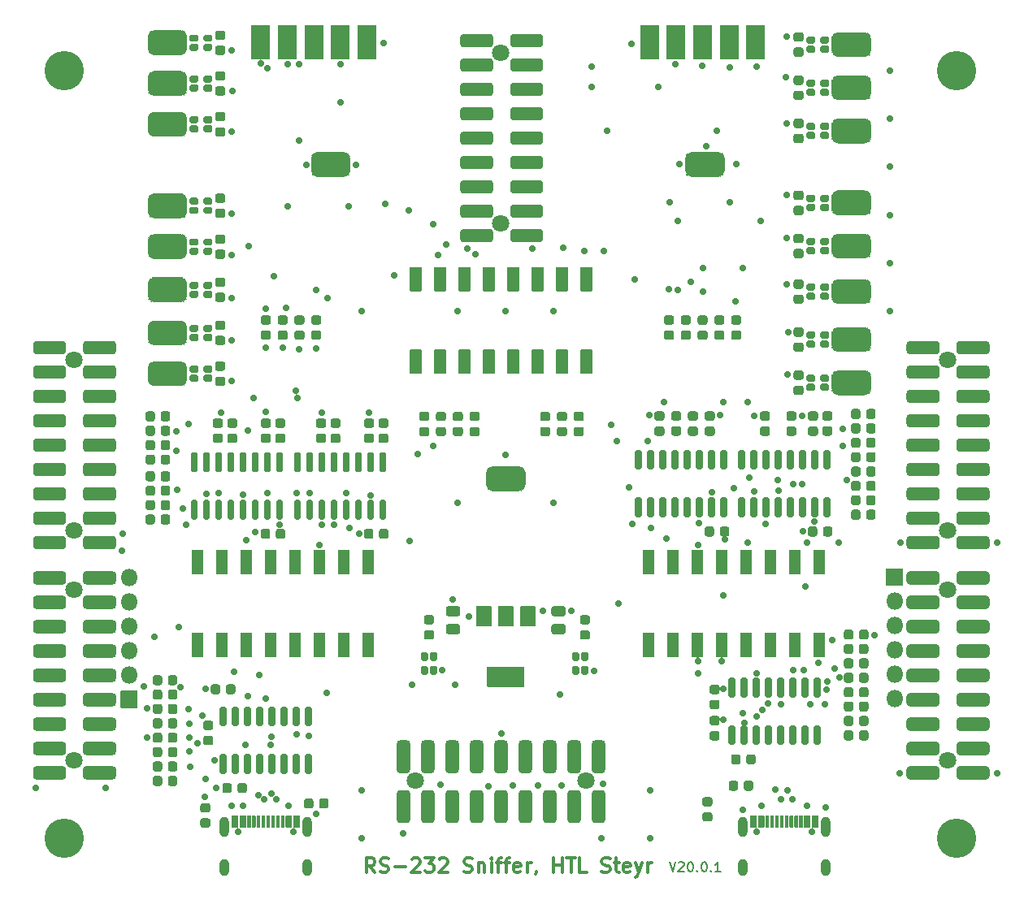
<source format=gbr>
G04 #@! TF.GenerationSoftware,KiCad,Pcbnew,5.1.9-73d0e3b20d~88~ubuntu20.04.1*
G04 #@! TF.CreationDate,2021-03-17T08:49:08+01:00*
G04 #@! TF.ProjectId,rs232-sniffer,72733233-322d-4736-9e69-666665722e6b,V20.0.1*
G04 #@! TF.SameCoordinates,PX206cc80PY7bfa480*
G04 #@! TF.FileFunction,Soldermask,Top*
G04 #@! TF.FilePolarity,Negative*
%FSLAX46Y46*%
G04 Gerber Fmt 4.6, Leading zero omitted, Abs format (unit mm)*
G04 Created by KiCad (PCBNEW 5.1.9-73d0e3b20d~88~ubuntu20.04.1) date 2021-03-17 08:49:08*
%MOMM*%
%LPD*%
G01*
G04 APERTURE LIST*
%ADD10C,0.300000*%
%ADD11C,0.200000*%
%ADD12C,0.702000*%
%ADD13O,1.002000X1.802000*%
%ADD14O,1.002000X2.102000*%
%ADD15O,1.802000X1.802000*%
%ADD16C,1.802000*%
%ADD17C,4.102000*%
%ADD18C,0.100000*%
G04 APERTURE END LIST*
D10*
X37357142Y1471429D02*
X36857142Y2185715D01*
X36499999Y1471429D02*
X36499999Y2971429D01*
X37071428Y2971429D01*
X37214285Y2900000D01*
X37285714Y2828572D01*
X37357142Y2685715D01*
X37357142Y2471429D01*
X37285714Y2328572D01*
X37214285Y2257143D01*
X37071428Y2185715D01*
X36499999Y2185715D01*
X37928571Y1542858D02*
X38142857Y1471429D01*
X38499999Y1471429D01*
X38642857Y1542858D01*
X38714285Y1614286D01*
X38785714Y1757143D01*
X38785714Y1900000D01*
X38714285Y2042858D01*
X38642857Y2114286D01*
X38499999Y2185715D01*
X38214285Y2257143D01*
X38071428Y2328572D01*
X37999999Y2400000D01*
X37928571Y2542858D01*
X37928571Y2685715D01*
X37999999Y2828572D01*
X38071428Y2900000D01*
X38214285Y2971429D01*
X38571428Y2971429D01*
X38785714Y2900000D01*
X39428571Y2042858D02*
X40571428Y2042858D01*
X41214285Y2828572D02*
X41285714Y2900000D01*
X41428571Y2971429D01*
X41785714Y2971429D01*
X41928571Y2900000D01*
X41999999Y2828572D01*
X42071428Y2685715D01*
X42071428Y2542858D01*
X41999999Y2328572D01*
X41142857Y1471429D01*
X42071428Y1471429D01*
X42571428Y2971429D02*
X43499999Y2971429D01*
X42999999Y2400000D01*
X43214285Y2400000D01*
X43357142Y2328572D01*
X43428571Y2257143D01*
X43499999Y2114286D01*
X43499999Y1757143D01*
X43428571Y1614286D01*
X43357142Y1542858D01*
X43214285Y1471429D01*
X42785714Y1471429D01*
X42642857Y1542858D01*
X42571428Y1614286D01*
X44071428Y2828572D02*
X44142857Y2900000D01*
X44285714Y2971429D01*
X44642857Y2971429D01*
X44785714Y2900000D01*
X44857142Y2828572D01*
X44928571Y2685715D01*
X44928571Y2542858D01*
X44857142Y2328572D01*
X43999999Y1471429D01*
X44928571Y1471429D01*
X46642857Y1542858D02*
X46857142Y1471429D01*
X47214285Y1471429D01*
X47357142Y1542858D01*
X47428571Y1614286D01*
X47499999Y1757143D01*
X47499999Y1900000D01*
X47428571Y2042858D01*
X47357142Y2114286D01*
X47214285Y2185715D01*
X46928571Y2257143D01*
X46785714Y2328572D01*
X46714285Y2400000D01*
X46642857Y2542858D01*
X46642857Y2685715D01*
X46714285Y2828572D01*
X46785714Y2900000D01*
X46928571Y2971429D01*
X47285714Y2971429D01*
X47499999Y2900000D01*
X48142857Y2471429D02*
X48142857Y1471429D01*
X48142857Y2328572D02*
X48214285Y2400000D01*
X48357142Y2471429D01*
X48571428Y2471429D01*
X48714285Y2400000D01*
X48785714Y2257143D01*
X48785714Y1471429D01*
X49499999Y1471429D02*
X49499999Y2471429D01*
X49499999Y2971429D02*
X49428571Y2900000D01*
X49499999Y2828572D01*
X49571428Y2900000D01*
X49499999Y2971429D01*
X49499999Y2828572D01*
X49999999Y2471429D02*
X50571428Y2471429D01*
X50214285Y1471429D02*
X50214285Y2757143D01*
X50285714Y2900000D01*
X50428571Y2971429D01*
X50571428Y2971429D01*
X50857142Y2471429D02*
X51428571Y2471429D01*
X51071428Y1471429D02*
X51071428Y2757143D01*
X51142857Y2900000D01*
X51285714Y2971429D01*
X51428571Y2971429D01*
X52499999Y1542858D02*
X52357142Y1471429D01*
X52071428Y1471429D01*
X51928571Y1542858D01*
X51857142Y1685715D01*
X51857142Y2257143D01*
X51928571Y2400000D01*
X52071428Y2471429D01*
X52357142Y2471429D01*
X52499999Y2400000D01*
X52571428Y2257143D01*
X52571428Y2114286D01*
X51857142Y1971429D01*
X53214285Y1471429D02*
X53214285Y2471429D01*
X53214285Y2185715D02*
X53285714Y2328572D01*
X53357142Y2400000D01*
X53499999Y2471429D01*
X53642857Y2471429D01*
X54214285Y1542858D02*
X54214285Y1471429D01*
X54142857Y1328572D01*
X54071428Y1257143D01*
X55999999Y1471429D02*
X55999999Y2971429D01*
X55999999Y2257143D02*
X56857142Y2257143D01*
X56857142Y1471429D02*
X56857142Y2971429D01*
X57357142Y2971429D02*
X58214285Y2971429D01*
X57785714Y1471429D02*
X57785714Y2971429D01*
X59428571Y1471429D02*
X58714285Y1471429D01*
X58714285Y2971429D01*
X60999999Y1542858D02*
X61214285Y1471429D01*
X61571428Y1471429D01*
X61714285Y1542858D01*
X61785714Y1614286D01*
X61857142Y1757143D01*
X61857142Y1900000D01*
X61785714Y2042858D01*
X61714285Y2114286D01*
X61571428Y2185715D01*
X61285714Y2257143D01*
X61142857Y2328572D01*
X61071428Y2400000D01*
X60999999Y2542858D01*
X60999999Y2685715D01*
X61071428Y2828572D01*
X61142857Y2900000D01*
X61285714Y2971429D01*
X61642857Y2971429D01*
X61857142Y2900000D01*
X62285714Y2471429D02*
X62857142Y2471429D01*
X62499999Y2971429D02*
X62499999Y1685715D01*
X62571428Y1542858D01*
X62714285Y1471429D01*
X62857142Y1471429D01*
X63928571Y1542858D02*
X63785714Y1471429D01*
X63499999Y1471429D01*
X63357142Y1542858D01*
X63285714Y1685715D01*
X63285714Y2257143D01*
X63357142Y2400000D01*
X63499999Y2471429D01*
X63785714Y2471429D01*
X63928571Y2400000D01*
X63999999Y2257143D01*
X63999999Y2114286D01*
X63285714Y1971429D01*
X64499999Y2471429D02*
X64857142Y1471429D01*
X65214285Y2471429D02*
X64857142Y1471429D01*
X64714285Y1114286D01*
X64642857Y1042858D01*
X64499999Y971429D01*
X65785714Y1471429D02*
X65785714Y2471429D01*
X65785714Y2185715D02*
X65857142Y2328572D01*
X65928571Y2400000D01*
X66071428Y2471429D01*
X66214285Y2471429D01*
D11*
X68035714Y2547620D02*
X68369047Y1547620D01*
X68702380Y2547620D01*
X68988095Y2452381D02*
X69035714Y2500000D01*
X69130952Y2547620D01*
X69369047Y2547620D01*
X69464285Y2500000D01*
X69511904Y2452381D01*
X69559523Y2357143D01*
X69559523Y2261905D01*
X69511904Y2119048D01*
X68940476Y1547620D01*
X69559523Y1547620D01*
X70178571Y2547620D02*
X70273809Y2547620D01*
X70369047Y2500000D01*
X70416666Y2452381D01*
X70464285Y2357143D01*
X70511904Y2166667D01*
X70511904Y1928572D01*
X70464285Y1738096D01*
X70416666Y1642858D01*
X70369047Y1595239D01*
X70273809Y1547620D01*
X70178571Y1547620D01*
X70083333Y1595239D01*
X70035714Y1642858D01*
X69988095Y1738096D01*
X69940476Y1928572D01*
X69940476Y2166667D01*
X69988095Y2357143D01*
X70035714Y2452381D01*
X70083333Y2500000D01*
X70178571Y2547620D01*
X70940476Y1642858D02*
X70988095Y1595239D01*
X70940476Y1547620D01*
X70892857Y1595239D01*
X70940476Y1642858D01*
X70940476Y1547620D01*
X71607142Y2547620D02*
X71702380Y2547620D01*
X71797619Y2500000D01*
X71845238Y2452381D01*
X71892857Y2357143D01*
X71940476Y2166667D01*
X71940476Y1928572D01*
X71892857Y1738096D01*
X71845238Y1642858D01*
X71797619Y1595239D01*
X71702380Y1547620D01*
X71607142Y1547620D01*
X71511904Y1595239D01*
X71464285Y1642858D01*
X71416666Y1738096D01*
X71369047Y1928572D01*
X71369047Y2166667D01*
X71416666Y2357143D01*
X71464285Y2452381D01*
X71511904Y2500000D01*
X71607142Y2547620D01*
X72369047Y1642858D02*
X72416666Y1595239D01*
X72369047Y1547620D01*
X72321428Y1595239D01*
X72369047Y1642858D01*
X72369047Y1547620D01*
X73369047Y1547620D02*
X72797619Y1547620D01*
X73083333Y1547620D02*
X73083333Y2547620D01*
X72988095Y2404762D01*
X72892857Y2309524D01*
X72797619Y2261905D01*
D10*
X37357142Y1471429D02*
X36857142Y2185715D01*
X36499999Y1471429D02*
X36499999Y2971429D01*
X37071428Y2971429D01*
X37214285Y2900000D01*
X37285714Y2828572D01*
X37357142Y2685715D01*
X37357142Y2471429D01*
X37285714Y2328572D01*
X37214285Y2257143D01*
X37071428Y2185715D01*
X36499999Y2185715D01*
X37928571Y1542858D02*
X38142857Y1471429D01*
X38499999Y1471429D01*
X38642857Y1542858D01*
X38714285Y1614286D01*
X38785714Y1757143D01*
X38785714Y1900000D01*
X38714285Y2042858D01*
X38642857Y2114286D01*
X38499999Y2185715D01*
X38214285Y2257143D01*
X38071428Y2328572D01*
X37999999Y2400000D01*
X37928571Y2542858D01*
X37928571Y2685715D01*
X37999999Y2828572D01*
X38071428Y2900000D01*
X38214285Y2971429D01*
X38571428Y2971429D01*
X38785714Y2900000D01*
X39428571Y2042858D02*
X40571428Y2042858D01*
X41214285Y2828572D02*
X41285714Y2900000D01*
X41428571Y2971429D01*
X41785714Y2971429D01*
X41928571Y2900000D01*
X41999999Y2828572D01*
X42071428Y2685715D01*
X42071428Y2542858D01*
X41999999Y2328572D01*
X41142857Y1471429D01*
X42071428Y1471429D01*
X42571428Y2971429D02*
X43499999Y2971429D01*
X42999999Y2400000D01*
X43214285Y2400000D01*
X43357142Y2328572D01*
X43428571Y2257143D01*
X43499999Y2114286D01*
X43499999Y1757143D01*
X43428571Y1614286D01*
X43357142Y1542858D01*
X43214285Y1471429D01*
X42785714Y1471429D01*
X42642857Y1542858D01*
X42571428Y1614286D01*
X44071428Y2828572D02*
X44142857Y2900000D01*
X44285714Y2971429D01*
X44642857Y2971429D01*
X44785714Y2900000D01*
X44857142Y2828572D01*
X44928571Y2685715D01*
X44928571Y2542858D01*
X44857142Y2328572D01*
X43999999Y1471429D01*
X44928571Y1471429D01*
X46642857Y1542858D02*
X46857142Y1471429D01*
X47214285Y1471429D01*
X47357142Y1542858D01*
X47428571Y1614286D01*
X47499999Y1757143D01*
X47499999Y1900000D01*
X47428571Y2042858D01*
X47357142Y2114286D01*
X47214285Y2185715D01*
X46928571Y2257143D01*
X46785714Y2328572D01*
X46714285Y2400000D01*
X46642857Y2542858D01*
X46642857Y2685715D01*
X46714285Y2828572D01*
X46785714Y2900000D01*
X46928571Y2971429D01*
X47285714Y2971429D01*
X47499999Y2900000D01*
X48142857Y2471429D02*
X48142857Y1471429D01*
X48142857Y2328572D02*
X48214285Y2400000D01*
X48357142Y2471429D01*
X48571428Y2471429D01*
X48714285Y2400000D01*
X48785714Y2257143D01*
X48785714Y1471429D01*
X49499999Y1471429D02*
X49499999Y2471429D01*
X49499999Y2971429D02*
X49428571Y2900000D01*
X49499999Y2828572D01*
X49571428Y2900000D01*
X49499999Y2971429D01*
X49499999Y2828572D01*
X49999999Y2471429D02*
X50571428Y2471429D01*
X50214285Y1471429D02*
X50214285Y2757143D01*
X50285714Y2900000D01*
X50428571Y2971429D01*
X50571428Y2971429D01*
X50857142Y2471429D02*
X51428571Y2471429D01*
X51071428Y1471429D02*
X51071428Y2757143D01*
X51142857Y2900000D01*
X51285714Y2971429D01*
X51428571Y2971429D01*
X52499999Y1542858D02*
X52357142Y1471429D01*
X52071428Y1471429D01*
X51928571Y1542858D01*
X51857142Y1685715D01*
X51857142Y2257143D01*
X51928571Y2400000D01*
X52071428Y2471429D01*
X52357142Y2471429D01*
X52499999Y2400000D01*
X52571428Y2257143D01*
X52571428Y2114286D01*
X51857142Y1971429D01*
X53214285Y1471429D02*
X53214285Y2471429D01*
X53214285Y2185715D02*
X53285714Y2328572D01*
X53357142Y2400000D01*
X53499999Y2471429D01*
X53642857Y2471429D01*
X54214285Y1542858D02*
X54214285Y1471429D01*
X54142857Y1328572D01*
X54071428Y1257143D01*
X55999999Y1471429D02*
X55999999Y2971429D01*
X55999999Y2257143D02*
X56857142Y2257143D01*
X56857142Y1471429D02*
X56857142Y2971429D01*
X57357142Y2971429D02*
X58214285Y2971429D01*
X57785714Y1471429D02*
X57785714Y2971429D01*
X59428571Y1471429D02*
X58714285Y1471429D01*
X58714285Y2971429D01*
X60999999Y1542858D02*
X61214285Y1471429D01*
X61571428Y1471429D01*
X61714285Y1542858D01*
X61785714Y1614286D01*
X61857142Y1757143D01*
X61857142Y1900000D01*
X61785714Y2042858D01*
X61714285Y2114286D01*
X61571428Y2185715D01*
X61285714Y2257143D01*
X61142857Y2328572D01*
X61071428Y2400000D01*
X60999999Y2542858D01*
X60999999Y2685715D01*
X61071428Y2828572D01*
X61142857Y2900000D01*
X61285714Y2971429D01*
X61642857Y2971429D01*
X61857142Y2900000D01*
X62285714Y2471429D02*
X62857142Y2471429D01*
X62499999Y2971429D02*
X62499999Y1685715D01*
X62571428Y1542858D01*
X62714285Y1471429D01*
X62857142Y1471429D01*
X63928571Y1542858D02*
X63785714Y1471429D01*
X63499999Y1471429D01*
X63357142Y1542858D01*
X63285714Y1685715D01*
X63285714Y2257143D01*
X63357142Y2400000D01*
X63499999Y2471429D01*
X63785714Y2471429D01*
X63928571Y2400000D01*
X63999999Y2257143D01*
X63999999Y2114286D01*
X63285714Y1971429D01*
X64499999Y2471429D02*
X64857142Y1471429D01*
X65214285Y2471429D02*
X64857142Y1471429D01*
X64714285Y1114286D01*
X64642857Y1042858D01*
X64499999Y971429D01*
X65785714Y1471429D02*
X65785714Y2471429D01*
X65785714Y2185715D02*
X65857142Y2328572D01*
X65928571Y2400000D01*
X66071428Y2471429D01*
X66214285Y2471429D01*
D11*
X68035714Y2547620D02*
X68369047Y1547620D01*
X68702380Y2547620D01*
X68988095Y2452381D02*
X69035714Y2500000D01*
X69130952Y2547620D01*
X69369047Y2547620D01*
X69464285Y2500000D01*
X69511904Y2452381D01*
X69559523Y2357143D01*
X69559523Y2261905D01*
X69511904Y2119048D01*
X68940476Y1547620D01*
X69559523Y1547620D01*
X70178571Y2547620D02*
X70273809Y2547620D01*
X70369047Y2500000D01*
X70416666Y2452381D01*
X70464285Y2357143D01*
X70511904Y2166667D01*
X70511904Y1928572D01*
X70464285Y1738096D01*
X70416666Y1642858D01*
X70369047Y1595239D01*
X70273809Y1547620D01*
X70178571Y1547620D01*
X70083333Y1595239D01*
X70035714Y1642858D01*
X69988095Y1738096D01*
X69940476Y1928572D01*
X69940476Y2166667D01*
X69988095Y2357143D01*
X70035714Y2452381D01*
X70083333Y2500000D01*
X70178571Y2547620D01*
X70940476Y1642858D02*
X70988095Y1595239D01*
X70940476Y1547620D01*
X70892857Y1595239D01*
X70940476Y1642858D01*
X70940476Y1547620D01*
X71607142Y2547620D02*
X71702380Y2547620D01*
X71797619Y2500000D01*
X71845238Y2452381D01*
X71892857Y2357143D01*
X71940476Y2166667D01*
X71940476Y1928572D01*
X71892857Y1738096D01*
X71845238Y1642858D01*
X71797619Y1595239D01*
X71702380Y1547620D01*
X71607142Y1547620D01*
X71511904Y1595239D01*
X71464285Y1642858D01*
X71416666Y1738096D01*
X71369047Y1928572D01*
X71369047Y2166667D01*
X71416666Y2357143D01*
X71464285Y2452381D01*
X71511904Y2500000D01*
X71607142Y2547620D01*
X72369047Y1642858D02*
X72416666Y1595239D01*
X72369047Y1547620D01*
X72321428Y1595239D01*
X72369047Y1642858D01*
X72369047Y1547620D01*
X73369047Y1547620D02*
X72797619Y1547620D01*
X73083333Y1547620D02*
X73083333Y2547620D01*
X72988095Y2404762D01*
X72892857Y2309524D01*
X72797619Y2261905D01*
G36*
G01*
X37514333Y89740000D02*
X37514333Y86260000D01*
G75*
G02*
X37463333Y86209000I-51000J0D01*
G01*
X35616667Y86209000D01*
G75*
G02*
X35565667Y86260000I0J51000D01*
G01*
X35565667Y89740000D01*
G75*
G02*
X35616667Y89791000I51000J0D01*
G01*
X37463333Y89791000D01*
G75*
G02*
X37514333Y89740000I0J-51000D01*
G01*
G37*
G36*
G01*
X34744333Y89740000D02*
X34744333Y86260000D01*
G75*
G02*
X34693333Y86209000I-51000J0D01*
G01*
X32846667Y86209000D01*
G75*
G02*
X32795667Y86260000I0J51000D01*
G01*
X32795667Y89740000D01*
G75*
G02*
X32846667Y89791000I51000J0D01*
G01*
X34693333Y89791000D01*
G75*
G02*
X34744333Y89740000I0J-51000D01*
G01*
G37*
G36*
G01*
X31974333Y89740000D02*
X31974333Y86260000D01*
G75*
G02*
X31923333Y86209000I-51000J0D01*
G01*
X30076667Y86209000D01*
G75*
G02*
X30025667Y86260000I0J51000D01*
G01*
X30025667Y89740000D01*
G75*
G02*
X30076667Y89791000I51000J0D01*
G01*
X31923333Y89791000D01*
G75*
G02*
X31974333Y89740000I0J-51000D01*
G01*
G37*
G36*
G01*
X29204333Y89740000D02*
X29204333Y86260000D01*
G75*
G02*
X29153333Y86209000I-51000J0D01*
G01*
X27306667Y86209000D01*
G75*
G02*
X27255667Y86260000I0J51000D01*
G01*
X27255667Y89740000D01*
G75*
G02*
X27306667Y89791000I51000J0D01*
G01*
X29153333Y89791000D01*
G75*
G02*
X29204333Y89740000I0J-51000D01*
G01*
G37*
G36*
G01*
X26434333Y89740000D02*
X26434333Y86260000D01*
G75*
G02*
X26383333Y86209000I-51000J0D01*
G01*
X24536667Y86209000D01*
G75*
G02*
X24485667Y86260000I0J51000D01*
G01*
X24485667Y89740000D01*
G75*
G02*
X24536667Y89791000I51000J0D01*
G01*
X26383333Y89791000D01*
G75*
G02*
X26434333Y89740000I0J-51000D01*
G01*
G37*
G36*
G01*
X83063000Y61149000D02*
X82487000Y61149000D01*
G75*
G02*
X82299000Y61337000I0J188000D01*
G01*
X82299000Y61713000D01*
G75*
G02*
X82487000Y61901000I188000J0D01*
G01*
X83063000Y61901000D01*
G75*
G02*
X83251000Y61713000I0J-188000D01*
G01*
X83251000Y61337000D01*
G75*
G02*
X83063000Y61149000I-188000J0D01*
G01*
G37*
G36*
G01*
X84513000Y61149000D02*
X83937000Y61149000D01*
G75*
G02*
X83749000Y61337000I0J188000D01*
G01*
X83749000Y61713000D01*
G75*
G02*
X83937000Y61901000I188000J0D01*
G01*
X84513000Y61901000D01*
G75*
G02*
X84701000Y61713000I0J-188000D01*
G01*
X84701000Y61337000D01*
G75*
G02*
X84513000Y61149000I-188000J0D01*
G01*
G37*
G36*
G01*
X84513000Y62099000D02*
X83937000Y62099000D01*
G75*
G02*
X83749000Y62287000I0J188000D01*
G01*
X83749000Y62663000D01*
G75*
G02*
X83937000Y62851000I188000J0D01*
G01*
X84513000Y62851000D01*
G75*
G02*
X84701000Y62663000I0J-188000D01*
G01*
X84701000Y62287000D01*
G75*
G02*
X84513000Y62099000I-188000J0D01*
G01*
G37*
G36*
G01*
X83063000Y62099000D02*
X82487000Y62099000D01*
G75*
G02*
X82299000Y62287000I0J188000D01*
G01*
X82299000Y62663000D01*
G75*
G02*
X82487000Y62851000I188000J0D01*
G01*
X83063000Y62851000D01*
G75*
G02*
X83251000Y62663000I0J-188000D01*
G01*
X83251000Y62287000D01*
G75*
G02*
X83063000Y62099000I-188000J0D01*
G01*
G37*
G36*
G01*
X83063000Y51649000D02*
X82487000Y51649000D01*
G75*
G02*
X82299000Y51837000I0J188000D01*
G01*
X82299000Y52213000D01*
G75*
G02*
X82487000Y52401000I188000J0D01*
G01*
X83063000Y52401000D01*
G75*
G02*
X83251000Y52213000I0J-188000D01*
G01*
X83251000Y51837000D01*
G75*
G02*
X83063000Y51649000I-188000J0D01*
G01*
G37*
G36*
G01*
X84513000Y51649000D02*
X83937000Y51649000D01*
G75*
G02*
X83749000Y51837000I0J188000D01*
G01*
X83749000Y52213000D01*
G75*
G02*
X83937000Y52401000I188000J0D01*
G01*
X84513000Y52401000D01*
G75*
G02*
X84701000Y52213000I0J-188000D01*
G01*
X84701000Y51837000D01*
G75*
G02*
X84513000Y51649000I-188000J0D01*
G01*
G37*
G36*
G01*
X84513000Y52599000D02*
X83937000Y52599000D01*
G75*
G02*
X83749000Y52787000I0J188000D01*
G01*
X83749000Y53163000D01*
G75*
G02*
X83937000Y53351000I188000J0D01*
G01*
X84513000Y53351000D01*
G75*
G02*
X84701000Y53163000I0J-188000D01*
G01*
X84701000Y52787000D01*
G75*
G02*
X84513000Y52599000I-188000J0D01*
G01*
G37*
G36*
G01*
X83063000Y52599000D02*
X82487000Y52599000D01*
G75*
G02*
X82299000Y52787000I0J188000D01*
G01*
X82299000Y53163000D01*
G75*
G02*
X82487000Y53351000I188000J0D01*
G01*
X83063000Y53351000D01*
G75*
G02*
X83251000Y53163000I0J-188000D01*
G01*
X83251000Y52787000D01*
G75*
G02*
X83063000Y52599000I-188000J0D01*
G01*
G37*
G36*
G01*
X83063000Y56149000D02*
X82487000Y56149000D01*
G75*
G02*
X82299000Y56337000I0J188000D01*
G01*
X82299000Y56713000D01*
G75*
G02*
X82487000Y56901000I188000J0D01*
G01*
X83063000Y56901000D01*
G75*
G02*
X83251000Y56713000I0J-188000D01*
G01*
X83251000Y56337000D01*
G75*
G02*
X83063000Y56149000I-188000J0D01*
G01*
G37*
G36*
G01*
X84513000Y56149000D02*
X83937000Y56149000D01*
G75*
G02*
X83749000Y56337000I0J188000D01*
G01*
X83749000Y56713000D01*
G75*
G02*
X83937000Y56901000I188000J0D01*
G01*
X84513000Y56901000D01*
G75*
G02*
X84701000Y56713000I0J-188000D01*
G01*
X84701000Y56337000D01*
G75*
G02*
X84513000Y56149000I-188000J0D01*
G01*
G37*
G36*
G01*
X84513000Y57099000D02*
X83937000Y57099000D01*
G75*
G02*
X83749000Y57287000I0J188000D01*
G01*
X83749000Y57663000D01*
G75*
G02*
X83937000Y57851000I188000J0D01*
G01*
X84513000Y57851000D01*
G75*
G02*
X84701000Y57663000I0J-188000D01*
G01*
X84701000Y57287000D01*
G75*
G02*
X84513000Y57099000I-188000J0D01*
G01*
G37*
G36*
G01*
X83063000Y57099000D02*
X82487000Y57099000D01*
G75*
G02*
X82299000Y57287000I0J188000D01*
G01*
X82299000Y57663000D01*
G75*
G02*
X82487000Y57851000I188000J0D01*
G01*
X83063000Y57851000D01*
G75*
G02*
X83251000Y57663000I0J-188000D01*
G01*
X83251000Y57287000D01*
G75*
G02*
X83063000Y57099000I-188000J0D01*
G01*
G37*
G36*
G01*
X83063000Y77899000D02*
X82487000Y77899000D01*
G75*
G02*
X82299000Y78087000I0J188000D01*
G01*
X82299000Y78463000D01*
G75*
G02*
X82487000Y78651000I188000J0D01*
G01*
X83063000Y78651000D01*
G75*
G02*
X83251000Y78463000I0J-188000D01*
G01*
X83251000Y78087000D01*
G75*
G02*
X83063000Y77899000I-188000J0D01*
G01*
G37*
G36*
G01*
X84513000Y77899000D02*
X83937000Y77899000D01*
G75*
G02*
X83749000Y78087000I0J188000D01*
G01*
X83749000Y78463000D01*
G75*
G02*
X83937000Y78651000I188000J0D01*
G01*
X84513000Y78651000D01*
G75*
G02*
X84701000Y78463000I0J-188000D01*
G01*
X84701000Y78087000D01*
G75*
G02*
X84513000Y77899000I-188000J0D01*
G01*
G37*
G36*
G01*
X84513000Y78849000D02*
X83937000Y78849000D01*
G75*
G02*
X83749000Y79037000I0J188000D01*
G01*
X83749000Y79413000D01*
G75*
G02*
X83937000Y79601000I188000J0D01*
G01*
X84513000Y79601000D01*
G75*
G02*
X84701000Y79413000I0J-188000D01*
G01*
X84701000Y79037000D01*
G75*
G02*
X84513000Y78849000I-188000J0D01*
G01*
G37*
G36*
G01*
X83063000Y78849000D02*
X82487000Y78849000D01*
G75*
G02*
X82299000Y79037000I0J188000D01*
G01*
X82299000Y79413000D01*
G75*
G02*
X82487000Y79601000I188000J0D01*
G01*
X83063000Y79601000D01*
G75*
G02*
X83251000Y79413000I0J-188000D01*
G01*
X83251000Y79037000D01*
G75*
G02*
X83063000Y78849000I-188000J0D01*
G01*
G37*
G36*
G01*
X83063000Y82399000D02*
X82487000Y82399000D01*
G75*
G02*
X82299000Y82587000I0J188000D01*
G01*
X82299000Y82963000D01*
G75*
G02*
X82487000Y83151000I188000J0D01*
G01*
X83063000Y83151000D01*
G75*
G02*
X83251000Y82963000I0J-188000D01*
G01*
X83251000Y82587000D01*
G75*
G02*
X83063000Y82399000I-188000J0D01*
G01*
G37*
G36*
G01*
X84513000Y82399000D02*
X83937000Y82399000D01*
G75*
G02*
X83749000Y82587000I0J188000D01*
G01*
X83749000Y82963000D01*
G75*
G02*
X83937000Y83151000I188000J0D01*
G01*
X84513000Y83151000D01*
G75*
G02*
X84701000Y82963000I0J-188000D01*
G01*
X84701000Y82587000D01*
G75*
G02*
X84513000Y82399000I-188000J0D01*
G01*
G37*
G36*
G01*
X84513000Y83349000D02*
X83937000Y83349000D01*
G75*
G02*
X83749000Y83537000I0J188000D01*
G01*
X83749000Y83913000D01*
G75*
G02*
X83937000Y84101000I188000J0D01*
G01*
X84513000Y84101000D01*
G75*
G02*
X84701000Y83913000I0J-188000D01*
G01*
X84701000Y83537000D01*
G75*
G02*
X84513000Y83349000I-188000J0D01*
G01*
G37*
G36*
G01*
X83063000Y83349000D02*
X82487000Y83349000D01*
G75*
G02*
X82299000Y83537000I0J188000D01*
G01*
X82299000Y83913000D01*
G75*
G02*
X82487000Y84101000I188000J0D01*
G01*
X83063000Y84101000D01*
G75*
G02*
X83251000Y83913000I0J-188000D01*
G01*
X83251000Y83537000D01*
G75*
G02*
X83063000Y83349000I-188000J0D01*
G01*
G37*
G36*
G01*
X83063000Y86899000D02*
X82487000Y86899000D01*
G75*
G02*
X82299000Y87087000I0J188000D01*
G01*
X82299000Y87463000D01*
G75*
G02*
X82487000Y87651000I188000J0D01*
G01*
X83063000Y87651000D01*
G75*
G02*
X83251000Y87463000I0J-188000D01*
G01*
X83251000Y87087000D01*
G75*
G02*
X83063000Y86899000I-188000J0D01*
G01*
G37*
G36*
G01*
X84513000Y86899000D02*
X83937000Y86899000D01*
G75*
G02*
X83749000Y87087000I0J188000D01*
G01*
X83749000Y87463000D01*
G75*
G02*
X83937000Y87651000I188000J0D01*
G01*
X84513000Y87651000D01*
G75*
G02*
X84701000Y87463000I0J-188000D01*
G01*
X84701000Y87087000D01*
G75*
G02*
X84513000Y86899000I-188000J0D01*
G01*
G37*
G36*
G01*
X84513000Y87849000D02*
X83937000Y87849000D01*
G75*
G02*
X83749000Y88037000I0J188000D01*
G01*
X83749000Y88413000D01*
G75*
G02*
X83937000Y88601000I188000J0D01*
G01*
X84513000Y88601000D01*
G75*
G02*
X84701000Y88413000I0J-188000D01*
G01*
X84701000Y88037000D01*
G75*
G02*
X84513000Y87849000I-188000J0D01*
G01*
G37*
G36*
G01*
X83063000Y87849000D02*
X82487000Y87849000D01*
G75*
G02*
X82299000Y88037000I0J188000D01*
G01*
X82299000Y88413000D01*
G75*
G02*
X82487000Y88601000I188000J0D01*
G01*
X83063000Y88601000D01*
G75*
G02*
X83251000Y88413000I0J-188000D01*
G01*
X83251000Y88037000D01*
G75*
G02*
X83063000Y87849000I-188000J0D01*
G01*
G37*
G36*
G01*
X83063000Y70399000D02*
X82487000Y70399000D01*
G75*
G02*
X82299000Y70587000I0J188000D01*
G01*
X82299000Y70963000D01*
G75*
G02*
X82487000Y71151000I188000J0D01*
G01*
X83063000Y71151000D01*
G75*
G02*
X83251000Y70963000I0J-188000D01*
G01*
X83251000Y70587000D01*
G75*
G02*
X83063000Y70399000I-188000J0D01*
G01*
G37*
G36*
G01*
X84513000Y70399000D02*
X83937000Y70399000D01*
G75*
G02*
X83749000Y70587000I0J188000D01*
G01*
X83749000Y70963000D01*
G75*
G02*
X83937000Y71151000I188000J0D01*
G01*
X84513000Y71151000D01*
G75*
G02*
X84701000Y70963000I0J-188000D01*
G01*
X84701000Y70587000D01*
G75*
G02*
X84513000Y70399000I-188000J0D01*
G01*
G37*
G36*
G01*
X84513000Y71349000D02*
X83937000Y71349000D01*
G75*
G02*
X83749000Y71537000I0J188000D01*
G01*
X83749000Y71913000D01*
G75*
G02*
X83937000Y72101000I188000J0D01*
G01*
X84513000Y72101000D01*
G75*
G02*
X84701000Y71913000I0J-188000D01*
G01*
X84701000Y71537000D01*
G75*
G02*
X84513000Y71349000I-188000J0D01*
G01*
G37*
G36*
G01*
X83063000Y71349000D02*
X82487000Y71349000D01*
G75*
G02*
X82299000Y71537000I0J188000D01*
G01*
X82299000Y71913000D01*
G75*
G02*
X82487000Y72101000I188000J0D01*
G01*
X83063000Y72101000D01*
G75*
G02*
X83251000Y71913000I0J-188000D01*
G01*
X83251000Y71537000D01*
G75*
G02*
X83063000Y71349000I-188000J0D01*
G01*
G37*
G36*
G01*
X83063000Y65899000D02*
X82487000Y65899000D01*
G75*
G02*
X82299000Y66087000I0J188000D01*
G01*
X82299000Y66463000D01*
G75*
G02*
X82487000Y66651000I188000J0D01*
G01*
X83063000Y66651000D01*
G75*
G02*
X83251000Y66463000I0J-188000D01*
G01*
X83251000Y66087000D01*
G75*
G02*
X83063000Y65899000I-188000J0D01*
G01*
G37*
G36*
G01*
X84513000Y65899000D02*
X83937000Y65899000D01*
G75*
G02*
X83749000Y66087000I0J188000D01*
G01*
X83749000Y66463000D01*
G75*
G02*
X83937000Y66651000I188000J0D01*
G01*
X84513000Y66651000D01*
G75*
G02*
X84701000Y66463000I0J-188000D01*
G01*
X84701000Y66087000D01*
G75*
G02*
X84513000Y65899000I-188000J0D01*
G01*
G37*
G36*
G01*
X84513000Y66849000D02*
X83937000Y66849000D01*
G75*
G02*
X83749000Y67037000I0J188000D01*
G01*
X83749000Y67413000D01*
G75*
G02*
X83937000Y67601000I188000J0D01*
G01*
X84513000Y67601000D01*
G75*
G02*
X84701000Y67413000I0J-188000D01*
G01*
X84701000Y67037000D01*
G75*
G02*
X84513000Y66849000I-188000J0D01*
G01*
G37*
G36*
G01*
X83063000Y66849000D02*
X82487000Y66849000D01*
G75*
G02*
X82299000Y67037000I0J188000D01*
G01*
X82299000Y67413000D01*
G75*
G02*
X82487000Y67601000I188000J0D01*
G01*
X83063000Y67601000D01*
G75*
G02*
X83251000Y67413000I0J-188000D01*
G01*
X83251000Y67037000D01*
G75*
G02*
X83063000Y66849000I-188000J0D01*
G01*
G37*
G36*
G01*
X18808000Y52594000D02*
X18232000Y52594000D01*
G75*
G02*
X18044000Y52782000I0J188000D01*
G01*
X18044000Y53158000D01*
G75*
G02*
X18232000Y53346000I188000J0D01*
G01*
X18808000Y53346000D01*
G75*
G02*
X18996000Y53158000I0J-188000D01*
G01*
X18996000Y52782000D01*
G75*
G02*
X18808000Y52594000I-188000J0D01*
G01*
G37*
G36*
G01*
X20258000Y52594000D02*
X19682000Y52594000D01*
G75*
G02*
X19494000Y52782000I0J188000D01*
G01*
X19494000Y53158000D01*
G75*
G02*
X19682000Y53346000I188000J0D01*
G01*
X20258000Y53346000D01*
G75*
G02*
X20446000Y53158000I0J-188000D01*
G01*
X20446000Y52782000D01*
G75*
G02*
X20258000Y52594000I-188000J0D01*
G01*
G37*
G36*
G01*
X20258000Y53544000D02*
X19682000Y53544000D01*
G75*
G02*
X19494000Y53732000I0J188000D01*
G01*
X19494000Y54108000D01*
G75*
G02*
X19682000Y54296000I188000J0D01*
G01*
X20258000Y54296000D01*
G75*
G02*
X20446000Y54108000I0J-188000D01*
G01*
X20446000Y53732000D01*
G75*
G02*
X20258000Y53544000I-188000J0D01*
G01*
G37*
G36*
G01*
X18808000Y53544000D02*
X18232000Y53544000D01*
G75*
G02*
X18044000Y53732000I0J188000D01*
G01*
X18044000Y54108000D01*
G75*
G02*
X18232000Y54296000I188000J0D01*
G01*
X18808000Y54296000D01*
G75*
G02*
X18996000Y54108000I0J-188000D01*
G01*
X18996000Y53732000D01*
G75*
G02*
X18808000Y53544000I-188000J0D01*
G01*
G37*
G36*
G01*
X18808000Y56844000D02*
X18232000Y56844000D01*
G75*
G02*
X18044000Y57032000I0J188000D01*
G01*
X18044000Y57408000D01*
G75*
G02*
X18232000Y57596000I188000J0D01*
G01*
X18808000Y57596000D01*
G75*
G02*
X18996000Y57408000I0J-188000D01*
G01*
X18996000Y57032000D01*
G75*
G02*
X18808000Y56844000I-188000J0D01*
G01*
G37*
G36*
G01*
X20258000Y56844000D02*
X19682000Y56844000D01*
G75*
G02*
X19494000Y57032000I0J188000D01*
G01*
X19494000Y57408000D01*
G75*
G02*
X19682000Y57596000I188000J0D01*
G01*
X20258000Y57596000D01*
G75*
G02*
X20446000Y57408000I0J-188000D01*
G01*
X20446000Y57032000D01*
G75*
G02*
X20258000Y56844000I-188000J0D01*
G01*
G37*
G36*
G01*
X20258000Y57794000D02*
X19682000Y57794000D01*
G75*
G02*
X19494000Y57982000I0J188000D01*
G01*
X19494000Y58358000D01*
G75*
G02*
X19682000Y58546000I188000J0D01*
G01*
X20258000Y58546000D01*
G75*
G02*
X20446000Y58358000I0J-188000D01*
G01*
X20446000Y57982000D01*
G75*
G02*
X20258000Y57794000I-188000J0D01*
G01*
G37*
G36*
G01*
X18808000Y57794000D02*
X18232000Y57794000D01*
G75*
G02*
X18044000Y57982000I0J188000D01*
G01*
X18044000Y58358000D01*
G75*
G02*
X18232000Y58546000I188000J0D01*
G01*
X18808000Y58546000D01*
G75*
G02*
X18996000Y58358000I0J-188000D01*
G01*
X18996000Y57982000D01*
G75*
G02*
X18808000Y57794000I-188000J0D01*
G01*
G37*
G36*
G01*
X18808000Y78594000D02*
X18232000Y78594000D01*
G75*
G02*
X18044000Y78782000I0J188000D01*
G01*
X18044000Y79158000D01*
G75*
G02*
X18232000Y79346000I188000J0D01*
G01*
X18808000Y79346000D01*
G75*
G02*
X18996000Y79158000I0J-188000D01*
G01*
X18996000Y78782000D01*
G75*
G02*
X18808000Y78594000I-188000J0D01*
G01*
G37*
G36*
G01*
X20258000Y78594000D02*
X19682000Y78594000D01*
G75*
G02*
X19494000Y78782000I0J188000D01*
G01*
X19494000Y79158000D01*
G75*
G02*
X19682000Y79346000I188000J0D01*
G01*
X20258000Y79346000D01*
G75*
G02*
X20446000Y79158000I0J-188000D01*
G01*
X20446000Y78782000D01*
G75*
G02*
X20258000Y78594000I-188000J0D01*
G01*
G37*
G36*
G01*
X20258000Y79544000D02*
X19682000Y79544000D01*
G75*
G02*
X19494000Y79732000I0J188000D01*
G01*
X19494000Y80108000D01*
G75*
G02*
X19682000Y80296000I188000J0D01*
G01*
X20258000Y80296000D01*
G75*
G02*
X20446000Y80108000I0J-188000D01*
G01*
X20446000Y79732000D01*
G75*
G02*
X20258000Y79544000I-188000J0D01*
G01*
G37*
G36*
G01*
X18808000Y79544000D02*
X18232000Y79544000D01*
G75*
G02*
X18044000Y79732000I0J188000D01*
G01*
X18044000Y80108000D01*
G75*
G02*
X18232000Y80296000I188000J0D01*
G01*
X18808000Y80296000D01*
G75*
G02*
X18996000Y80108000I0J-188000D01*
G01*
X18996000Y79732000D01*
G75*
G02*
X18808000Y79544000I-188000J0D01*
G01*
G37*
G36*
G01*
X18808000Y61344000D02*
X18232000Y61344000D01*
G75*
G02*
X18044000Y61532000I0J188000D01*
G01*
X18044000Y61908000D01*
G75*
G02*
X18232000Y62096000I188000J0D01*
G01*
X18808000Y62096000D01*
G75*
G02*
X18996000Y61908000I0J-188000D01*
G01*
X18996000Y61532000D01*
G75*
G02*
X18808000Y61344000I-188000J0D01*
G01*
G37*
G36*
G01*
X20258000Y61344000D02*
X19682000Y61344000D01*
G75*
G02*
X19494000Y61532000I0J188000D01*
G01*
X19494000Y61908000D01*
G75*
G02*
X19682000Y62096000I188000J0D01*
G01*
X20258000Y62096000D01*
G75*
G02*
X20446000Y61908000I0J-188000D01*
G01*
X20446000Y61532000D01*
G75*
G02*
X20258000Y61344000I-188000J0D01*
G01*
G37*
G36*
G01*
X20258000Y62294000D02*
X19682000Y62294000D01*
G75*
G02*
X19494000Y62482000I0J188000D01*
G01*
X19494000Y62858000D01*
G75*
G02*
X19682000Y63046000I188000J0D01*
G01*
X20258000Y63046000D01*
G75*
G02*
X20446000Y62858000I0J-188000D01*
G01*
X20446000Y62482000D01*
G75*
G02*
X20258000Y62294000I-188000J0D01*
G01*
G37*
G36*
G01*
X18808000Y62294000D02*
X18232000Y62294000D01*
G75*
G02*
X18044000Y62482000I0J188000D01*
G01*
X18044000Y62858000D01*
G75*
G02*
X18232000Y63046000I188000J0D01*
G01*
X18808000Y63046000D01*
G75*
G02*
X18996000Y62858000I0J-188000D01*
G01*
X18996000Y62482000D01*
G75*
G02*
X18808000Y62294000I-188000J0D01*
G01*
G37*
G36*
G01*
X18808000Y82844000D02*
X18232000Y82844000D01*
G75*
G02*
X18044000Y83032000I0J188000D01*
G01*
X18044000Y83408000D01*
G75*
G02*
X18232000Y83596000I188000J0D01*
G01*
X18808000Y83596000D01*
G75*
G02*
X18996000Y83408000I0J-188000D01*
G01*
X18996000Y83032000D01*
G75*
G02*
X18808000Y82844000I-188000J0D01*
G01*
G37*
G36*
G01*
X20258000Y82844000D02*
X19682000Y82844000D01*
G75*
G02*
X19494000Y83032000I0J188000D01*
G01*
X19494000Y83408000D01*
G75*
G02*
X19682000Y83596000I188000J0D01*
G01*
X20258000Y83596000D01*
G75*
G02*
X20446000Y83408000I0J-188000D01*
G01*
X20446000Y83032000D01*
G75*
G02*
X20258000Y82844000I-188000J0D01*
G01*
G37*
G36*
G01*
X20258000Y83794000D02*
X19682000Y83794000D01*
G75*
G02*
X19494000Y83982000I0J188000D01*
G01*
X19494000Y84358000D01*
G75*
G02*
X19682000Y84546000I188000J0D01*
G01*
X20258000Y84546000D01*
G75*
G02*
X20446000Y84358000I0J-188000D01*
G01*
X20446000Y83982000D01*
G75*
G02*
X20258000Y83794000I-188000J0D01*
G01*
G37*
G36*
G01*
X18808000Y83794000D02*
X18232000Y83794000D01*
G75*
G02*
X18044000Y83982000I0J188000D01*
G01*
X18044000Y84358000D01*
G75*
G02*
X18232000Y84546000I188000J0D01*
G01*
X18808000Y84546000D01*
G75*
G02*
X18996000Y84358000I0J-188000D01*
G01*
X18996000Y83982000D01*
G75*
G02*
X18808000Y83794000I-188000J0D01*
G01*
G37*
G36*
G01*
X18808000Y87094000D02*
X18232000Y87094000D01*
G75*
G02*
X18044000Y87282000I0J188000D01*
G01*
X18044000Y87658000D01*
G75*
G02*
X18232000Y87846000I188000J0D01*
G01*
X18808000Y87846000D01*
G75*
G02*
X18996000Y87658000I0J-188000D01*
G01*
X18996000Y87282000D01*
G75*
G02*
X18808000Y87094000I-188000J0D01*
G01*
G37*
G36*
G01*
X20258000Y87094000D02*
X19682000Y87094000D01*
G75*
G02*
X19494000Y87282000I0J188000D01*
G01*
X19494000Y87658000D01*
G75*
G02*
X19682000Y87846000I188000J0D01*
G01*
X20258000Y87846000D01*
G75*
G02*
X20446000Y87658000I0J-188000D01*
G01*
X20446000Y87282000D01*
G75*
G02*
X20258000Y87094000I-188000J0D01*
G01*
G37*
G36*
G01*
X20258000Y88044000D02*
X19682000Y88044000D01*
G75*
G02*
X19494000Y88232000I0J188000D01*
G01*
X19494000Y88608000D01*
G75*
G02*
X19682000Y88796000I188000J0D01*
G01*
X20258000Y88796000D01*
G75*
G02*
X20446000Y88608000I0J-188000D01*
G01*
X20446000Y88232000D01*
G75*
G02*
X20258000Y88044000I-188000J0D01*
G01*
G37*
G36*
G01*
X18808000Y88044000D02*
X18232000Y88044000D01*
G75*
G02*
X18044000Y88232000I0J188000D01*
G01*
X18044000Y88608000D01*
G75*
G02*
X18232000Y88796000I188000J0D01*
G01*
X18808000Y88796000D01*
G75*
G02*
X18996000Y88608000I0J-188000D01*
G01*
X18996000Y88232000D01*
G75*
G02*
X18808000Y88044000I-188000J0D01*
G01*
G37*
G36*
G01*
X18808000Y70094000D02*
X18232000Y70094000D01*
G75*
G02*
X18044000Y70282000I0J188000D01*
G01*
X18044000Y70658000D01*
G75*
G02*
X18232000Y70846000I188000J0D01*
G01*
X18808000Y70846000D01*
G75*
G02*
X18996000Y70658000I0J-188000D01*
G01*
X18996000Y70282000D01*
G75*
G02*
X18808000Y70094000I-188000J0D01*
G01*
G37*
G36*
G01*
X20258000Y70094000D02*
X19682000Y70094000D01*
G75*
G02*
X19494000Y70282000I0J188000D01*
G01*
X19494000Y70658000D01*
G75*
G02*
X19682000Y70846000I188000J0D01*
G01*
X20258000Y70846000D01*
G75*
G02*
X20446000Y70658000I0J-188000D01*
G01*
X20446000Y70282000D01*
G75*
G02*
X20258000Y70094000I-188000J0D01*
G01*
G37*
G36*
G01*
X20258000Y71044000D02*
X19682000Y71044000D01*
G75*
G02*
X19494000Y71232000I0J188000D01*
G01*
X19494000Y71608000D01*
G75*
G02*
X19682000Y71796000I188000J0D01*
G01*
X20258000Y71796000D01*
G75*
G02*
X20446000Y71608000I0J-188000D01*
G01*
X20446000Y71232000D01*
G75*
G02*
X20258000Y71044000I-188000J0D01*
G01*
G37*
G36*
G01*
X18808000Y71044000D02*
X18232000Y71044000D01*
G75*
G02*
X18044000Y71232000I0J188000D01*
G01*
X18044000Y71608000D01*
G75*
G02*
X18232000Y71796000I188000J0D01*
G01*
X18808000Y71796000D01*
G75*
G02*
X18996000Y71608000I0J-188000D01*
G01*
X18996000Y71232000D01*
G75*
G02*
X18808000Y71044000I-188000J0D01*
G01*
G37*
G36*
G01*
X18808000Y65844000D02*
X18232000Y65844000D01*
G75*
G02*
X18044000Y66032000I0J188000D01*
G01*
X18044000Y66408000D01*
G75*
G02*
X18232000Y66596000I188000J0D01*
G01*
X18808000Y66596000D01*
G75*
G02*
X18996000Y66408000I0J-188000D01*
G01*
X18996000Y66032000D01*
G75*
G02*
X18808000Y65844000I-188000J0D01*
G01*
G37*
G36*
G01*
X20258000Y65844000D02*
X19682000Y65844000D01*
G75*
G02*
X19494000Y66032000I0J188000D01*
G01*
X19494000Y66408000D01*
G75*
G02*
X19682000Y66596000I188000J0D01*
G01*
X20258000Y66596000D01*
G75*
G02*
X20446000Y66408000I0J-188000D01*
G01*
X20446000Y66032000D01*
G75*
G02*
X20258000Y65844000I-188000J0D01*
G01*
G37*
G36*
G01*
X20258000Y66794000D02*
X19682000Y66794000D01*
G75*
G02*
X19494000Y66982000I0J188000D01*
G01*
X19494000Y67358000D01*
G75*
G02*
X19682000Y67546000I188000J0D01*
G01*
X20258000Y67546000D01*
G75*
G02*
X20446000Y67358000I0J-188000D01*
G01*
X20446000Y66982000D01*
G75*
G02*
X20258000Y66794000I-188000J0D01*
G01*
G37*
G36*
G01*
X18808000Y66794000D02*
X18232000Y66794000D01*
G75*
G02*
X18044000Y66982000I0J188000D01*
G01*
X18044000Y67358000D01*
G75*
G02*
X18232000Y67546000I188000J0D01*
G01*
X18808000Y67546000D01*
G75*
G02*
X18996000Y67358000I0J-188000D01*
G01*
X18996000Y66982000D01*
G75*
G02*
X18808000Y66794000I-188000J0D01*
G01*
G37*
G36*
G01*
X57899000Y23687000D02*
X57899000Y24263000D01*
G75*
G02*
X58087000Y24451000I188000J0D01*
G01*
X58463000Y24451000D01*
G75*
G02*
X58651000Y24263000I0J-188000D01*
G01*
X58651000Y23687000D01*
G75*
G02*
X58463000Y23499000I-188000J0D01*
G01*
X58087000Y23499000D01*
G75*
G02*
X57899000Y23687000I0J188000D01*
G01*
G37*
G36*
G01*
X57899000Y22237000D02*
X57899000Y22813000D01*
G75*
G02*
X58087000Y23001000I188000J0D01*
G01*
X58463000Y23001000D01*
G75*
G02*
X58651000Y22813000I0J-188000D01*
G01*
X58651000Y22237000D01*
G75*
G02*
X58463000Y22049000I-188000J0D01*
G01*
X58087000Y22049000D01*
G75*
G02*
X57899000Y22237000I0J188000D01*
G01*
G37*
G36*
G01*
X58849000Y22237000D02*
X58849000Y22813000D01*
G75*
G02*
X59037000Y23001000I188000J0D01*
G01*
X59413000Y23001000D01*
G75*
G02*
X59601000Y22813000I0J-188000D01*
G01*
X59601000Y22237000D01*
G75*
G02*
X59413000Y22049000I-188000J0D01*
G01*
X59037000Y22049000D01*
G75*
G02*
X58849000Y22237000I0J188000D01*
G01*
G37*
G36*
G01*
X58849000Y23687000D02*
X58849000Y24263000D01*
G75*
G02*
X59037000Y24451000I188000J0D01*
G01*
X59413000Y24451000D01*
G75*
G02*
X59601000Y24263000I0J-188000D01*
G01*
X59601000Y23687000D01*
G75*
G02*
X59413000Y23499000I-188000J0D01*
G01*
X59037000Y23499000D01*
G75*
G02*
X58849000Y23687000I0J188000D01*
G01*
G37*
G36*
G01*
X42149000Y23687000D02*
X42149000Y24263000D01*
G75*
G02*
X42337000Y24451000I188000J0D01*
G01*
X42713000Y24451000D01*
G75*
G02*
X42901000Y24263000I0J-188000D01*
G01*
X42901000Y23687000D01*
G75*
G02*
X42713000Y23499000I-188000J0D01*
G01*
X42337000Y23499000D01*
G75*
G02*
X42149000Y23687000I0J188000D01*
G01*
G37*
G36*
G01*
X42149000Y22237000D02*
X42149000Y22813000D01*
G75*
G02*
X42337000Y23001000I188000J0D01*
G01*
X42713000Y23001000D01*
G75*
G02*
X42901000Y22813000I0J-188000D01*
G01*
X42901000Y22237000D01*
G75*
G02*
X42713000Y22049000I-188000J0D01*
G01*
X42337000Y22049000D01*
G75*
G02*
X42149000Y22237000I0J188000D01*
G01*
G37*
G36*
G01*
X43099000Y22237000D02*
X43099000Y22813000D01*
G75*
G02*
X43287000Y23001000I188000J0D01*
G01*
X43663000Y23001000D01*
G75*
G02*
X43851000Y22813000I0J-188000D01*
G01*
X43851000Y22237000D01*
G75*
G02*
X43663000Y22049000I-188000J0D01*
G01*
X43287000Y22049000D01*
G75*
G02*
X43099000Y22237000I0J188000D01*
G01*
G37*
G36*
G01*
X43099000Y23687000D02*
X43099000Y24263000D01*
G75*
G02*
X43287000Y24451000I188000J0D01*
G01*
X43663000Y24451000D01*
G75*
G02*
X43851000Y24263000I0J-188000D01*
G01*
X43851000Y23687000D01*
G75*
G02*
X43663000Y23499000I-188000J0D01*
G01*
X43287000Y23499000D01*
G75*
G02*
X43099000Y23687000I0J188000D01*
G01*
G37*
G36*
G01*
X66934333Y89740000D02*
X66934333Y86260000D01*
G75*
G02*
X66883333Y86209000I-51000J0D01*
G01*
X65036667Y86209000D01*
G75*
G02*
X64985667Y86260000I0J51000D01*
G01*
X64985667Y89740000D01*
G75*
G02*
X65036667Y89791000I51000J0D01*
G01*
X66883333Y89791000D01*
G75*
G02*
X66934333Y89740000I0J-51000D01*
G01*
G37*
G36*
G01*
X69704333Y89740000D02*
X69704333Y86260000D01*
G75*
G02*
X69653333Y86209000I-51000J0D01*
G01*
X67806667Y86209000D01*
G75*
G02*
X67755667Y86260000I0J51000D01*
G01*
X67755667Y89740000D01*
G75*
G02*
X67806667Y89791000I51000J0D01*
G01*
X69653333Y89791000D01*
G75*
G02*
X69704333Y89740000I0J-51000D01*
G01*
G37*
G36*
G01*
X72474333Y89740000D02*
X72474333Y86260000D01*
G75*
G02*
X72423333Y86209000I-51000J0D01*
G01*
X70576667Y86209000D01*
G75*
G02*
X70525667Y86260000I0J51000D01*
G01*
X70525667Y89740000D01*
G75*
G02*
X70576667Y89791000I51000J0D01*
G01*
X72423333Y89791000D01*
G75*
G02*
X72474333Y89740000I0J-51000D01*
G01*
G37*
G36*
G01*
X75244333Y89740000D02*
X75244333Y86260000D01*
G75*
G02*
X75193333Y86209000I-51000J0D01*
G01*
X73346667Y86209000D01*
G75*
G02*
X73295667Y86260000I0J51000D01*
G01*
X73295667Y89740000D01*
G75*
G02*
X73346667Y89791000I51000J0D01*
G01*
X75193333Y89791000D01*
G75*
G02*
X75244333Y89740000I0J-51000D01*
G01*
G37*
G36*
G01*
X78014333Y89740000D02*
X78014333Y86260000D01*
G75*
G02*
X77963333Y86209000I-51000J0D01*
G01*
X76116667Y86209000D01*
G75*
G02*
X76065667Y86260000I0J51000D01*
G01*
X76065667Y89740000D01*
G75*
G02*
X76116667Y89791000I51000J0D01*
G01*
X77963333Y89791000D01*
G75*
G02*
X78014333Y89740000I0J-51000D01*
G01*
G37*
G36*
G01*
X28859000Y6180000D02*
X28859000Y7340000D01*
G75*
G02*
X28910000Y7391000I51000J0D01*
G01*
X29490000Y7391000D01*
G75*
G02*
X29541000Y7340000I0J-51000D01*
G01*
X29541000Y6180000D01*
G75*
G02*
X29490000Y6129000I-51000J0D01*
G01*
X28910000Y6129000D01*
G75*
G02*
X28859000Y6180000I0J51000D01*
G01*
G37*
G36*
G01*
X28059000Y6180000D02*
X28059000Y7340000D01*
G75*
G02*
X28110000Y7391000I51000J0D01*
G01*
X28690000Y7391000D01*
G75*
G02*
X28741000Y7340000I0J-51000D01*
G01*
X28741000Y6180000D01*
G75*
G02*
X28690000Y6129000I-51000J0D01*
G01*
X28110000Y6129000D01*
G75*
G02*
X28059000Y6180000I0J51000D01*
G01*
G37*
G36*
G01*
X28859000Y6180000D02*
X28859000Y7340000D01*
G75*
G02*
X28910000Y7391000I51000J0D01*
G01*
X29490000Y7391000D01*
G75*
G02*
X29541000Y7340000I0J-51000D01*
G01*
X29541000Y6180000D01*
G75*
G02*
X29490000Y6129000I-51000J0D01*
G01*
X28910000Y6129000D01*
G75*
G02*
X28859000Y6180000I0J51000D01*
G01*
G37*
G36*
G01*
X28059000Y6180000D02*
X28059000Y7340000D01*
G75*
G02*
X28110000Y7391000I51000J0D01*
G01*
X28690000Y7391000D01*
G75*
G02*
X28741000Y7340000I0J-51000D01*
G01*
X28741000Y6180000D01*
G75*
G02*
X28690000Y6129000I-51000J0D01*
G01*
X28110000Y6129000D01*
G75*
G02*
X28059000Y6180000I0J51000D01*
G01*
G37*
G36*
G01*
X22459000Y6180000D02*
X22459000Y7340000D01*
G75*
G02*
X22510000Y7391000I51000J0D01*
G01*
X23090000Y7391000D01*
G75*
G02*
X23141000Y7340000I0J-51000D01*
G01*
X23141000Y6180000D01*
G75*
G02*
X23090000Y6129000I-51000J0D01*
G01*
X22510000Y6129000D01*
G75*
G02*
X22459000Y6180000I0J51000D01*
G01*
G37*
G36*
G01*
X22459000Y6180000D02*
X22459000Y7340000D01*
G75*
G02*
X22510000Y7391000I51000J0D01*
G01*
X23090000Y7391000D01*
G75*
G02*
X23141000Y7340000I0J-51000D01*
G01*
X23141000Y6180000D01*
G75*
G02*
X23090000Y6129000I-51000J0D01*
G01*
X22510000Y6129000D01*
G75*
G02*
X22459000Y6180000I0J51000D01*
G01*
G37*
G36*
G01*
X23259000Y6180000D02*
X23259000Y7340000D01*
G75*
G02*
X23310000Y7391000I51000J0D01*
G01*
X23890000Y7391000D01*
G75*
G02*
X23941000Y7340000I0J-51000D01*
G01*
X23941000Y6180000D01*
G75*
G02*
X23890000Y6129000I-51000J0D01*
G01*
X23310000Y6129000D01*
G75*
G02*
X23259000Y6180000I0J51000D01*
G01*
G37*
G36*
G01*
X23259000Y6180000D02*
X23259000Y7340000D01*
G75*
G02*
X23310000Y7391000I51000J0D01*
G01*
X23890000Y7391000D01*
G75*
G02*
X23941000Y7340000I0J-51000D01*
G01*
X23941000Y6180000D01*
G75*
G02*
X23890000Y6129000I-51000J0D01*
G01*
X23310000Y6129000D01*
G75*
G02*
X23259000Y6180000I0J51000D01*
G01*
G37*
D12*
X23110000Y5700000D03*
X28890000Y5700000D03*
G36*
G01*
X27941000Y7340000D02*
X27941000Y6180000D01*
G75*
G02*
X27890000Y6129000I-51000J0D01*
G01*
X27610000Y6129000D01*
G75*
G02*
X27559000Y6180000I0J51000D01*
G01*
X27559000Y7340000D01*
G75*
G02*
X27610000Y7391000I51000J0D01*
G01*
X27890000Y7391000D01*
G75*
G02*
X27941000Y7340000I0J-51000D01*
G01*
G37*
G36*
G01*
X26941000Y7340000D02*
X26941000Y6180000D01*
G75*
G02*
X26890000Y6129000I-51000J0D01*
G01*
X26610000Y6129000D01*
G75*
G02*
X26559000Y6180000I0J51000D01*
G01*
X26559000Y7340000D01*
G75*
G02*
X26610000Y7391000I51000J0D01*
G01*
X26890000Y7391000D01*
G75*
G02*
X26941000Y7340000I0J-51000D01*
G01*
G37*
G36*
G01*
X27441000Y7340000D02*
X27441000Y6180000D01*
G75*
G02*
X27390000Y6129000I-51000J0D01*
G01*
X27110000Y6129000D01*
G75*
G02*
X27059000Y6180000I0J51000D01*
G01*
X27059000Y7340000D01*
G75*
G02*
X27110000Y7391000I51000J0D01*
G01*
X27390000Y7391000D01*
G75*
G02*
X27441000Y7340000I0J-51000D01*
G01*
G37*
G36*
G01*
X24941000Y7340000D02*
X24941000Y6180000D01*
G75*
G02*
X24890000Y6129000I-51000J0D01*
G01*
X24610000Y6129000D01*
G75*
G02*
X24559000Y6180000I0J51000D01*
G01*
X24559000Y7340000D01*
G75*
G02*
X24610000Y7391000I51000J0D01*
G01*
X24890000Y7391000D01*
G75*
G02*
X24941000Y7340000I0J-51000D01*
G01*
G37*
G36*
G01*
X24441000Y7340000D02*
X24441000Y6180000D01*
G75*
G02*
X24390000Y6129000I-51000J0D01*
G01*
X24110000Y6129000D01*
G75*
G02*
X24059000Y6180000I0J51000D01*
G01*
X24059000Y7340000D01*
G75*
G02*
X24110000Y7391000I51000J0D01*
G01*
X24390000Y7391000D01*
G75*
G02*
X24441000Y7340000I0J-51000D01*
G01*
G37*
G36*
G01*
X26441000Y7340000D02*
X26441000Y6180000D01*
G75*
G02*
X26390000Y6129000I-51000J0D01*
G01*
X26110000Y6129000D01*
G75*
G02*
X26059000Y6180000I0J51000D01*
G01*
X26059000Y7340000D01*
G75*
G02*
X26110000Y7391000I51000J0D01*
G01*
X26390000Y7391000D01*
G75*
G02*
X26441000Y7340000I0J-51000D01*
G01*
G37*
G36*
G01*
X25941000Y7340000D02*
X25941000Y6180000D01*
G75*
G02*
X25890000Y6129000I-51000J0D01*
G01*
X25610000Y6129000D01*
G75*
G02*
X25559000Y6180000I0J51000D01*
G01*
X25559000Y7340000D01*
G75*
G02*
X25610000Y7391000I51000J0D01*
G01*
X25890000Y7391000D01*
G75*
G02*
X25941000Y7340000I0J-51000D01*
G01*
G37*
G36*
G01*
X25441000Y7340000D02*
X25441000Y6180000D01*
G75*
G02*
X25390000Y6129000I-51000J0D01*
G01*
X25110000Y6129000D01*
G75*
G02*
X25059000Y6180000I0J51000D01*
G01*
X25059000Y7340000D01*
G75*
G02*
X25110000Y7391000I51000J0D01*
G01*
X25390000Y7391000D01*
G75*
G02*
X25441000Y7340000I0J-51000D01*
G01*
G37*
D13*
X30320000Y2010000D03*
X21680000Y2010000D03*
D14*
X30320000Y6180000D03*
X21680000Y6180000D03*
X75680000Y6180000D03*
X84320000Y6180000D03*
D13*
X75680000Y2010000D03*
X84320000Y2010000D03*
G36*
G01*
X79441000Y7340000D02*
X79441000Y6180000D01*
G75*
G02*
X79390000Y6129000I-51000J0D01*
G01*
X79110000Y6129000D01*
G75*
G02*
X79059000Y6180000I0J51000D01*
G01*
X79059000Y7340000D01*
G75*
G02*
X79110000Y7391000I51000J0D01*
G01*
X79390000Y7391000D01*
G75*
G02*
X79441000Y7340000I0J-51000D01*
G01*
G37*
G36*
G01*
X79941000Y7340000D02*
X79941000Y6180000D01*
G75*
G02*
X79890000Y6129000I-51000J0D01*
G01*
X79610000Y6129000D01*
G75*
G02*
X79559000Y6180000I0J51000D01*
G01*
X79559000Y7340000D01*
G75*
G02*
X79610000Y7391000I51000J0D01*
G01*
X79890000Y7391000D01*
G75*
G02*
X79941000Y7340000I0J-51000D01*
G01*
G37*
G36*
G01*
X80441000Y7340000D02*
X80441000Y6180000D01*
G75*
G02*
X80390000Y6129000I-51000J0D01*
G01*
X80110000Y6129000D01*
G75*
G02*
X80059000Y6180000I0J51000D01*
G01*
X80059000Y7340000D01*
G75*
G02*
X80110000Y7391000I51000J0D01*
G01*
X80390000Y7391000D01*
G75*
G02*
X80441000Y7340000I0J-51000D01*
G01*
G37*
G36*
G01*
X78441000Y7340000D02*
X78441000Y6180000D01*
G75*
G02*
X78390000Y6129000I-51000J0D01*
G01*
X78110000Y6129000D01*
G75*
G02*
X78059000Y6180000I0J51000D01*
G01*
X78059000Y7340000D01*
G75*
G02*
X78110000Y7391000I51000J0D01*
G01*
X78390000Y7391000D01*
G75*
G02*
X78441000Y7340000I0J-51000D01*
G01*
G37*
G36*
G01*
X78941000Y7340000D02*
X78941000Y6180000D01*
G75*
G02*
X78890000Y6129000I-51000J0D01*
G01*
X78610000Y6129000D01*
G75*
G02*
X78559000Y6180000I0J51000D01*
G01*
X78559000Y7340000D01*
G75*
G02*
X78610000Y7391000I51000J0D01*
G01*
X78890000Y7391000D01*
G75*
G02*
X78941000Y7340000I0J-51000D01*
G01*
G37*
G36*
G01*
X81441000Y7340000D02*
X81441000Y6180000D01*
G75*
G02*
X81390000Y6129000I-51000J0D01*
G01*
X81110000Y6129000D01*
G75*
G02*
X81059000Y6180000I0J51000D01*
G01*
X81059000Y7340000D01*
G75*
G02*
X81110000Y7391000I51000J0D01*
G01*
X81390000Y7391000D01*
G75*
G02*
X81441000Y7340000I0J-51000D01*
G01*
G37*
G36*
G01*
X80941000Y7340000D02*
X80941000Y6180000D01*
G75*
G02*
X80890000Y6129000I-51000J0D01*
G01*
X80610000Y6129000D01*
G75*
G02*
X80559000Y6180000I0J51000D01*
G01*
X80559000Y7340000D01*
G75*
G02*
X80610000Y7391000I51000J0D01*
G01*
X80890000Y7391000D01*
G75*
G02*
X80941000Y7340000I0J-51000D01*
G01*
G37*
G36*
G01*
X81941000Y7340000D02*
X81941000Y6180000D01*
G75*
G02*
X81890000Y6129000I-51000J0D01*
G01*
X81610000Y6129000D01*
G75*
G02*
X81559000Y6180000I0J51000D01*
G01*
X81559000Y7340000D01*
G75*
G02*
X81610000Y7391000I51000J0D01*
G01*
X81890000Y7391000D01*
G75*
G02*
X81941000Y7340000I0J-51000D01*
G01*
G37*
D12*
X82890000Y5700000D03*
X77110000Y5700000D03*
G36*
G01*
X77259000Y6180000D02*
X77259000Y7340000D01*
G75*
G02*
X77310000Y7391000I51000J0D01*
G01*
X77890000Y7391000D01*
G75*
G02*
X77941000Y7340000I0J-51000D01*
G01*
X77941000Y6180000D01*
G75*
G02*
X77890000Y6129000I-51000J0D01*
G01*
X77310000Y6129000D01*
G75*
G02*
X77259000Y6180000I0J51000D01*
G01*
G37*
G36*
G01*
X77259000Y6180000D02*
X77259000Y7340000D01*
G75*
G02*
X77310000Y7391000I51000J0D01*
G01*
X77890000Y7391000D01*
G75*
G02*
X77941000Y7340000I0J-51000D01*
G01*
X77941000Y6180000D01*
G75*
G02*
X77890000Y6129000I-51000J0D01*
G01*
X77310000Y6129000D01*
G75*
G02*
X77259000Y6180000I0J51000D01*
G01*
G37*
G36*
G01*
X76459000Y6180000D02*
X76459000Y7340000D01*
G75*
G02*
X76510000Y7391000I51000J0D01*
G01*
X77090000Y7391000D01*
G75*
G02*
X77141000Y7340000I0J-51000D01*
G01*
X77141000Y6180000D01*
G75*
G02*
X77090000Y6129000I-51000J0D01*
G01*
X76510000Y6129000D01*
G75*
G02*
X76459000Y6180000I0J51000D01*
G01*
G37*
G36*
G01*
X76459000Y6180000D02*
X76459000Y7340000D01*
G75*
G02*
X76510000Y7391000I51000J0D01*
G01*
X77090000Y7391000D01*
G75*
G02*
X77141000Y7340000I0J-51000D01*
G01*
X77141000Y6180000D01*
G75*
G02*
X77090000Y6129000I-51000J0D01*
G01*
X76510000Y6129000D01*
G75*
G02*
X76459000Y6180000I0J51000D01*
G01*
G37*
G36*
G01*
X82059000Y6180000D02*
X82059000Y7340000D01*
G75*
G02*
X82110000Y7391000I51000J0D01*
G01*
X82690000Y7391000D01*
G75*
G02*
X82741000Y7340000I0J-51000D01*
G01*
X82741000Y6180000D01*
G75*
G02*
X82690000Y6129000I-51000J0D01*
G01*
X82110000Y6129000D01*
G75*
G02*
X82059000Y6180000I0J51000D01*
G01*
G37*
G36*
G01*
X82859000Y6180000D02*
X82859000Y7340000D01*
G75*
G02*
X82910000Y7391000I51000J0D01*
G01*
X83490000Y7391000D01*
G75*
G02*
X83541000Y7340000I0J-51000D01*
G01*
X83541000Y6180000D01*
G75*
G02*
X83490000Y6129000I-51000J0D01*
G01*
X82910000Y6129000D01*
G75*
G02*
X82859000Y6180000I0J51000D01*
G01*
G37*
G36*
G01*
X82059000Y6180000D02*
X82059000Y7340000D01*
G75*
G02*
X82110000Y7391000I51000J0D01*
G01*
X82690000Y7391000D01*
G75*
G02*
X82741000Y7340000I0J-51000D01*
G01*
X82741000Y6180000D01*
G75*
G02*
X82690000Y6129000I-51000J0D01*
G01*
X82110000Y6129000D01*
G75*
G02*
X82059000Y6180000I0J51000D01*
G01*
G37*
G36*
G01*
X82859000Y6180000D02*
X82859000Y7340000D01*
G75*
G02*
X82910000Y7391000I51000J0D01*
G01*
X83490000Y7391000D01*
G75*
G02*
X83541000Y7340000I0J-51000D01*
G01*
X83541000Y6180000D01*
G75*
G02*
X83490000Y6129000I-51000J0D01*
G01*
X82910000Y6129000D01*
G75*
G02*
X82859000Y6180000I0J51000D01*
G01*
G37*
D15*
X11750000Y32200000D03*
X11750000Y29660000D03*
X11750000Y27120000D03*
X11750000Y24580000D03*
X11750000Y22040000D03*
G36*
G01*
X10849000Y18650000D02*
X10849000Y20350000D01*
G75*
G02*
X10900000Y20401000I51000J0D01*
G01*
X12600000Y20401000D01*
G75*
G02*
X12651000Y20350000I0J-51000D01*
G01*
X12651000Y18650000D01*
G75*
G02*
X12600000Y18599000I-51000J0D01*
G01*
X10900000Y18599000D01*
G75*
G02*
X10849000Y18650000I0J51000D01*
G01*
G37*
X91500000Y19550000D03*
X91500000Y22090000D03*
X91500000Y24630000D03*
X91500000Y27170000D03*
X91500000Y29710000D03*
G36*
G01*
X92401000Y33100000D02*
X92401000Y31400000D01*
G75*
G02*
X92350000Y31349000I-51000J0D01*
G01*
X90650000Y31349000D01*
G75*
G02*
X90599000Y31400000I0J51000D01*
G01*
X90599000Y33100000D01*
G75*
G02*
X90650000Y33151000I51000J0D01*
G01*
X92350000Y33151000D01*
G75*
G02*
X92401000Y33100000I0J-51000D01*
G01*
G37*
G36*
G01*
X88549000Y38468250D02*
X88549000Y39031750D01*
G75*
G02*
X88793250Y39276000I244250J0D01*
G01*
X89281750Y39276000D01*
G75*
G02*
X89526000Y39031750I0J-244250D01*
G01*
X89526000Y38468250D01*
G75*
G02*
X89281750Y38224000I-244250J0D01*
G01*
X88793250Y38224000D01*
G75*
G02*
X88549000Y38468250I0J244250D01*
G01*
G37*
G36*
G01*
X86974000Y38468250D02*
X86974000Y39031750D01*
G75*
G02*
X87218250Y39276000I244250J0D01*
G01*
X87706750Y39276000D01*
G75*
G02*
X87951000Y39031750I0J-244250D01*
G01*
X87951000Y38468250D01*
G75*
G02*
X87706750Y38224000I-244250J0D01*
G01*
X87218250Y38224000D01*
G75*
G02*
X86974000Y38468250I0J244250D01*
G01*
G37*
G36*
G01*
X89051000Y62650500D02*
X89051000Y61349500D01*
G75*
G02*
X88400500Y60699000I-650500J0D01*
G01*
X85599500Y60699000D01*
G75*
G02*
X84949000Y61349500I0J650500D01*
G01*
X84949000Y62650500D01*
G75*
G02*
X85599500Y63301000I650500J0D01*
G01*
X88400500Y63301000D01*
G75*
G02*
X89051000Y62650500I0J-650500D01*
G01*
G37*
G36*
G01*
X81781750Y62299000D02*
X81218250Y62299000D01*
G75*
G02*
X80974000Y62543250I0J244250D01*
G01*
X80974000Y63031750D01*
G75*
G02*
X81218250Y63276000I244250J0D01*
G01*
X81781750Y63276000D01*
G75*
G02*
X82026000Y63031750I0J-244250D01*
G01*
X82026000Y62543250D01*
G75*
G02*
X81781750Y62299000I-244250J0D01*
G01*
G37*
G36*
G01*
X81781750Y60724000D02*
X81218250Y60724000D01*
G75*
G02*
X80974000Y60968250I0J244250D01*
G01*
X80974000Y61456750D01*
G75*
G02*
X81218250Y61701000I244250J0D01*
G01*
X81781750Y61701000D01*
G75*
G02*
X82026000Y61456750I0J-244250D01*
G01*
X82026000Y60968250D01*
G75*
G02*
X81781750Y60724000I-244250J0D01*
G01*
G37*
G36*
G01*
X6949000Y35489500D02*
X6949000Y36190500D01*
G75*
G02*
X7299500Y36541000I350500J0D01*
G01*
X10050500Y36541000D01*
G75*
G02*
X10401000Y36190500I0J-350500D01*
G01*
X10401000Y35489500D01*
G75*
G02*
X10050500Y35139000I-350500J0D01*
G01*
X7299500Y35139000D01*
G75*
G02*
X6949000Y35489500I0J350500D01*
G01*
G37*
G36*
G01*
X1749000Y35489500D02*
X1749000Y36190500D01*
G75*
G02*
X2099500Y36541000I350500J0D01*
G01*
X4850500Y36541000D01*
G75*
G02*
X5201000Y36190500I0J-350500D01*
G01*
X5201000Y35489500D01*
G75*
G02*
X4850500Y35139000I-350500J0D01*
G01*
X2099500Y35139000D01*
G75*
G02*
X1749000Y35489500I0J350500D01*
G01*
G37*
G36*
G01*
X6949000Y38029500D02*
X6949000Y38730500D01*
G75*
G02*
X7299500Y39081000I350500J0D01*
G01*
X10050500Y39081000D01*
G75*
G02*
X10401000Y38730500I0J-350500D01*
G01*
X10401000Y38029500D01*
G75*
G02*
X10050500Y37679000I-350500J0D01*
G01*
X7299500Y37679000D01*
G75*
G02*
X6949000Y38029500I0J350500D01*
G01*
G37*
G36*
G01*
X1749000Y38029500D02*
X1749000Y38730500D01*
G75*
G02*
X2099500Y39081000I350500J0D01*
G01*
X4850500Y39081000D01*
G75*
G02*
X5201000Y38730500I0J-350500D01*
G01*
X5201000Y38029500D01*
G75*
G02*
X4850500Y37679000I-350500J0D01*
G01*
X2099500Y37679000D01*
G75*
G02*
X1749000Y38029500I0J350500D01*
G01*
G37*
G36*
G01*
X6949000Y40569500D02*
X6949000Y41270500D01*
G75*
G02*
X7299500Y41621000I350500J0D01*
G01*
X10050500Y41621000D01*
G75*
G02*
X10401000Y41270500I0J-350500D01*
G01*
X10401000Y40569500D01*
G75*
G02*
X10050500Y40219000I-350500J0D01*
G01*
X7299500Y40219000D01*
G75*
G02*
X6949000Y40569500I0J350500D01*
G01*
G37*
G36*
G01*
X1749000Y40569500D02*
X1749000Y41270500D01*
G75*
G02*
X2099500Y41621000I350500J0D01*
G01*
X4850500Y41621000D01*
G75*
G02*
X5201000Y41270500I0J-350500D01*
G01*
X5201000Y40569500D01*
G75*
G02*
X4850500Y40219000I-350500J0D01*
G01*
X2099500Y40219000D01*
G75*
G02*
X1749000Y40569500I0J350500D01*
G01*
G37*
G36*
G01*
X6949000Y43109500D02*
X6949000Y43810500D01*
G75*
G02*
X7299500Y44161000I350500J0D01*
G01*
X10050500Y44161000D01*
G75*
G02*
X10401000Y43810500I0J-350500D01*
G01*
X10401000Y43109500D01*
G75*
G02*
X10050500Y42759000I-350500J0D01*
G01*
X7299500Y42759000D01*
G75*
G02*
X6949000Y43109500I0J350500D01*
G01*
G37*
G36*
G01*
X1749000Y43109500D02*
X1749000Y43810500D01*
G75*
G02*
X2099500Y44161000I350500J0D01*
G01*
X4850500Y44161000D01*
G75*
G02*
X5201000Y43810500I0J-350500D01*
G01*
X5201000Y43109500D01*
G75*
G02*
X4850500Y42759000I-350500J0D01*
G01*
X2099500Y42759000D01*
G75*
G02*
X1749000Y43109500I0J350500D01*
G01*
G37*
G36*
G01*
X6949000Y45649500D02*
X6949000Y46350500D01*
G75*
G02*
X7299500Y46701000I350500J0D01*
G01*
X10050500Y46701000D01*
G75*
G02*
X10401000Y46350500I0J-350500D01*
G01*
X10401000Y45649500D01*
G75*
G02*
X10050500Y45299000I-350500J0D01*
G01*
X7299500Y45299000D01*
G75*
G02*
X6949000Y45649500I0J350500D01*
G01*
G37*
G36*
G01*
X1749000Y45649500D02*
X1749000Y46350500D01*
G75*
G02*
X2099500Y46701000I350500J0D01*
G01*
X4850500Y46701000D01*
G75*
G02*
X5201000Y46350500I0J-350500D01*
G01*
X5201000Y45649500D01*
G75*
G02*
X4850500Y45299000I-350500J0D01*
G01*
X2099500Y45299000D01*
G75*
G02*
X1749000Y45649500I0J350500D01*
G01*
G37*
G36*
G01*
X6949000Y48189500D02*
X6949000Y48890500D01*
G75*
G02*
X7299500Y49241000I350500J0D01*
G01*
X10050500Y49241000D01*
G75*
G02*
X10401000Y48890500I0J-350500D01*
G01*
X10401000Y48189500D01*
G75*
G02*
X10050500Y47839000I-350500J0D01*
G01*
X7299500Y47839000D01*
G75*
G02*
X6949000Y48189500I0J350500D01*
G01*
G37*
G36*
G01*
X1749000Y48189500D02*
X1749000Y48890500D01*
G75*
G02*
X2099500Y49241000I350500J0D01*
G01*
X4850500Y49241000D01*
G75*
G02*
X5201000Y48890500I0J-350500D01*
G01*
X5201000Y48189500D01*
G75*
G02*
X4850500Y47839000I-350500J0D01*
G01*
X2099500Y47839000D01*
G75*
G02*
X1749000Y48189500I0J350500D01*
G01*
G37*
G36*
G01*
X6949000Y50729500D02*
X6949000Y51430500D01*
G75*
G02*
X7299500Y51781000I350500J0D01*
G01*
X10050500Y51781000D01*
G75*
G02*
X10401000Y51430500I0J-350500D01*
G01*
X10401000Y50729500D01*
G75*
G02*
X10050500Y50379000I-350500J0D01*
G01*
X7299500Y50379000D01*
G75*
G02*
X6949000Y50729500I0J350500D01*
G01*
G37*
G36*
G01*
X1749000Y50729500D02*
X1749000Y51430500D01*
G75*
G02*
X2099500Y51781000I350500J0D01*
G01*
X4850500Y51781000D01*
G75*
G02*
X5201000Y51430500I0J-350500D01*
G01*
X5201000Y50729500D01*
G75*
G02*
X4850500Y50379000I-350500J0D01*
G01*
X2099500Y50379000D01*
G75*
G02*
X1749000Y50729500I0J350500D01*
G01*
G37*
G36*
G01*
X6949000Y53269500D02*
X6949000Y53970500D01*
G75*
G02*
X7299500Y54321000I350500J0D01*
G01*
X10050500Y54321000D01*
G75*
G02*
X10401000Y53970500I0J-350500D01*
G01*
X10401000Y53269500D01*
G75*
G02*
X10050500Y52919000I-350500J0D01*
G01*
X7299500Y52919000D01*
G75*
G02*
X6949000Y53269500I0J350500D01*
G01*
G37*
G36*
G01*
X1749000Y53269500D02*
X1749000Y53970500D01*
G75*
G02*
X2099500Y54321000I350500J0D01*
G01*
X4850500Y54321000D01*
G75*
G02*
X5201000Y53970500I0J-350500D01*
G01*
X5201000Y53269500D01*
G75*
G02*
X4850500Y52919000I-350500J0D01*
G01*
X2099500Y52919000D01*
G75*
G02*
X1749000Y53269500I0J350500D01*
G01*
G37*
G36*
G01*
X6949000Y55809500D02*
X6949000Y56510500D01*
G75*
G02*
X7299500Y56861000I350500J0D01*
G01*
X10050500Y56861000D01*
G75*
G02*
X10401000Y56510500I0J-350500D01*
G01*
X10401000Y55809500D01*
G75*
G02*
X10050500Y55459000I-350500J0D01*
G01*
X7299500Y55459000D01*
G75*
G02*
X6949000Y55809500I0J350500D01*
G01*
G37*
G36*
G01*
X1749000Y55809500D02*
X1749000Y56510500D01*
G75*
G02*
X2099500Y56861000I350500J0D01*
G01*
X4850500Y56861000D01*
G75*
G02*
X5201000Y56510500I0J-350500D01*
G01*
X5201000Y55809500D01*
G75*
G02*
X4850500Y55459000I-350500J0D01*
G01*
X2099500Y55459000D01*
G75*
G02*
X1749000Y55809500I0J350500D01*
G01*
G37*
D16*
X6000000Y54890000D03*
X6000000Y37110000D03*
G36*
G01*
X6949000Y11489500D02*
X6949000Y12190500D01*
G75*
G02*
X7299500Y12541000I350500J0D01*
G01*
X10050500Y12541000D01*
G75*
G02*
X10401000Y12190500I0J-350500D01*
G01*
X10401000Y11489500D01*
G75*
G02*
X10050500Y11139000I-350500J0D01*
G01*
X7299500Y11139000D01*
G75*
G02*
X6949000Y11489500I0J350500D01*
G01*
G37*
G36*
G01*
X1749000Y11489500D02*
X1749000Y12190500D01*
G75*
G02*
X2099500Y12541000I350500J0D01*
G01*
X4850500Y12541000D01*
G75*
G02*
X5201000Y12190500I0J-350500D01*
G01*
X5201000Y11489500D01*
G75*
G02*
X4850500Y11139000I-350500J0D01*
G01*
X2099500Y11139000D01*
G75*
G02*
X1749000Y11489500I0J350500D01*
G01*
G37*
G36*
G01*
X6949000Y14029500D02*
X6949000Y14730500D01*
G75*
G02*
X7299500Y15081000I350500J0D01*
G01*
X10050500Y15081000D01*
G75*
G02*
X10401000Y14730500I0J-350500D01*
G01*
X10401000Y14029500D01*
G75*
G02*
X10050500Y13679000I-350500J0D01*
G01*
X7299500Y13679000D01*
G75*
G02*
X6949000Y14029500I0J350500D01*
G01*
G37*
G36*
G01*
X1749000Y14029500D02*
X1749000Y14730500D01*
G75*
G02*
X2099500Y15081000I350500J0D01*
G01*
X4850500Y15081000D01*
G75*
G02*
X5201000Y14730500I0J-350500D01*
G01*
X5201000Y14029500D01*
G75*
G02*
X4850500Y13679000I-350500J0D01*
G01*
X2099500Y13679000D01*
G75*
G02*
X1749000Y14029500I0J350500D01*
G01*
G37*
G36*
G01*
X6949000Y16569500D02*
X6949000Y17270500D01*
G75*
G02*
X7299500Y17621000I350500J0D01*
G01*
X10050500Y17621000D01*
G75*
G02*
X10401000Y17270500I0J-350500D01*
G01*
X10401000Y16569500D01*
G75*
G02*
X10050500Y16219000I-350500J0D01*
G01*
X7299500Y16219000D01*
G75*
G02*
X6949000Y16569500I0J350500D01*
G01*
G37*
G36*
G01*
X1749000Y16569500D02*
X1749000Y17270500D01*
G75*
G02*
X2099500Y17621000I350500J0D01*
G01*
X4850500Y17621000D01*
G75*
G02*
X5201000Y17270500I0J-350500D01*
G01*
X5201000Y16569500D01*
G75*
G02*
X4850500Y16219000I-350500J0D01*
G01*
X2099500Y16219000D01*
G75*
G02*
X1749000Y16569500I0J350500D01*
G01*
G37*
G36*
G01*
X6949000Y19109500D02*
X6949000Y19810500D01*
G75*
G02*
X7299500Y20161000I350500J0D01*
G01*
X10050500Y20161000D01*
G75*
G02*
X10401000Y19810500I0J-350500D01*
G01*
X10401000Y19109500D01*
G75*
G02*
X10050500Y18759000I-350500J0D01*
G01*
X7299500Y18759000D01*
G75*
G02*
X6949000Y19109500I0J350500D01*
G01*
G37*
G36*
G01*
X1749000Y19109500D02*
X1749000Y19810500D01*
G75*
G02*
X2099500Y20161000I350500J0D01*
G01*
X4850500Y20161000D01*
G75*
G02*
X5201000Y19810500I0J-350500D01*
G01*
X5201000Y19109500D01*
G75*
G02*
X4850500Y18759000I-350500J0D01*
G01*
X2099500Y18759000D01*
G75*
G02*
X1749000Y19109500I0J350500D01*
G01*
G37*
G36*
G01*
X6949000Y21649500D02*
X6949000Y22350500D01*
G75*
G02*
X7299500Y22701000I350500J0D01*
G01*
X10050500Y22701000D01*
G75*
G02*
X10401000Y22350500I0J-350500D01*
G01*
X10401000Y21649500D01*
G75*
G02*
X10050500Y21299000I-350500J0D01*
G01*
X7299500Y21299000D01*
G75*
G02*
X6949000Y21649500I0J350500D01*
G01*
G37*
G36*
G01*
X1749000Y21649500D02*
X1749000Y22350500D01*
G75*
G02*
X2099500Y22701000I350500J0D01*
G01*
X4850500Y22701000D01*
G75*
G02*
X5201000Y22350500I0J-350500D01*
G01*
X5201000Y21649500D01*
G75*
G02*
X4850500Y21299000I-350500J0D01*
G01*
X2099500Y21299000D01*
G75*
G02*
X1749000Y21649500I0J350500D01*
G01*
G37*
G36*
G01*
X6949000Y24189500D02*
X6949000Y24890500D01*
G75*
G02*
X7299500Y25241000I350500J0D01*
G01*
X10050500Y25241000D01*
G75*
G02*
X10401000Y24890500I0J-350500D01*
G01*
X10401000Y24189500D01*
G75*
G02*
X10050500Y23839000I-350500J0D01*
G01*
X7299500Y23839000D01*
G75*
G02*
X6949000Y24189500I0J350500D01*
G01*
G37*
G36*
G01*
X1749000Y24189500D02*
X1749000Y24890500D01*
G75*
G02*
X2099500Y25241000I350500J0D01*
G01*
X4850500Y25241000D01*
G75*
G02*
X5201000Y24890500I0J-350500D01*
G01*
X5201000Y24189500D01*
G75*
G02*
X4850500Y23839000I-350500J0D01*
G01*
X2099500Y23839000D01*
G75*
G02*
X1749000Y24189500I0J350500D01*
G01*
G37*
G36*
G01*
X6949000Y26729500D02*
X6949000Y27430500D01*
G75*
G02*
X7299500Y27781000I350500J0D01*
G01*
X10050500Y27781000D01*
G75*
G02*
X10401000Y27430500I0J-350500D01*
G01*
X10401000Y26729500D01*
G75*
G02*
X10050500Y26379000I-350500J0D01*
G01*
X7299500Y26379000D01*
G75*
G02*
X6949000Y26729500I0J350500D01*
G01*
G37*
G36*
G01*
X1749000Y26729500D02*
X1749000Y27430500D01*
G75*
G02*
X2099500Y27781000I350500J0D01*
G01*
X4850500Y27781000D01*
G75*
G02*
X5201000Y27430500I0J-350500D01*
G01*
X5201000Y26729500D01*
G75*
G02*
X4850500Y26379000I-350500J0D01*
G01*
X2099500Y26379000D01*
G75*
G02*
X1749000Y26729500I0J350500D01*
G01*
G37*
G36*
G01*
X6949000Y29269500D02*
X6949000Y29970500D01*
G75*
G02*
X7299500Y30321000I350500J0D01*
G01*
X10050500Y30321000D01*
G75*
G02*
X10401000Y29970500I0J-350500D01*
G01*
X10401000Y29269500D01*
G75*
G02*
X10050500Y28919000I-350500J0D01*
G01*
X7299500Y28919000D01*
G75*
G02*
X6949000Y29269500I0J350500D01*
G01*
G37*
G36*
G01*
X1749000Y29269500D02*
X1749000Y29970500D01*
G75*
G02*
X2099500Y30321000I350500J0D01*
G01*
X4850500Y30321000D01*
G75*
G02*
X5201000Y29970500I0J-350500D01*
G01*
X5201000Y29269500D01*
G75*
G02*
X4850500Y28919000I-350500J0D01*
G01*
X2099500Y28919000D01*
G75*
G02*
X1749000Y29269500I0J350500D01*
G01*
G37*
G36*
G01*
X6949000Y31809500D02*
X6949000Y32510500D01*
G75*
G02*
X7299500Y32861000I350500J0D01*
G01*
X10050500Y32861000D01*
G75*
G02*
X10401000Y32510500I0J-350500D01*
G01*
X10401000Y31809500D01*
G75*
G02*
X10050500Y31459000I-350500J0D01*
G01*
X7299500Y31459000D01*
G75*
G02*
X6949000Y31809500I0J350500D01*
G01*
G37*
G36*
G01*
X1749000Y31809500D02*
X1749000Y32510500D01*
G75*
G02*
X2099500Y32861000I350500J0D01*
G01*
X4850500Y32861000D01*
G75*
G02*
X5201000Y32510500I0J-350500D01*
G01*
X5201000Y31809500D01*
G75*
G02*
X4850500Y31459000I-350500J0D01*
G01*
X2099500Y31459000D01*
G75*
G02*
X1749000Y31809500I0J350500D01*
G01*
G37*
X6000000Y30890000D03*
X6000000Y13110000D03*
G36*
G01*
X97949000Y35489500D02*
X97949000Y36190500D01*
G75*
G02*
X98299500Y36541000I350500J0D01*
G01*
X101050500Y36541000D01*
G75*
G02*
X101401000Y36190500I0J-350500D01*
G01*
X101401000Y35489500D01*
G75*
G02*
X101050500Y35139000I-350500J0D01*
G01*
X98299500Y35139000D01*
G75*
G02*
X97949000Y35489500I0J350500D01*
G01*
G37*
G36*
G01*
X92749000Y35489500D02*
X92749000Y36190500D01*
G75*
G02*
X93099500Y36541000I350500J0D01*
G01*
X95850500Y36541000D01*
G75*
G02*
X96201000Y36190500I0J-350500D01*
G01*
X96201000Y35489500D01*
G75*
G02*
X95850500Y35139000I-350500J0D01*
G01*
X93099500Y35139000D01*
G75*
G02*
X92749000Y35489500I0J350500D01*
G01*
G37*
G36*
G01*
X97949000Y38029500D02*
X97949000Y38730500D01*
G75*
G02*
X98299500Y39081000I350500J0D01*
G01*
X101050500Y39081000D01*
G75*
G02*
X101401000Y38730500I0J-350500D01*
G01*
X101401000Y38029500D01*
G75*
G02*
X101050500Y37679000I-350500J0D01*
G01*
X98299500Y37679000D01*
G75*
G02*
X97949000Y38029500I0J350500D01*
G01*
G37*
G36*
G01*
X92749000Y38029500D02*
X92749000Y38730500D01*
G75*
G02*
X93099500Y39081000I350500J0D01*
G01*
X95850500Y39081000D01*
G75*
G02*
X96201000Y38730500I0J-350500D01*
G01*
X96201000Y38029500D01*
G75*
G02*
X95850500Y37679000I-350500J0D01*
G01*
X93099500Y37679000D01*
G75*
G02*
X92749000Y38029500I0J350500D01*
G01*
G37*
G36*
G01*
X97949000Y40569500D02*
X97949000Y41270500D01*
G75*
G02*
X98299500Y41621000I350500J0D01*
G01*
X101050500Y41621000D01*
G75*
G02*
X101401000Y41270500I0J-350500D01*
G01*
X101401000Y40569500D01*
G75*
G02*
X101050500Y40219000I-350500J0D01*
G01*
X98299500Y40219000D01*
G75*
G02*
X97949000Y40569500I0J350500D01*
G01*
G37*
G36*
G01*
X92749000Y40569500D02*
X92749000Y41270500D01*
G75*
G02*
X93099500Y41621000I350500J0D01*
G01*
X95850500Y41621000D01*
G75*
G02*
X96201000Y41270500I0J-350500D01*
G01*
X96201000Y40569500D01*
G75*
G02*
X95850500Y40219000I-350500J0D01*
G01*
X93099500Y40219000D01*
G75*
G02*
X92749000Y40569500I0J350500D01*
G01*
G37*
G36*
G01*
X97949000Y43109500D02*
X97949000Y43810500D01*
G75*
G02*
X98299500Y44161000I350500J0D01*
G01*
X101050500Y44161000D01*
G75*
G02*
X101401000Y43810500I0J-350500D01*
G01*
X101401000Y43109500D01*
G75*
G02*
X101050500Y42759000I-350500J0D01*
G01*
X98299500Y42759000D01*
G75*
G02*
X97949000Y43109500I0J350500D01*
G01*
G37*
G36*
G01*
X92749000Y43109500D02*
X92749000Y43810500D01*
G75*
G02*
X93099500Y44161000I350500J0D01*
G01*
X95850500Y44161000D01*
G75*
G02*
X96201000Y43810500I0J-350500D01*
G01*
X96201000Y43109500D01*
G75*
G02*
X95850500Y42759000I-350500J0D01*
G01*
X93099500Y42759000D01*
G75*
G02*
X92749000Y43109500I0J350500D01*
G01*
G37*
G36*
G01*
X97949000Y45649500D02*
X97949000Y46350500D01*
G75*
G02*
X98299500Y46701000I350500J0D01*
G01*
X101050500Y46701000D01*
G75*
G02*
X101401000Y46350500I0J-350500D01*
G01*
X101401000Y45649500D01*
G75*
G02*
X101050500Y45299000I-350500J0D01*
G01*
X98299500Y45299000D01*
G75*
G02*
X97949000Y45649500I0J350500D01*
G01*
G37*
G36*
G01*
X92749000Y45649500D02*
X92749000Y46350500D01*
G75*
G02*
X93099500Y46701000I350500J0D01*
G01*
X95850500Y46701000D01*
G75*
G02*
X96201000Y46350500I0J-350500D01*
G01*
X96201000Y45649500D01*
G75*
G02*
X95850500Y45299000I-350500J0D01*
G01*
X93099500Y45299000D01*
G75*
G02*
X92749000Y45649500I0J350500D01*
G01*
G37*
G36*
G01*
X97949000Y48189500D02*
X97949000Y48890500D01*
G75*
G02*
X98299500Y49241000I350500J0D01*
G01*
X101050500Y49241000D01*
G75*
G02*
X101401000Y48890500I0J-350500D01*
G01*
X101401000Y48189500D01*
G75*
G02*
X101050500Y47839000I-350500J0D01*
G01*
X98299500Y47839000D01*
G75*
G02*
X97949000Y48189500I0J350500D01*
G01*
G37*
G36*
G01*
X92749000Y48189500D02*
X92749000Y48890500D01*
G75*
G02*
X93099500Y49241000I350500J0D01*
G01*
X95850500Y49241000D01*
G75*
G02*
X96201000Y48890500I0J-350500D01*
G01*
X96201000Y48189500D01*
G75*
G02*
X95850500Y47839000I-350500J0D01*
G01*
X93099500Y47839000D01*
G75*
G02*
X92749000Y48189500I0J350500D01*
G01*
G37*
G36*
G01*
X97949000Y50729500D02*
X97949000Y51430500D01*
G75*
G02*
X98299500Y51781000I350500J0D01*
G01*
X101050500Y51781000D01*
G75*
G02*
X101401000Y51430500I0J-350500D01*
G01*
X101401000Y50729500D01*
G75*
G02*
X101050500Y50379000I-350500J0D01*
G01*
X98299500Y50379000D01*
G75*
G02*
X97949000Y50729500I0J350500D01*
G01*
G37*
G36*
G01*
X92749000Y50729500D02*
X92749000Y51430500D01*
G75*
G02*
X93099500Y51781000I350500J0D01*
G01*
X95850500Y51781000D01*
G75*
G02*
X96201000Y51430500I0J-350500D01*
G01*
X96201000Y50729500D01*
G75*
G02*
X95850500Y50379000I-350500J0D01*
G01*
X93099500Y50379000D01*
G75*
G02*
X92749000Y50729500I0J350500D01*
G01*
G37*
G36*
G01*
X97949000Y53269500D02*
X97949000Y53970500D01*
G75*
G02*
X98299500Y54321000I350500J0D01*
G01*
X101050500Y54321000D01*
G75*
G02*
X101401000Y53970500I0J-350500D01*
G01*
X101401000Y53269500D01*
G75*
G02*
X101050500Y52919000I-350500J0D01*
G01*
X98299500Y52919000D01*
G75*
G02*
X97949000Y53269500I0J350500D01*
G01*
G37*
G36*
G01*
X92749000Y53269500D02*
X92749000Y53970500D01*
G75*
G02*
X93099500Y54321000I350500J0D01*
G01*
X95850500Y54321000D01*
G75*
G02*
X96201000Y53970500I0J-350500D01*
G01*
X96201000Y53269500D01*
G75*
G02*
X95850500Y52919000I-350500J0D01*
G01*
X93099500Y52919000D01*
G75*
G02*
X92749000Y53269500I0J350500D01*
G01*
G37*
G36*
G01*
X97949000Y55809500D02*
X97949000Y56510500D01*
G75*
G02*
X98299500Y56861000I350500J0D01*
G01*
X101050500Y56861000D01*
G75*
G02*
X101401000Y56510500I0J-350500D01*
G01*
X101401000Y55809500D01*
G75*
G02*
X101050500Y55459000I-350500J0D01*
G01*
X98299500Y55459000D01*
G75*
G02*
X97949000Y55809500I0J350500D01*
G01*
G37*
G36*
G01*
X92749000Y55809500D02*
X92749000Y56510500D01*
G75*
G02*
X93099500Y56861000I350500J0D01*
G01*
X95850500Y56861000D01*
G75*
G02*
X96201000Y56510500I0J-350500D01*
G01*
X96201000Y55809500D01*
G75*
G02*
X95850500Y55459000I-350500J0D01*
G01*
X93099500Y55459000D01*
G75*
G02*
X92749000Y55809500I0J350500D01*
G01*
G37*
X97000000Y54890000D03*
X97000000Y37110000D03*
G36*
G01*
X97949000Y11489500D02*
X97949000Y12190500D01*
G75*
G02*
X98299500Y12541000I350500J0D01*
G01*
X101050500Y12541000D01*
G75*
G02*
X101401000Y12190500I0J-350500D01*
G01*
X101401000Y11489500D01*
G75*
G02*
X101050500Y11139000I-350500J0D01*
G01*
X98299500Y11139000D01*
G75*
G02*
X97949000Y11489500I0J350500D01*
G01*
G37*
G36*
G01*
X92749000Y11489500D02*
X92749000Y12190500D01*
G75*
G02*
X93099500Y12541000I350500J0D01*
G01*
X95850500Y12541000D01*
G75*
G02*
X96201000Y12190500I0J-350500D01*
G01*
X96201000Y11489500D01*
G75*
G02*
X95850500Y11139000I-350500J0D01*
G01*
X93099500Y11139000D01*
G75*
G02*
X92749000Y11489500I0J350500D01*
G01*
G37*
G36*
G01*
X97949000Y14029500D02*
X97949000Y14730500D01*
G75*
G02*
X98299500Y15081000I350500J0D01*
G01*
X101050500Y15081000D01*
G75*
G02*
X101401000Y14730500I0J-350500D01*
G01*
X101401000Y14029500D01*
G75*
G02*
X101050500Y13679000I-350500J0D01*
G01*
X98299500Y13679000D01*
G75*
G02*
X97949000Y14029500I0J350500D01*
G01*
G37*
G36*
G01*
X92749000Y14029500D02*
X92749000Y14730500D01*
G75*
G02*
X93099500Y15081000I350500J0D01*
G01*
X95850500Y15081000D01*
G75*
G02*
X96201000Y14730500I0J-350500D01*
G01*
X96201000Y14029500D01*
G75*
G02*
X95850500Y13679000I-350500J0D01*
G01*
X93099500Y13679000D01*
G75*
G02*
X92749000Y14029500I0J350500D01*
G01*
G37*
G36*
G01*
X97949000Y16569500D02*
X97949000Y17270500D01*
G75*
G02*
X98299500Y17621000I350500J0D01*
G01*
X101050500Y17621000D01*
G75*
G02*
X101401000Y17270500I0J-350500D01*
G01*
X101401000Y16569500D01*
G75*
G02*
X101050500Y16219000I-350500J0D01*
G01*
X98299500Y16219000D01*
G75*
G02*
X97949000Y16569500I0J350500D01*
G01*
G37*
G36*
G01*
X92749000Y16569500D02*
X92749000Y17270500D01*
G75*
G02*
X93099500Y17621000I350500J0D01*
G01*
X95850500Y17621000D01*
G75*
G02*
X96201000Y17270500I0J-350500D01*
G01*
X96201000Y16569500D01*
G75*
G02*
X95850500Y16219000I-350500J0D01*
G01*
X93099500Y16219000D01*
G75*
G02*
X92749000Y16569500I0J350500D01*
G01*
G37*
G36*
G01*
X97949000Y19109500D02*
X97949000Y19810500D01*
G75*
G02*
X98299500Y20161000I350500J0D01*
G01*
X101050500Y20161000D01*
G75*
G02*
X101401000Y19810500I0J-350500D01*
G01*
X101401000Y19109500D01*
G75*
G02*
X101050500Y18759000I-350500J0D01*
G01*
X98299500Y18759000D01*
G75*
G02*
X97949000Y19109500I0J350500D01*
G01*
G37*
G36*
G01*
X92749000Y19109500D02*
X92749000Y19810500D01*
G75*
G02*
X93099500Y20161000I350500J0D01*
G01*
X95850500Y20161000D01*
G75*
G02*
X96201000Y19810500I0J-350500D01*
G01*
X96201000Y19109500D01*
G75*
G02*
X95850500Y18759000I-350500J0D01*
G01*
X93099500Y18759000D01*
G75*
G02*
X92749000Y19109500I0J350500D01*
G01*
G37*
G36*
G01*
X97949000Y21649500D02*
X97949000Y22350500D01*
G75*
G02*
X98299500Y22701000I350500J0D01*
G01*
X101050500Y22701000D01*
G75*
G02*
X101401000Y22350500I0J-350500D01*
G01*
X101401000Y21649500D01*
G75*
G02*
X101050500Y21299000I-350500J0D01*
G01*
X98299500Y21299000D01*
G75*
G02*
X97949000Y21649500I0J350500D01*
G01*
G37*
G36*
G01*
X92749000Y21649500D02*
X92749000Y22350500D01*
G75*
G02*
X93099500Y22701000I350500J0D01*
G01*
X95850500Y22701000D01*
G75*
G02*
X96201000Y22350500I0J-350500D01*
G01*
X96201000Y21649500D01*
G75*
G02*
X95850500Y21299000I-350500J0D01*
G01*
X93099500Y21299000D01*
G75*
G02*
X92749000Y21649500I0J350500D01*
G01*
G37*
G36*
G01*
X97949000Y24189500D02*
X97949000Y24890500D01*
G75*
G02*
X98299500Y25241000I350500J0D01*
G01*
X101050500Y25241000D01*
G75*
G02*
X101401000Y24890500I0J-350500D01*
G01*
X101401000Y24189500D01*
G75*
G02*
X101050500Y23839000I-350500J0D01*
G01*
X98299500Y23839000D01*
G75*
G02*
X97949000Y24189500I0J350500D01*
G01*
G37*
G36*
G01*
X92749000Y24189500D02*
X92749000Y24890500D01*
G75*
G02*
X93099500Y25241000I350500J0D01*
G01*
X95850500Y25241000D01*
G75*
G02*
X96201000Y24890500I0J-350500D01*
G01*
X96201000Y24189500D01*
G75*
G02*
X95850500Y23839000I-350500J0D01*
G01*
X93099500Y23839000D01*
G75*
G02*
X92749000Y24189500I0J350500D01*
G01*
G37*
G36*
G01*
X97949000Y26729500D02*
X97949000Y27430500D01*
G75*
G02*
X98299500Y27781000I350500J0D01*
G01*
X101050500Y27781000D01*
G75*
G02*
X101401000Y27430500I0J-350500D01*
G01*
X101401000Y26729500D01*
G75*
G02*
X101050500Y26379000I-350500J0D01*
G01*
X98299500Y26379000D01*
G75*
G02*
X97949000Y26729500I0J350500D01*
G01*
G37*
G36*
G01*
X92749000Y26729500D02*
X92749000Y27430500D01*
G75*
G02*
X93099500Y27781000I350500J0D01*
G01*
X95850500Y27781000D01*
G75*
G02*
X96201000Y27430500I0J-350500D01*
G01*
X96201000Y26729500D01*
G75*
G02*
X95850500Y26379000I-350500J0D01*
G01*
X93099500Y26379000D01*
G75*
G02*
X92749000Y26729500I0J350500D01*
G01*
G37*
G36*
G01*
X97949000Y29269500D02*
X97949000Y29970500D01*
G75*
G02*
X98299500Y30321000I350500J0D01*
G01*
X101050500Y30321000D01*
G75*
G02*
X101401000Y29970500I0J-350500D01*
G01*
X101401000Y29269500D01*
G75*
G02*
X101050500Y28919000I-350500J0D01*
G01*
X98299500Y28919000D01*
G75*
G02*
X97949000Y29269500I0J350500D01*
G01*
G37*
G36*
G01*
X92749000Y29269500D02*
X92749000Y29970500D01*
G75*
G02*
X93099500Y30321000I350500J0D01*
G01*
X95850500Y30321000D01*
G75*
G02*
X96201000Y29970500I0J-350500D01*
G01*
X96201000Y29269500D01*
G75*
G02*
X95850500Y28919000I-350500J0D01*
G01*
X93099500Y28919000D01*
G75*
G02*
X92749000Y29269500I0J350500D01*
G01*
G37*
G36*
G01*
X97949000Y31809500D02*
X97949000Y32510500D01*
G75*
G02*
X98299500Y32861000I350500J0D01*
G01*
X101050500Y32861000D01*
G75*
G02*
X101401000Y32510500I0J-350500D01*
G01*
X101401000Y31809500D01*
G75*
G02*
X101050500Y31459000I-350500J0D01*
G01*
X98299500Y31459000D01*
G75*
G02*
X97949000Y31809500I0J350500D01*
G01*
G37*
G36*
G01*
X92749000Y31809500D02*
X92749000Y32510500D01*
G75*
G02*
X93099500Y32861000I350500J0D01*
G01*
X95850500Y32861000D01*
G75*
G02*
X96201000Y32510500I0J-350500D01*
G01*
X96201000Y31809500D01*
G75*
G02*
X95850500Y31459000I-350500J0D01*
G01*
X93099500Y31459000D01*
G75*
G02*
X92749000Y31809500I0J350500D01*
G01*
G37*
X97000000Y30890000D03*
X97000000Y13110000D03*
G36*
G01*
X39989500Y10051000D02*
X40690500Y10051000D01*
G75*
G02*
X41041000Y9700500I0J-350500D01*
G01*
X41041000Y6949500D01*
G75*
G02*
X40690500Y6599000I-350500J0D01*
G01*
X39989500Y6599000D01*
G75*
G02*
X39639000Y6949500I0J350500D01*
G01*
X39639000Y9700500D01*
G75*
G02*
X39989500Y10051000I350500J0D01*
G01*
G37*
G36*
G01*
X39989500Y15251000D02*
X40690500Y15251000D01*
G75*
G02*
X41041000Y14900500I0J-350500D01*
G01*
X41041000Y12149500D01*
G75*
G02*
X40690500Y11799000I-350500J0D01*
G01*
X39989500Y11799000D01*
G75*
G02*
X39639000Y12149500I0J350500D01*
G01*
X39639000Y14900500D01*
G75*
G02*
X39989500Y15251000I350500J0D01*
G01*
G37*
G36*
G01*
X42529500Y10051000D02*
X43230500Y10051000D01*
G75*
G02*
X43581000Y9700500I0J-350500D01*
G01*
X43581000Y6949500D01*
G75*
G02*
X43230500Y6599000I-350500J0D01*
G01*
X42529500Y6599000D01*
G75*
G02*
X42179000Y6949500I0J350500D01*
G01*
X42179000Y9700500D01*
G75*
G02*
X42529500Y10051000I350500J0D01*
G01*
G37*
G36*
G01*
X42529500Y15251000D02*
X43230500Y15251000D01*
G75*
G02*
X43581000Y14900500I0J-350500D01*
G01*
X43581000Y12149500D01*
G75*
G02*
X43230500Y11799000I-350500J0D01*
G01*
X42529500Y11799000D01*
G75*
G02*
X42179000Y12149500I0J350500D01*
G01*
X42179000Y14900500D01*
G75*
G02*
X42529500Y15251000I350500J0D01*
G01*
G37*
G36*
G01*
X45069500Y10051000D02*
X45770500Y10051000D01*
G75*
G02*
X46121000Y9700500I0J-350500D01*
G01*
X46121000Y6949500D01*
G75*
G02*
X45770500Y6599000I-350500J0D01*
G01*
X45069500Y6599000D01*
G75*
G02*
X44719000Y6949500I0J350500D01*
G01*
X44719000Y9700500D01*
G75*
G02*
X45069500Y10051000I350500J0D01*
G01*
G37*
G36*
G01*
X45069500Y15251000D02*
X45770500Y15251000D01*
G75*
G02*
X46121000Y14900500I0J-350500D01*
G01*
X46121000Y12149500D01*
G75*
G02*
X45770500Y11799000I-350500J0D01*
G01*
X45069500Y11799000D01*
G75*
G02*
X44719000Y12149500I0J350500D01*
G01*
X44719000Y14900500D01*
G75*
G02*
X45069500Y15251000I350500J0D01*
G01*
G37*
G36*
G01*
X47609500Y10051000D02*
X48310500Y10051000D01*
G75*
G02*
X48661000Y9700500I0J-350500D01*
G01*
X48661000Y6949500D01*
G75*
G02*
X48310500Y6599000I-350500J0D01*
G01*
X47609500Y6599000D01*
G75*
G02*
X47259000Y6949500I0J350500D01*
G01*
X47259000Y9700500D01*
G75*
G02*
X47609500Y10051000I350500J0D01*
G01*
G37*
G36*
G01*
X47609500Y15251000D02*
X48310500Y15251000D01*
G75*
G02*
X48661000Y14900500I0J-350500D01*
G01*
X48661000Y12149500D01*
G75*
G02*
X48310500Y11799000I-350500J0D01*
G01*
X47609500Y11799000D01*
G75*
G02*
X47259000Y12149500I0J350500D01*
G01*
X47259000Y14900500D01*
G75*
G02*
X47609500Y15251000I350500J0D01*
G01*
G37*
G36*
G01*
X50149500Y10051000D02*
X50850500Y10051000D01*
G75*
G02*
X51201000Y9700500I0J-350500D01*
G01*
X51201000Y6949500D01*
G75*
G02*
X50850500Y6599000I-350500J0D01*
G01*
X50149500Y6599000D01*
G75*
G02*
X49799000Y6949500I0J350500D01*
G01*
X49799000Y9700500D01*
G75*
G02*
X50149500Y10051000I350500J0D01*
G01*
G37*
G36*
G01*
X50149500Y15251000D02*
X50850500Y15251000D01*
G75*
G02*
X51201000Y14900500I0J-350500D01*
G01*
X51201000Y12149500D01*
G75*
G02*
X50850500Y11799000I-350500J0D01*
G01*
X50149500Y11799000D01*
G75*
G02*
X49799000Y12149500I0J350500D01*
G01*
X49799000Y14900500D01*
G75*
G02*
X50149500Y15251000I350500J0D01*
G01*
G37*
G36*
G01*
X52689500Y10051000D02*
X53390500Y10051000D01*
G75*
G02*
X53741000Y9700500I0J-350500D01*
G01*
X53741000Y6949500D01*
G75*
G02*
X53390500Y6599000I-350500J0D01*
G01*
X52689500Y6599000D01*
G75*
G02*
X52339000Y6949500I0J350500D01*
G01*
X52339000Y9700500D01*
G75*
G02*
X52689500Y10051000I350500J0D01*
G01*
G37*
G36*
G01*
X52689500Y15251000D02*
X53390500Y15251000D01*
G75*
G02*
X53741000Y14900500I0J-350500D01*
G01*
X53741000Y12149500D01*
G75*
G02*
X53390500Y11799000I-350500J0D01*
G01*
X52689500Y11799000D01*
G75*
G02*
X52339000Y12149500I0J350500D01*
G01*
X52339000Y14900500D01*
G75*
G02*
X52689500Y15251000I350500J0D01*
G01*
G37*
G36*
G01*
X55229500Y10051000D02*
X55930500Y10051000D01*
G75*
G02*
X56281000Y9700500I0J-350500D01*
G01*
X56281000Y6949500D01*
G75*
G02*
X55930500Y6599000I-350500J0D01*
G01*
X55229500Y6599000D01*
G75*
G02*
X54879000Y6949500I0J350500D01*
G01*
X54879000Y9700500D01*
G75*
G02*
X55229500Y10051000I350500J0D01*
G01*
G37*
G36*
G01*
X55229500Y15251000D02*
X55930500Y15251000D01*
G75*
G02*
X56281000Y14900500I0J-350500D01*
G01*
X56281000Y12149500D01*
G75*
G02*
X55930500Y11799000I-350500J0D01*
G01*
X55229500Y11799000D01*
G75*
G02*
X54879000Y12149500I0J350500D01*
G01*
X54879000Y14900500D01*
G75*
G02*
X55229500Y15251000I350500J0D01*
G01*
G37*
G36*
G01*
X57769500Y10051000D02*
X58470500Y10051000D01*
G75*
G02*
X58821000Y9700500I0J-350500D01*
G01*
X58821000Y6949500D01*
G75*
G02*
X58470500Y6599000I-350500J0D01*
G01*
X57769500Y6599000D01*
G75*
G02*
X57419000Y6949500I0J350500D01*
G01*
X57419000Y9700500D01*
G75*
G02*
X57769500Y10051000I350500J0D01*
G01*
G37*
G36*
G01*
X57769500Y15251000D02*
X58470500Y15251000D01*
G75*
G02*
X58821000Y14900500I0J-350500D01*
G01*
X58821000Y12149500D01*
G75*
G02*
X58470500Y11799000I-350500J0D01*
G01*
X57769500Y11799000D01*
G75*
G02*
X57419000Y12149500I0J350500D01*
G01*
X57419000Y14900500D01*
G75*
G02*
X57769500Y15251000I350500J0D01*
G01*
G37*
G36*
G01*
X60309500Y10051000D02*
X61010500Y10051000D01*
G75*
G02*
X61361000Y9700500I0J-350500D01*
G01*
X61361000Y6949500D01*
G75*
G02*
X61010500Y6599000I-350500J0D01*
G01*
X60309500Y6599000D01*
G75*
G02*
X59959000Y6949500I0J350500D01*
G01*
X59959000Y9700500D01*
G75*
G02*
X60309500Y10051000I350500J0D01*
G01*
G37*
G36*
G01*
X60309500Y15251000D02*
X61010500Y15251000D01*
G75*
G02*
X61361000Y14900500I0J-350500D01*
G01*
X61361000Y12149500D01*
G75*
G02*
X61010500Y11799000I-350500J0D01*
G01*
X60309500Y11799000D01*
G75*
G02*
X59959000Y12149500I0J350500D01*
G01*
X59959000Y14900500D01*
G75*
G02*
X60309500Y15251000I350500J0D01*
G01*
G37*
X59390000Y11000000D03*
X41610000Y11000000D03*
G36*
G01*
X51449000Y67489500D02*
X51449000Y68190500D01*
G75*
G02*
X51799500Y68541000I350500J0D01*
G01*
X54550500Y68541000D01*
G75*
G02*
X54901000Y68190500I0J-350500D01*
G01*
X54901000Y67489500D01*
G75*
G02*
X54550500Y67139000I-350500J0D01*
G01*
X51799500Y67139000D01*
G75*
G02*
X51449000Y67489500I0J350500D01*
G01*
G37*
G36*
G01*
X46249000Y67489500D02*
X46249000Y68190500D01*
G75*
G02*
X46599500Y68541000I350500J0D01*
G01*
X49350500Y68541000D01*
G75*
G02*
X49701000Y68190500I0J-350500D01*
G01*
X49701000Y67489500D01*
G75*
G02*
X49350500Y67139000I-350500J0D01*
G01*
X46599500Y67139000D01*
G75*
G02*
X46249000Y67489500I0J350500D01*
G01*
G37*
G36*
G01*
X51449000Y70029500D02*
X51449000Y70730500D01*
G75*
G02*
X51799500Y71081000I350500J0D01*
G01*
X54550500Y71081000D01*
G75*
G02*
X54901000Y70730500I0J-350500D01*
G01*
X54901000Y70029500D01*
G75*
G02*
X54550500Y69679000I-350500J0D01*
G01*
X51799500Y69679000D01*
G75*
G02*
X51449000Y70029500I0J350500D01*
G01*
G37*
G36*
G01*
X46249000Y70029500D02*
X46249000Y70730500D01*
G75*
G02*
X46599500Y71081000I350500J0D01*
G01*
X49350500Y71081000D01*
G75*
G02*
X49701000Y70730500I0J-350500D01*
G01*
X49701000Y70029500D01*
G75*
G02*
X49350500Y69679000I-350500J0D01*
G01*
X46599500Y69679000D01*
G75*
G02*
X46249000Y70029500I0J350500D01*
G01*
G37*
G36*
G01*
X51449000Y72569500D02*
X51449000Y73270500D01*
G75*
G02*
X51799500Y73621000I350500J0D01*
G01*
X54550500Y73621000D01*
G75*
G02*
X54901000Y73270500I0J-350500D01*
G01*
X54901000Y72569500D01*
G75*
G02*
X54550500Y72219000I-350500J0D01*
G01*
X51799500Y72219000D01*
G75*
G02*
X51449000Y72569500I0J350500D01*
G01*
G37*
G36*
G01*
X46249000Y72569500D02*
X46249000Y73270500D01*
G75*
G02*
X46599500Y73621000I350500J0D01*
G01*
X49350500Y73621000D01*
G75*
G02*
X49701000Y73270500I0J-350500D01*
G01*
X49701000Y72569500D01*
G75*
G02*
X49350500Y72219000I-350500J0D01*
G01*
X46599500Y72219000D01*
G75*
G02*
X46249000Y72569500I0J350500D01*
G01*
G37*
G36*
G01*
X51449000Y75109500D02*
X51449000Y75810500D01*
G75*
G02*
X51799500Y76161000I350500J0D01*
G01*
X54550500Y76161000D01*
G75*
G02*
X54901000Y75810500I0J-350500D01*
G01*
X54901000Y75109500D01*
G75*
G02*
X54550500Y74759000I-350500J0D01*
G01*
X51799500Y74759000D01*
G75*
G02*
X51449000Y75109500I0J350500D01*
G01*
G37*
G36*
G01*
X46249000Y75109500D02*
X46249000Y75810500D01*
G75*
G02*
X46599500Y76161000I350500J0D01*
G01*
X49350500Y76161000D01*
G75*
G02*
X49701000Y75810500I0J-350500D01*
G01*
X49701000Y75109500D01*
G75*
G02*
X49350500Y74759000I-350500J0D01*
G01*
X46599500Y74759000D01*
G75*
G02*
X46249000Y75109500I0J350500D01*
G01*
G37*
G36*
G01*
X51449000Y77649500D02*
X51449000Y78350500D01*
G75*
G02*
X51799500Y78701000I350500J0D01*
G01*
X54550500Y78701000D01*
G75*
G02*
X54901000Y78350500I0J-350500D01*
G01*
X54901000Y77649500D01*
G75*
G02*
X54550500Y77299000I-350500J0D01*
G01*
X51799500Y77299000D01*
G75*
G02*
X51449000Y77649500I0J350500D01*
G01*
G37*
G36*
G01*
X46249000Y77649500D02*
X46249000Y78350500D01*
G75*
G02*
X46599500Y78701000I350500J0D01*
G01*
X49350500Y78701000D01*
G75*
G02*
X49701000Y78350500I0J-350500D01*
G01*
X49701000Y77649500D01*
G75*
G02*
X49350500Y77299000I-350500J0D01*
G01*
X46599500Y77299000D01*
G75*
G02*
X46249000Y77649500I0J350500D01*
G01*
G37*
G36*
G01*
X51449000Y80189500D02*
X51449000Y80890500D01*
G75*
G02*
X51799500Y81241000I350500J0D01*
G01*
X54550500Y81241000D01*
G75*
G02*
X54901000Y80890500I0J-350500D01*
G01*
X54901000Y80189500D01*
G75*
G02*
X54550500Y79839000I-350500J0D01*
G01*
X51799500Y79839000D01*
G75*
G02*
X51449000Y80189500I0J350500D01*
G01*
G37*
G36*
G01*
X46249000Y80189500D02*
X46249000Y80890500D01*
G75*
G02*
X46599500Y81241000I350500J0D01*
G01*
X49350500Y81241000D01*
G75*
G02*
X49701000Y80890500I0J-350500D01*
G01*
X49701000Y80189500D01*
G75*
G02*
X49350500Y79839000I-350500J0D01*
G01*
X46599500Y79839000D01*
G75*
G02*
X46249000Y80189500I0J350500D01*
G01*
G37*
G36*
G01*
X51449000Y82729500D02*
X51449000Y83430500D01*
G75*
G02*
X51799500Y83781000I350500J0D01*
G01*
X54550500Y83781000D01*
G75*
G02*
X54901000Y83430500I0J-350500D01*
G01*
X54901000Y82729500D01*
G75*
G02*
X54550500Y82379000I-350500J0D01*
G01*
X51799500Y82379000D01*
G75*
G02*
X51449000Y82729500I0J350500D01*
G01*
G37*
G36*
G01*
X46249000Y82729500D02*
X46249000Y83430500D01*
G75*
G02*
X46599500Y83781000I350500J0D01*
G01*
X49350500Y83781000D01*
G75*
G02*
X49701000Y83430500I0J-350500D01*
G01*
X49701000Y82729500D01*
G75*
G02*
X49350500Y82379000I-350500J0D01*
G01*
X46599500Y82379000D01*
G75*
G02*
X46249000Y82729500I0J350500D01*
G01*
G37*
G36*
G01*
X51449000Y85269500D02*
X51449000Y85970500D01*
G75*
G02*
X51799500Y86321000I350500J0D01*
G01*
X54550500Y86321000D01*
G75*
G02*
X54901000Y85970500I0J-350500D01*
G01*
X54901000Y85269500D01*
G75*
G02*
X54550500Y84919000I-350500J0D01*
G01*
X51799500Y84919000D01*
G75*
G02*
X51449000Y85269500I0J350500D01*
G01*
G37*
G36*
G01*
X46249000Y85269500D02*
X46249000Y85970500D01*
G75*
G02*
X46599500Y86321000I350500J0D01*
G01*
X49350500Y86321000D01*
G75*
G02*
X49701000Y85970500I0J-350500D01*
G01*
X49701000Y85269500D01*
G75*
G02*
X49350500Y84919000I-350500J0D01*
G01*
X46599500Y84919000D01*
G75*
G02*
X46249000Y85269500I0J350500D01*
G01*
G37*
G36*
G01*
X51449000Y87809500D02*
X51449000Y88510500D01*
G75*
G02*
X51799500Y88861000I350500J0D01*
G01*
X54550500Y88861000D01*
G75*
G02*
X54901000Y88510500I0J-350500D01*
G01*
X54901000Y87809500D01*
G75*
G02*
X54550500Y87459000I-350500J0D01*
G01*
X51799500Y87459000D01*
G75*
G02*
X51449000Y87809500I0J350500D01*
G01*
G37*
G36*
G01*
X46249000Y87809500D02*
X46249000Y88510500D01*
G75*
G02*
X46599500Y88861000I350500J0D01*
G01*
X49350500Y88861000D01*
G75*
G02*
X49701000Y88510500I0J-350500D01*
G01*
X49701000Y87809500D01*
G75*
G02*
X49350500Y87459000I-350500J0D01*
G01*
X46599500Y87459000D01*
G75*
G02*
X46249000Y87809500I0J350500D01*
G01*
G37*
X50500000Y86890000D03*
X50500000Y69110000D03*
G36*
G01*
X56981750Y28149000D02*
X56018250Y28149000D01*
G75*
G02*
X55749000Y28418250I0J269250D01*
G01*
X55749000Y28956750D01*
G75*
G02*
X56018250Y29226000I269250J0D01*
G01*
X56981750Y29226000D01*
G75*
G02*
X57251000Y28956750I0J-269250D01*
G01*
X57251000Y28418250D01*
G75*
G02*
X56981750Y28149000I-269250J0D01*
G01*
G37*
G36*
G01*
X56981750Y26274000D02*
X56018250Y26274000D01*
G75*
G02*
X55749000Y26543250I0J269250D01*
G01*
X55749000Y27081750D01*
G75*
G02*
X56018250Y27351000I269250J0D01*
G01*
X56981750Y27351000D01*
G75*
G02*
X57251000Y27081750I0J-269250D01*
G01*
X57251000Y26543250D01*
G75*
G02*
X56981750Y26274000I-269250J0D01*
G01*
G37*
G36*
G01*
X45981750Y28149000D02*
X45018250Y28149000D01*
G75*
G02*
X44749000Y28418250I0J269250D01*
G01*
X44749000Y28956750D01*
G75*
G02*
X45018250Y29226000I269250J0D01*
G01*
X45981750Y29226000D01*
G75*
G02*
X46251000Y28956750I0J-269250D01*
G01*
X46251000Y28418250D01*
G75*
G02*
X45981750Y28149000I-269250J0D01*
G01*
G37*
G36*
G01*
X45981750Y26274000D02*
X45018250Y26274000D01*
G75*
G02*
X44749000Y26543250I0J269250D01*
G01*
X44749000Y27081750D01*
G75*
G02*
X45018250Y27351000I269250J0D01*
G01*
X45981750Y27351000D01*
G75*
G02*
X46251000Y27081750I0J-269250D01*
G01*
X46251000Y26543250D01*
G75*
G02*
X45981750Y26274000I-269250J0D01*
G01*
G37*
G36*
G01*
X38019500Y40301000D02*
X38370500Y40301000D01*
G75*
G02*
X38546000Y40125500I0J-175500D01*
G01*
X38546000Y38424500D01*
G75*
G02*
X38370500Y38249000I-175500J0D01*
G01*
X38019500Y38249000D01*
G75*
G02*
X37844000Y38424500I0J175500D01*
G01*
X37844000Y40125500D01*
G75*
G02*
X38019500Y40301000I175500J0D01*
G01*
G37*
G36*
G01*
X36749500Y40301000D02*
X37100500Y40301000D01*
G75*
G02*
X37276000Y40125500I0J-175500D01*
G01*
X37276000Y38424500D01*
G75*
G02*
X37100500Y38249000I-175500J0D01*
G01*
X36749500Y38249000D01*
G75*
G02*
X36574000Y38424500I0J175500D01*
G01*
X36574000Y40125500D01*
G75*
G02*
X36749500Y40301000I175500J0D01*
G01*
G37*
G36*
G01*
X35479500Y40301000D02*
X35830500Y40301000D01*
G75*
G02*
X36006000Y40125500I0J-175500D01*
G01*
X36006000Y38424500D01*
G75*
G02*
X35830500Y38249000I-175500J0D01*
G01*
X35479500Y38249000D01*
G75*
G02*
X35304000Y38424500I0J175500D01*
G01*
X35304000Y40125500D01*
G75*
G02*
X35479500Y40301000I175500J0D01*
G01*
G37*
G36*
G01*
X34209500Y40301000D02*
X34560500Y40301000D01*
G75*
G02*
X34736000Y40125500I0J-175500D01*
G01*
X34736000Y38424500D01*
G75*
G02*
X34560500Y38249000I-175500J0D01*
G01*
X34209500Y38249000D01*
G75*
G02*
X34034000Y38424500I0J175500D01*
G01*
X34034000Y40125500D01*
G75*
G02*
X34209500Y40301000I175500J0D01*
G01*
G37*
G36*
G01*
X32939500Y40301000D02*
X33290500Y40301000D01*
G75*
G02*
X33466000Y40125500I0J-175500D01*
G01*
X33466000Y38424500D01*
G75*
G02*
X33290500Y38249000I-175500J0D01*
G01*
X32939500Y38249000D01*
G75*
G02*
X32764000Y38424500I0J175500D01*
G01*
X32764000Y40125500D01*
G75*
G02*
X32939500Y40301000I175500J0D01*
G01*
G37*
G36*
G01*
X31669500Y40301000D02*
X32020500Y40301000D01*
G75*
G02*
X32196000Y40125500I0J-175500D01*
G01*
X32196000Y38424500D01*
G75*
G02*
X32020500Y38249000I-175500J0D01*
G01*
X31669500Y38249000D01*
G75*
G02*
X31494000Y38424500I0J175500D01*
G01*
X31494000Y40125500D01*
G75*
G02*
X31669500Y40301000I175500J0D01*
G01*
G37*
G36*
G01*
X30399500Y40301000D02*
X30750500Y40301000D01*
G75*
G02*
X30926000Y40125500I0J-175500D01*
G01*
X30926000Y38424500D01*
G75*
G02*
X30750500Y38249000I-175500J0D01*
G01*
X30399500Y38249000D01*
G75*
G02*
X30224000Y38424500I0J175500D01*
G01*
X30224000Y40125500D01*
G75*
G02*
X30399500Y40301000I175500J0D01*
G01*
G37*
G36*
G01*
X29129500Y40301000D02*
X29480500Y40301000D01*
G75*
G02*
X29656000Y40125500I0J-175500D01*
G01*
X29656000Y38424500D01*
G75*
G02*
X29480500Y38249000I-175500J0D01*
G01*
X29129500Y38249000D01*
G75*
G02*
X28954000Y38424500I0J175500D01*
G01*
X28954000Y40125500D01*
G75*
G02*
X29129500Y40301000I175500J0D01*
G01*
G37*
G36*
G01*
X29129500Y45251000D02*
X29480500Y45251000D01*
G75*
G02*
X29656000Y45075500I0J-175500D01*
G01*
X29656000Y43374500D01*
G75*
G02*
X29480500Y43199000I-175500J0D01*
G01*
X29129500Y43199000D01*
G75*
G02*
X28954000Y43374500I0J175500D01*
G01*
X28954000Y45075500D01*
G75*
G02*
X29129500Y45251000I175500J0D01*
G01*
G37*
G36*
G01*
X30399500Y45251000D02*
X30750500Y45251000D01*
G75*
G02*
X30926000Y45075500I0J-175500D01*
G01*
X30926000Y43374500D01*
G75*
G02*
X30750500Y43199000I-175500J0D01*
G01*
X30399500Y43199000D01*
G75*
G02*
X30224000Y43374500I0J175500D01*
G01*
X30224000Y45075500D01*
G75*
G02*
X30399500Y45251000I175500J0D01*
G01*
G37*
G36*
G01*
X31669500Y45251000D02*
X32020500Y45251000D01*
G75*
G02*
X32196000Y45075500I0J-175500D01*
G01*
X32196000Y43374500D01*
G75*
G02*
X32020500Y43199000I-175500J0D01*
G01*
X31669500Y43199000D01*
G75*
G02*
X31494000Y43374500I0J175500D01*
G01*
X31494000Y45075500D01*
G75*
G02*
X31669500Y45251000I175500J0D01*
G01*
G37*
G36*
G01*
X32939500Y45251000D02*
X33290500Y45251000D01*
G75*
G02*
X33466000Y45075500I0J-175500D01*
G01*
X33466000Y43374500D01*
G75*
G02*
X33290500Y43199000I-175500J0D01*
G01*
X32939500Y43199000D01*
G75*
G02*
X32764000Y43374500I0J175500D01*
G01*
X32764000Y45075500D01*
G75*
G02*
X32939500Y45251000I175500J0D01*
G01*
G37*
G36*
G01*
X34209500Y45251000D02*
X34560500Y45251000D01*
G75*
G02*
X34736000Y45075500I0J-175500D01*
G01*
X34736000Y43374500D01*
G75*
G02*
X34560500Y43199000I-175500J0D01*
G01*
X34209500Y43199000D01*
G75*
G02*
X34034000Y43374500I0J175500D01*
G01*
X34034000Y45075500D01*
G75*
G02*
X34209500Y45251000I175500J0D01*
G01*
G37*
G36*
G01*
X35479500Y45251000D02*
X35830500Y45251000D01*
G75*
G02*
X36006000Y45075500I0J-175500D01*
G01*
X36006000Y43374500D01*
G75*
G02*
X35830500Y43199000I-175500J0D01*
G01*
X35479500Y43199000D01*
G75*
G02*
X35304000Y43374500I0J175500D01*
G01*
X35304000Y45075500D01*
G75*
G02*
X35479500Y45251000I175500J0D01*
G01*
G37*
G36*
G01*
X36749500Y45251000D02*
X37100500Y45251000D01*
G75*
G02*
X37276000Y45075500I0J-175500D01*
G01*
X37276000Y43374500D01*
G75*
G02*
X37100500Y43199000I-175500J0D01*
G01*
X36749500Y43199000D01*
G75*
G02*
X36574000Y43374500I0J175500D01*
G01*
X36574000Y45075500D01*
G75*
G02*
X36749500Y45251000I175500J0D01*
G01*
G37*
G36*
G01*
X38019500Y45251000D02*
X38370500Y45251000D01*
G75*
G02*
X38546000Y45075500I0J-175500D01*
G01*
X38546000Y43374500D01*
G75*
G02*
X38370500Y43199000I-175500J0D01*
G01*
X38019500Y43199000D01*
G75*
G02*
X37844000Y43374500I0J175500D01*
G01*
X37844000Y45075500D01*
G75*
G02*
X38019500Y45251000I175500J0D01*
G01*
G37*
G36*
G01*
X84269500Y40551000D02*
X84620500Y40551000D01*
G75*
G02*
X84796000Y40375500I0J-175500D01*
G01*
X84796000Y38674500D01*
G75*
G02*
X84620500Y38499000I-175500J0D01*
G01*
X84269500Y38499000D01*
G75*
G02*
X84094000Y38674500I0J175500D01*
G01*
X84094000Y40375500D01*
G75*
G02*
X84269500Y40551000I175500J0D01*
G01*
G37*
G36*
G01*
X82999500Y40551000D02*
X83350500Y40551000D01*
G75*
G02*
X83526000Y40375500I0J-175500D01*
G01*
X83526000Y38674500D01*
G75*
G02*
X83350500Y38499000I-175500J0D01*
G01*
X82999500Y38499000D01*
G75*
G02*
X82824000Y38674500I0J175500D01*
G01*
X82824000Y40375500D01*
G75*
G02*
X82999500Y40551000I175500J0D01*
G01*
G37*
G36*
G01*
X81729500Y40551000D02*
X82080500Y40551000D01*
G75*
G02*
X82256000Y40375500I0J-175500D01*
G01*
X82256000Y38674500D01*
G75*
G02*
X82080500Y38499000I-175500J0D01*
G01*
X81729500Y38499000D01*
G75*
G02*
X81554000Y38674500I0J175500D01*
G01*
X81554000Y40375500D01*
G75*
G02*
X81729500Y40551000I175500J0D01*
G01*
G37*
G36*
G01*
X80459500Y40551000D02*
X80810500Y40551000D01*
G75*
G02*
X80986000Y40375500I0J-175500D01*
G01*
X80986000Y38674500D01*
G75*
G02*
X80810500Y38499000I-175500J0D01*
G01*
X80459500Y38499000D01*
G75*
G02*
X80284000Y38674500I0J175500D01*
G01*
X80284000Y40375500D01*
G75*
G02*
X80459500Y40551000I175500J0D01*
G01*
G37*
G36*
G01*
X79189500Y40551000D02*
X79540500Y40551000D01*
G75*
G02*
X79716000Y40375500I0J-175500D01*
G01*
X79716000Y38674500D01*
G75*
G02*
X79540500Y38499000I-175500J0D01*
G01*
X79189500Y38499000D01*
G75*
G02*
X79014000Y38674500I0J175500D01*
G01*
X79014000Y40375500D01*
G75*
G02*
X79189500Y40551000I175500J0D01*
G01*
G37*
G36*
G01*
X77919500Y40551000D02*
X78270500Y40551000D01*
G75*
G02*
X78446000Y40375500I0J-175500D01*
G01*
X78446000Y38674500D01*
G75*
G02*
X78270500Y38499000I-175500J0D01*
G01*
X77919500Y38499000D01*
G75*
G02*
X77744000Y38674500I0J175500D01*
G01*
X77744000Y40375500D01*
G75*
G02*
X77919500Y40551000I175500J0D01*
G01*
G37*
G36*
G01*
X76649500Y40551000D02*
X77000500Y40551000D01*
G75*
G02*
X77176000Y40375500I0J-175500D01*
G01*
X77176000Y38674500D01*
G75*
G02*
X77000500Y38499000I-175500J0D01*
G01*
X76649500Y38499000D01*
G75*
G02*
X76474000Y38674500I0J175500D01*
G01*
X76474000Y40375500D01*
G75*
G02*
X76649500Y40551000I175500J0D01*
G01*
G37*
G36*
G01*
X75379500Y40551000D02*
X75730500Y40551000D01*
G75*
G02*
X75906000Y40375500I0J-175500D01*
G01*
X75906000Y38674500D01*
G75*
G02*
X75730500Y38499000I-175500J0D01*
G01*
X75379500Y38499000D01*
G75*
G02*
X75204000Y38674500I0J175500D01*
G01*
X75204000Y40375500D01*
G75*
G02*
X75379500Y40551000I175500J0D01*
G01*
G37*
G36*
G01*
X75379500Y45501000D02*
X75730500Y45501000D01*
G75*
G02*
X75906000Y45325500I0J-175500D01*
G01*
X75906000Y43624500D01*
G75*
G02*
X75730500Y43449000I-175500J0D01*
G01*
X75379500Y43449000D01*
G75*
G02*
X75204000Y43624500I0J175500D01*
G01*
X75204000Y45325500D01*
G75*
G02*
X75379500Y45501000I175500J0D01*
G01*
G37*
G36*
G01*
X76649500Y45501000D02*
X77000500Y45501000D01*
G75*
G02*
X77176000Y45325500I0J-175500D01*
G01*
X77176000Y43624500D01*
G75*
G02*
X77000500Y43449000I-175500J0D01*
G01*
X76649500Y43449000D01*
G75*
G02*
X76474000Y43624500I0J175500D01*
G01*
X76474000Y45325500D01*
G75*
G02*
X76649500Y45501000I175500J0D01*
G01*
G37*
G36*
G01*
X77919500Y45501000D02*
X78270500Y45501000D01*
G75*
G02*
X78446000Y45325500I0J-175500D01*
G01*
X78446000Y43624500D01*
G75*
G02*
X78270500Y43449000I-175500J0D01*
G01*
X77919500Y43449000D01*
G75*
G02*
X77744000Y43624500I0J175500D01*
G01*
X77744000Y45325500D01*
G75*
G02*
X77919500Y45501000I175500J0D01*
G01*
G37*
G36*
G01*
X79189500Y45501000D02*
X79540500Y45501000D01*
G75*
G02*
X79716000Y45325500I0J-175500D01*
G01*
X79716000Y43624500D01*
G75*
G02*
X79540500Y43449000I-175500J0D01*
G01*
X79189500Y43449000D01*
G75*
G02*
X79014000Y43624500I0J175500D01*
G01*
X79014000Y45325500D01*
G75*
G02*
X79189500Y45501000I175500J0D01*
G01*
G37*
G36*
G01*
X80459500Y45501000D02*
X80810500Y45501000D01*
G75*
G02*
X80986000Y45325500I0J-175500D01*
G01*
X80986000Y43624500D01*
G75*
G02*
X80810500Y43449000I-175500J0D01*
G01*
X80459500Y43449000D01*
G75*
G02*
X80284000Y43624500I0J175500D01*
G01*
X80284000Y45325500D01*
G75*
G02*
X80459500Y45501000I175500J0D01*
G01*
G37*
G36*
G01*
X81729500Y45501000D02*
X82080500Y45501000D01*
G75*
G02*
X82256000Y45325500I0J-175500D01*
G01*
X82256000Y43624500D01*
G75*
G02*
X82080500Y43449000I-175500J0D01*
G01*
X81729500Y43449000D01*
G75*
G02*
X81554000Y43624500I0J175500D01*
G01*
X81554000Y45325500D01*
G75*
G02*
X81729500Y45501000I175500J0D01*
G01*
G37*
G36*
G01*
X82999500Y45501000D02*
X83350500Y45501000D01*
G75*
G02*
X83526000Y45325500I0J-175500D01*
G01*
X83526000Y43624500D01*
G75*
G02*
X83350500Y43449000I-175500J0D01*
G01*
X82999500Y43449000D01*
G75*
G02*
X82824000Y43624500I0J175500D01*
G01*
X82824000Y45325500D01*
G75*
G02*
X82999500Y45501000I175500J0D01*
G01*
G37*
G36*
G01*
X84269500Y45501000D02*
X84620500Y45501000D01*
G75*
G02*
X84796000Y45325500I0J-175500D01*
G01*
X84796000Y43624500D01*
G75*
G02*
X84620500Y43449000I-175500J0D01*
G01*
X84269500Y43449000D01*
G75*
G02*
X84094000Y43624500I0J175500D01*
G01*
X84094000Y45325500D01*
G75*
G02*
X84269500Y45501000I175500J0D01*
G01*
G37*
G36*
G01*
X27269500Y40301000D02*
X27620500Y40301000D01*
G75*
G02*
X27796000Y40125500I0J-175500D01*
G01*
X27796000Y38424500D01*
G75*
G02*
X27620500Y38249000I-175500J0D01*
G01*
X27269500Y38249000D01*
G75*
G02*
X27094000Y38424500I0J175500D01*
G01*
X27094000Y40125500D01*
G75*
G02*
X27269500Y40301000I175500J0D01*
G01*
G37*
G36*
G01*
X25999500Y40301000D02*
X26350500Y40301000D01*
G75*
G02*
X26526000Y40125500I0J-175500D01*
G01*
X26526000Y38424500D01*
G75*
G02*
X26350500Y38249000I-175500J0D01*
G01*
X25999500Y38249000D01*
G75*
G02*
X25824000Y38424500I0J175500D01*
G01*
X25824000Y40125500D01*
G75*
G02*
X25999500Y40301000I175500J0D01*
G01*
G37*
G36*
G01*
X24729500Y40301000D02*
X25080500Y40301000D01*
G75*
G02*
X25256000Y40125500I0J-175500D01*
G01*
X25256000Y38424500D01*
G75*
G02*
X25080500Y38249000I-175500J0D01*
G01*
X24729500Y38249000D01*
G75*
G02*
X24554000Y38424500I0J175500D01*
G01*
X24554000Y40125500D01*
G75*
G02*
X24729500Y40301000I175500J0D01*
G01*
G37*
G36*
G01*
X23459500Y40301000D02*
X23810500Y40301000D01*
G75*
G02*
X23986000Y40125500I0J-175500D01*
G01*
X23986000Y38424500D01*
G75*
G02*
X23810500Y38249000I-175500J0D01*
G01*
X23459500Y38249000D01*
G75*
G02*
X23284000Y38424500I0J175500D01*
G01*
X23284000Y40125500D01*
G75*
G02*
X23459500Y40301000I175500J0D01*
G01*
G37*
G36*
G01*
X22189500Y40301000D02*
X22540500Y40301000D01*
G75*
G02*
X22716000Y40125500I0J-175500D01*
G01*
X22716000Y38424500D01*
G75*
G02*
X22540500Y38249000I-175500J0D01*
G01*
X22189500Y38249000D01*
G75*
G02*
X22014000Y38424500I0J175500D01*
G01*
X22014000Y40125500D01*
G75*
G02*
X22189500Y40301000I175500J0D01*
G01*
G37*
G36*
G01*
X20919500Y40301000D02*
X21270500Y40301000D01*
G75*
G02*
X21446000Y40125500I0J-175500D01*
G01*
X21446000Y38424500D01*
G75*
G02*
X21270500Y38249000I-175500J0D01*
G01*
X20919500Y38249000D01*
G75*
G02*
X20744000Y38424500I0J175500D01*
G01*
X20744000Y40125500D01*
G75*
G02*
X20919500Y40301000I175500J0D01*
G01*
G37*
G36*
G01*
X19649500Y40301000D02*
X20000500Y40301000D01*
G75*
G02*
X20176000Y40125500I0J-175500D01*
G01*
X20176000Y38424500D01*
G75*
G02*
X20000500Y38249000I-175500J0D01*
G01*
X19649500Y38249000D01*
G75*
G02*
X19474000Y38424500I0J175500D01*
G01*
X19474000Y40125500D01*
G75*
G02*
X19649500Y40301000I175500J0D01*
G01*
G37*
G36*
G01*
X18379500Y40301000D02*
X18730500Y40301000D01*
G75*
G02*
X18906000Y40125500I0J-175500D01*
G01*
X18906000Y38424500D01*
G75*
G02*
X18730500Y38249000I-175500J0D01*
G01*
X18379500Y38249000D01*
G75*
G02*
X18204000Y38424500I0J175500D01*
G01*
X18204000Y40125500D01*
G75*
G02*
X18379500Y40301000I175500J0D01*
G01*
G37*
G36*
G01*
X18379500Y45251000D02*
X18730500Y45251000D01*
G75*
G02*
X18906000Y45075500I0J-175500D01*
G01*
X18906000Y43374500D01*
G75*
G02*
X18730500Y43199000I-175500J0D01*
G01*
X18379500Y43199000D01*
G75*
G02*
X18204000Y43374500I0J175500D01*
G01*
X18204000Y45075500D01*
G75*
G02*
X18379500Y45251000I175500J0D01*
G01*
G37*
G36*
G01*
X19649500Y45251000D02*
X20000500Y45251000D01*
G75*
G02*
X20176000Y45075500I0J-175500D01*
G01*
X20176000Y43374500D01*
G75*
G02*
X20000500Y43199000I-175500J0D01*
G01*
X19649500Y43199000D01*
G75*
G02*
X19474000Y43374500I0J175500D01*
G01*
X19474000Y45075500D01*
G75*
G02*
X19649500Y45251000I175500J0D01*
G01*
G37*
G36*
G01*
X20919500Y45251000D02*
X21270500Y45251000D01*
G75*
G02*
X21446000Y45075500I0J-175500D01*
G01*
X21446000Y43374500D01*
G75*
G02*
X21270500Y43199000I-175500J0D01*
G01*
X20919500Y43199000D01*
G75*
G02*
X20744000Y43374500I0J175500D01*
G01*
X20744000Y45075500D01*
G75*
G02*
X20919500Y45251000I175500J0D01*
G01*
G37*
G36*
G01*
X22189500Y45251000D02*
X22540500Y45251000D01*
G75*
G02*
X22716000Y45075500I0J-175500D01*
G01*
X22716000Y43374500D01*
G75*
G02*
X22540500Y43199000I-175500J0D01*
G01*
X22189500Y43199000D01*
G75*
G02*
X22014000Y43374500I0J175500D01*
G01*
X22014000Y45075500D01*
G75*
G02*
X22189500Y45251000I175500J0D01*
G01*
G37*
G36*
G01*
X23459500Y45251000D02*
X23810500Y45251000D01*
G75*
G02*
X23986000Y45075500I0J-175500D01*
G01*
X23986000Y43374500D01*
G75*
G02*
X23810500Y43199000I-175500J0D01*
G01*
X23459500Y43199000D01*
G75*
G02*
X23284000Y43374500I0J175500D01*
G01*
X23284000Y45075500D01*
G75*
G02*
X23459500Y45251000I175500J0D01*
G01*
G37*
G36*
G01*
X24729500Y45251000D02*
X25080500Y45251000D01*
G75*
G02*
X25256000Y45075500I0J-175500D01*
G01*
X25256000Y43374500D01*
G75*
G02*
X25080500Y43199000I-175500J0D01*
G01*
X24729500Y43199000D01*
G75*
G02*
X24554000Y43374500I0J175500D01*
G01*
X24554000Y45075500D01*
G75*
G02*
X24729500Y45251000I175500J0D01*
G01*
G37*
G36*
G01*
X25999500Y45251000D02*
X26350500Y45251000D01*
G75*
G02*
X26526000Y45075500I0J-175500D01*
G01*
X26526000Y43374500D01*
G75*
G02*
X26350500Y43199000I-175500J0D01*
G01*
X25999500Y43199000D01*
G75*
G02*
X25824000Y43374500I0J175500D01*
G01*
X25824000Y45075500D01*
G75*
G02*
X25999500Y45251000I175500J0D01*
G01*
G37*
G36*
G01*
X27269500Y45251000D02*
X27620500Y45251000D01*
G75*
G02*
X27796000Y45075500I0J-175500D01*
G01*
X27796000Y43374500D01*
G75*
G02*
X27620500Y43199000I-175500J0D01*
G01*
X27269500Y43199000D01*
G75*
G02*
X27094000Y43374500I0J175500D01*
G01*
X27094000Y45075500D01*
G75*
G02*
X27269500Y45251000I175500J0D01*
G01*
G37*
G36*
G01*
X73519500Y40551000D02*
X73870500Y40551000D01*
G75*
G02*
X74046000Y40375500I0J-175500D01*
G01*
X74046000Y38674500D01*
G75*
G02*
X73870500Y38499000I-175500J0D01*
G01*
X73519500Y38499000D01*
G75*
G02*
X73344000Y38674500I0J175500D01*
G01*
X73344000Y40375500D01*
G75*
G02*
X73519500Y40551000I175500J0D01*
G01*
G37*
G36*
G01*
X72249500Y40551000D02*
X72600500Y40551000D01*
G75*
G02*
X72776000Y40375500I0J-175500D01*
G01*
X72776000Y38674500D01*
G75*
G02*
X72600500Y38499000I-175500J0D01*
G01*
X72249500Y38499000D01*
G75*
G02*
X72074000Y38674500I0J175500D01*
G01*
X72074000Y40375500D01*
G75*
G02*
X72249500Y40551000I175500J0D01*
G01*
G37*
G36*
G01*
X70979500Y40551000D02*
X71330500Y40551000D01*
G75*
G02*
X71506000Y40375500I0J-175500D01*
G01*
X71506000Y38674500D01*
G75*
G02*
X71330500Y38499000I-175500J0D01*
G01*
X70979500Y38499000D01*
G75*
G02*
X70804000Y38674500I0J175500D01*
G01*
X70804000Y40375500D01*
G75*
G02*
X70979500Y40551000I175500J0D01*
G01*
G37*
G36*
G01*
X69709500Y40551000D02*
X70060500Y40551000D01*
G75*
G02*
X70236000Y40375500I0J-175500D01*
G01*
X70236000Y38674500D01*
G75*
G02*
X70060500Y38499000I-175500J0D01*
G01*
X69709500Y38499000D01*
G75*
G02*
X69534000Y38674500I0J175500D01*
G01*
X69534000Y40375500D01*
G75*
G02*
X69709500Y40551000I175500J0D01*
G01*
G37*
G36*
G01*
X68439500Y40551000D02*
X68790500Y40551000D01*
G75*
G02*
X68966000Y40375500I0J-175500D01*
G01*
X68966000Y38674500D01*
G75*
G02*
X68790500Y38499000I-175500J0D01*
G01*
X68439500Y38499000D01*
G75*
G02*
X68264000Y38674500I0J175500D01*
G01*
X68264000Y40375500D01*
G75*
G02*
X68439500Y40551000I175500J0D01*
G01*
G37*
G36*
G01*
X67169500Y40551000D02*
X67520500Y40551000D01*
G75*
G02*
X67696000Y40375500I0J-175500D01*
G01*
X67696000Y38674500D01*
G75*
G02*
X67520500Y38499000I-175500J0D01*
G01*
X67169500Y38499000D01*
G75*
G02*
X66994000Y38674500I0J175500D01*
G01*
X66994000Y40375500D01*
G75*
G02*
X67169500Y40551000I175500J0D01*
G01*
G37*
G36*
G01*
X65899500Y40551000D02*
X66250500Y40551000D01*
G75*
G02*
X66426000Y40375500I0J-175500D01*
G01*
X66426000Y38674500D01*
G75*
G02*
X66250500Y38499000I-175500J0D01*
G01*
X65899500Y38499000D01*
G75*
G02*
X65724000Y38674500I0J175500D01*
G01*
X65724000Y40375500D01*
G75*
G02*
X65899500Y40551000I175500J0D01*
G01*
G37*
G36*
G01*
X64629500Y40551000D02*
X64980500Y40551000D01*
G75*
G02*
X65156000Y40375500I0J-175500D01*
G01*
X65156000Y38674500D01*
G75*
G02*
X64980500Y38499000I-175500J0D01*
G01*
X64629500Y38499000D01*
G75*
G02*
X64454000Y38674500I0J175500D01*
G01*
X64454000Y40375500D01*
G75*
G02*
X64629500Y40551000I175500J0D01*
G01*
G37*
G36*
G01*
X64629500Y45501000D02*
X64980500Y45501000D01*
G75*
G02*
X65156000Y45325500I0J-175500D01*
G01*
X65156000Y43624500D01*
G75*
G02*
X64980500Y43449000I-175500J0D01*
G01*
X64629500Y43449000D01*
G75*
G02*
X64454000Y43624500I0J175500D01*
G01*
X64454000Y45325500D01*
G75*
G02*
X64629500Y45501000I175500J0D01*
G01*
G37*
G36*
G01*
X65899500Y45501000D02*
X66250500Y45501000D01*
G75*
G02*
X66426000Y45325500I0J-175500D01*
G01*
X66426000Y43624500D01*
G75*
G02*
X66250500Y43449000I-175500J0D01*
G01*
X65899500Y43449000D01*
G75*
G02*
X65724000Y43624500I0J175500D01*
G01*
X65724000Y45325500D01*
G75*
G02*
X65899500Y45501000I175500J0D01*
G01*
G37*
G36*
G01*
X67169500Y45501000D02*
X67520500Y45501000D01*
G75*
G02*
X67696000Y45325500I0J-175500D01*
G01*
X67696000Y43624500D01*
G75*
G02*
X67520500Y43449000I-175500J0D01*
G01*
X67169500Y43449000D01*
G75*
G02*
X66994000Y43624500I0J175500D01*
G01*
X66994000Y45325500D01*
G75*
G02*
X67169500Y45501000I175500J0D01*
G01*
G37*
G36*
G01*
X68439500Y45501000D02*
X68790500Y45501000D01*
G75*
G02*
X68966000Y45325500I0J-175500D01*
G01*
X68966000Y43624500D01*
G75*
G02*
X68790500Y43449000I-175500J0D01*
G01*
X68439500Y43449000D01*
G75*
G02*
X68264000Y43624500I0J175500D01*
G01*
X68264000Y45325500D01*
G75*
G02*
X68439500Y45501000I175500J0D01*
G01*
G37*
G36*
G01*
X69709500Y45501000D02*
X70060500Y45501000D01*
G75*
G02*
X70236000Y45325500I0J-175500D01*
G01*
X70236000Y43624500D01*
G75*
G02*
X70060500Y43449000I-175500J0D01*
G01*
X69709500Y43449000D01*
G75*
G02*
X69534000Y43624500I0J175500D01*
G01*
X69534000Y45325500D01*
G75*
G02*
X69709500Y45501000I175500J0D01*
G01*
G37*
G36*
G01*
X70979500Y45501000D02*
X71330500Y45501000D01*
G75*
G02*
X71506000Y45325500I0J-175500D01*
G01*
X71506000Y43624500D01*
G75*
G02*
X71330500Y43449000I-175500J0D01*
G01*
X70979500Y43449000D01*
G75*
G02*
X70804000Y43624500I0J175500D01*
G01*
X70804000Y45325500D01*
G75*
G02*
X70979500Y45501000I175500J0D01*
G01*
G37*
G36*
G01*
X72249500Y45501000D02*
X72600500Y45501000D01*
G75*
G02*
X72776000Y45325500I0J-175500D01*
G01*
X72776000Y43624500D01*
G75*
G02*
X72600500Y43449000I-175500J0D01*
G01*
X72249500Y43449000D01*
G75*
G02*
X72074000Y43624500I0J175500D01*
G01*
X72074000Y45325500D01*
G75*
G02*
X72249500Y45501000I175500J0D01*
G01*
G37*
G36*
G01*
X73519500Y45501000D02*
X73870500Y45501000D01*
G75*
G02*
X74046000Y45325500I0J-175500D01*
G01*
X74046000Y43624500D01*
G75*
G02*
X73870500Y43449000I-175500J0D01*
G01*
X73519500Y43449000D01*
G75*
G02*
X73344000Y43624500I0J175500D01*
G01*
X73344000Y45325500D01*
G75*
G02*
X73519500Y45501000I175500J0D01*
G01*
G37*
G36*
G01*
X21730500Y16699000D02*
X21379500Y16699000D01*
G75*
G02*
X21204000Y16874500I0J175500D01*
G01*
X21204000Y18575500D01*
G75*
G02*
X21379500Y18751000I175500J0D01*
G01*
X21730500Y18751000D01*
G75*
G02*
X21906000Y18575500I0J-175500D01*
G01*
X21906000Y16874500D01*
G75*
G02*
X21730500Y16699000I-175500J0D01*
G01*
G37*
G36*
G01*
X23000500Y16699000D02*
X22649500Y16699000D01*
G75*
G02*
X22474000Y16874500I0J175500D01*
G01*
X22474000Y18575500D01*
G75*
G02*
X22649500Y18751000I175500J0D01*
G01*
X23000500Y18751000D01*
G75*
G02*
X23176000Y18575500I0J-175500D01*
G01*
X23176000Y16874500D01*
G75*
G02*
X23000500Y16699000I-175500J0D01*
G01*
G37*
G36*
G01*
X24270500Y16699000D02*
X23919500Y16699000D01*
G75*
G02*
X23744000Y16874500I0J175500D01*
G01*
X23744000Y18575500D01*
G75*
G02*
X23919500Y18751000I175500J0D01*
G01*
X24270500Y18751000D01*
G75*
G02*
X24446000Y18575500I0J-175500D01*
G01*
X24446000Y16874500D01*
G75*
G02*
X24270500Y16699000I-175500J0D01*
G01*
G37*
G36*
G01*
X25540500Y16699000D02*
X25189500Y16699000D01*
G75*
G02*
X25014000Y16874500I0J175500D01*
G01*
X25014000Y18575500D01*
G75*
G02*
X25189500Y18751000I175500J0D01*
G01*
X25540500Y18751000D01*
G75*
G02*
X25716000Y18575500I0J-175500D01*
G01*
X25716000Y16874500D01*
G75*
G02*
X25540500Y16699000I-175500J0D01*
G01*
G37*
G36*
G01*
X26810500Y16699000D02*
X26459500Y16699000D01*
G75*
G02*
X26284000Y16874500I0J175500D01*
G01*
X26284000Y18575500D01*
G75*
G02*
X26459500Y18751000I175500J0D01*
G01*
X26810500Y18751000D01*
G75*
G02*
X26986000Y18575500I0J-175500D01*
G01*
X26986000Y16874500D01*
G75*
G02*
X26810500Y16699000I-175500J0D01*
G01*
G37*
G36*
G01*
X28080500Y16699000D02*
X27729500Y16699000D01*
G75*
G02*
X27554000Y16874500I0J175500D01*
G01*
X27554000Y18575500D01*
G75*
G02*
X27729500Y18751000I175500J0D01*
G01*
X28080500Y18751000D01*
G75*
G02*
X28256000Y18575500I0J-175500D01*
G01*
X28256000Y16874500D01*
G75*
G02*
X28080500Y16699000I-175500J0D01*
G01*
G37*
G36*
G01*
X29350500Y16699000D02*
X28999500Y16699000D01*
G75*
G02*
X28824000Y16874500I0J175500D01*
G01*
X28824000Y18575500D01*
G75*
G02*
X28999500Y18751000I175500J0D01*
G01*
X29350500Y18751000D01*
G75*
G02*
X29526000Y18575500I0J-175500D01*
G01*
X29526000Y16874500D01*
G75*
G02*
X29350500Y16699000I-175500J0D01*
G01*
G37*
G36*
G01*
X30620500Y16699000D02*
X30269500Y16699000D01*
G75*
G02*
X30094000Y16874500I0J175500D01*
G01*
X30094000Y18575500D01*
G75*
G02*
X30269500Y18751000I175500J0D01*
G01*
X30620500Y18751000D01*
G75*
G02*
X30796000Y18575500I0J-175500D01*
G01*
X30796000Y16874500D01*
G75*
G02*
X30620500Y16699000I-175500J0D01*
G01*
G37*
G36*
G01*
X30620500Y11749000D02*
X30269500Y11749000D01*
G75*
G02*
X30094000Y11924500I0J175500D01*
G01*
X30094000Y13625500D01*
G75*
G02*
X30269500Y13801000I175500J0D01*
G01*
X30620500Y13801000D01*
G75*
G02*
X30796000Y13625500I0J-175500D01*
G01*
X30796000Y11924500D01*
G75*
G02*
X30620500Y11749000I-175500J0D01*
G01*
G37*
G36*
G01*
X29350500Y11749000D02*
X28999500Y11749000D01*
G75*
G02*
X28824000Y11924500I0J175500D01*
G01*
X28824000Y13625500D01*
G75*
G02*
X28999500Y13801000I175500J0D01*
G01*
X29350500Y13801000D01*
G75*
G02*
X29526000Y13625500I0J-175500D01*
G01*
X29526000Y11924500D01*
G75*
G02*
X29350500Y11749000I-175500J0D01*
G01*
G37*
G36*
G01*
X28080500Y11749000D02*
X27729500Y11749000D01*
G75*
G02*
X27554000Y11924500I0J175500D01*
G01*
X27554000Y13625500D01*
G75*
G02*
X27729500Y13801000I175500J0D01*
G01*
X28080500Y13801000D01*
G75*
G02*
X28256000Y13625500I0J-175500D01*
G01*
X28256000Y11924500D01*
G75*
G02*
X28080500Y11749000I-175500J0D01*
G01*
G37*
G36*
G01*
X26810500Y11749000D02*
X26459500Y11749000D01*
G75*
G02*
X26284000Y11924500I0J175500D01*
G01*
X26284000Y13625500D01*
G75*
G02*
X26459500Y13801000I175500J0D01*
G01*
X26810500Y13801000D01*
G75*
G02*
X26986000Y13625500I0J-175500D01*
G01*
X26986000Y11924500D01*
G75*
G02*
X26810500Y11749000I-175500J0D01*
G01*
G37*
G36*
G01*
X25540500Y11749000D02*
X25189500Y11749000D01*
G75*
G02*
X25014000Y11924500I0J175500D01*
G01*
X25014000Y13625500D01*
G75*
G02*
X25189500Y13801000I175500J0D01*
G01*
X25540500Y13801000D01*
G75*
G02*
X25716000Y13625500I0J-175500D01*
G01*
X25716000Y11924500D01*
G75*
G02*
X25540500Y11749000I-175500J0D01*
G01*
G37*
G36*
G01*
X24270500Y11749000D02*
X23919500Y11749000D01*
G75*
G02*
X23744000Y11924500I0J175500D01*
G01*
X23744000Y13625500D01*
G75*
G02*
X23919500Y13801000I175500J0D01*
G01*
X24270500Y13801000D01*
G75*
G02*
X24446000Y13625500I0J-175500D01*
G01*
X24446000Y11924500D01*
G75*
G02*
X24270500Y11749000I-175500J0D01*
G01*
G37*
G36*
G01*
X23000500Y11749000D02*
X22649500Y11749000D01*
G75*
G02*
X22474000Y11924500I0J175500D01*
G01*
X22474000Y13625500D01*
G75*
G02*
X22649500Y13801000I175500J0D01*
G01*
X23000500Y13801000D01*
G75*
G02*
X23176000Y13625500I0J-175500D01*
G01*
X23176000Y11924500D01*
G75*
G02*
X23000500Y11749000I-175500J0D01*
G01*
G37*
G36*
G01*
X21730500Y11749000D02*
X21379500Y11749000D01*
G75*
G02*
X21204000Y11924500I0J175500D01*
G01*
X21204000Y13625500D01*
G75*
G02*
X21379500Y13801000I175500J0D01*
G01*
X21730500Y13801000D01*
G75*
G02*
X21906000Y13625500I0J-175500D01*
G01*
X21906000Y11924500D01*
G75*
G02*
X21730500Y11749000I-175500J0D01*
G01*
G37*
G36*
G01*
X74730500Y19699000D02*
X74379500Y19699000D01*
G75*
G02*
X74204000Y19874500I0J175500D01*
G01*
X74204000Y21575500D01*
G75*
G02*
X74379500Y21751000I175500J0D01*
G01*
X74730500Y21751000D01*
G75*
G02*
X74906000Y21575500I0J-175500D01*
G01*
X74906000Y19874500D01*
G75*
G02*
X74730500Y19699000I-175500J0D01*
G01*
G37*
G36*
G01*
X76000500Y19699000D02*
X75649500Y19699000D01*
G75*
G02*
X75474000Y19874500I0J175500D01*
G01*
X75474000Y21575500D01*
G75*
G02*
X75649500Y21751000I175500J0D01*
G01*
X76000500Y21751000D01*
G75*
G02*
X76176000Y21575500I0J-175500D01*
G01*
X76176000Y19874500D01*
G75*
G02*
X76000500Y19699000I-175500J0D01*
G01*
G37*
G36*
G01*
X77270500Y19699000D02*
X76919500Y19699000D01*
G75*
G02*
X76744000Y19874500I0J175500D01*
G01*
X76744000Y21575500D01*
G75*
G02*
X76919500Y21751000I175500J0D01*
G01*
X77270500Y21751000D01*
G75*
G02*
X77446000Y21575500I0J-175500D01*
G01*
X77446000Y19874500D01*
G75*
G02*
X77270500Y19699000I-175500J0D01*
G01*
G37*
G36*
G01*
X78540500Y19699000D02*
X78189500Y19699000D01*
G75*
G02*
X78014000Y19874500I0J175500D01*
G01*
X78014000Y21575500D01*
G75*
G02*
X78189500Y21751000I175500J0D01*
G01*
X78540500Y21751000D01*
G75*
G02*
X78716000Y21575500I0J-175500D01*
G01*
X78716000Y19874500D01*
G75*
G02*
X78540500Y19699000I-175500J0D01*
G01*
G37*
G36*
G01*
X79810500Y19699000D02*
X79459500Y19699000D01*
G75*
G02*
X79284000Y19874500I0J175500D01*
G01*
X79284000Y21575500D01*
G75*
G02*
X79459500Y21751000I175500J0D01*
G01*
X79810500Y21751000D01*
G75*
G02*
X79986000Y21575500I0J-175500D01*
G01*
X79986000Y19874500D01*
G75*
G02*
X79810500Y19699000I-175500J0D01*
G01*
G37*
G36*
G01*
X81080500Y19699000D02*
X80729500Y19699000D01*
G75*
G02*
X80554000Y19874500I0J175500D01*
G01*
X80554000Y21575500D01*
G75*
G02*
X80729500Y21751000I175500J0D01*
G01*
X81080500Y21751000D01*
G75*
G02*
X81256000Y21575500I0J-175500D01*
G01*
X81256000Y19874500D01*
G75*
G02*
X81080500Y19699000I-175500J0D01*
G01*
G37*
G36*
G01*
X82350500Y19699000D02*
X81999500Y19699000D01*
G75*
G02*
X81824000Y19874500I0J175500D01*
G01*
X81824000Y21575500D01*
G75*
G02*
X81999500Y21751000I175500J0D01*
G01*
X82350500Y21751000D01*
G75*
G02*
X82526000Y21575500I0J-175500D01*
G01*
X82526000Y19874500D01*
G75*
G02*
X82350500Y19699000I-175500J0D01*
G01*
G37*
G36*
G01*
X83620500Y19699000D02*
X83269500Y19699000D01*
G75*
G02*
X83094000Y19874500I0J175500D01*
G01*
X83094000Y21575500D01*
G75*
G02*
X83269500Y21751000I175500J0D01*
G01*
X83620500Y21751000D01*
G75*
G02*
X83796000Y21575500I0J-175500D01*
G01*
X83796000Y19874500D01*
G75*
G02*
X83620500Y19699000I-175500J0D01*
G01*
G37*
G36*
G01*
X83620500Y14749000D02*
X83269500Y14749000D01*
G75*
G02*
X83094000Y14924500I0J175500D01*
G01*
X83094000Y16625500D01*
G75*
G02*
X83269500Y16801000I175500J0D01*
G01*
X83620500Y16801000D01*
G75*
G02*
X83796000Y16625500I0J-175500D01*
G01*
X83796000Y14924500D01*
G75*
G02*
X83620500Y14749000I-175500J0D01*
G01*
G37*
G36*
G01*
X82350500Y14749000D02*
X81999500Y14749000D01*
G75*
G02*
X81824000Y14924500I0J175500D01*
G01*
X81824000Y16625500D01*
G75*
G02*
X81999500Y16801000I175500J0D01*
G01*
X82350500Y16801000D01*
G75*
G02*
X82526000Y16625500I0J-175500D01*
G01*
X82526000Y14924500D01*
G75*
G02*
X82350500Y14749000I-175500J0D01*
G01*
G37*
G36*
G01*
X81080500Y14749000D02*
X80729500Y14749000D01*
G75*
G02*
X80554000Y14924500I0J175500D01*
G01*
X80554000Y16625500D01*
G75*
G02*
X80729500Y16801000I175500J0D01*
G01*
X81080500Y16801000D01*
G75*
G02*
X81256000Y16625500I0J-175500D01*
G01*
X81256000Y14924500D01*
G75*
G02*
X81080500Y14749000I-175500J0D01*
G01*
G37*
G36*
G01*
X79810500Y14749000D02*
X79459500Y14749000D01*
G75*
G02*
X79284000Y14924500I0J175500D01*
G01*
X79284000Y16625500D01*
G75*
G02*
X79459500Y16801000I175500J0D01*
G01*
X79810500Y16801000D01*
G75*
G02*
X79986000Y16625500I0J-175500D01*
G01*
X79986000Y14924500D01*
G75*
G02*
X79810500Y14749000I-175500J0D01*
G01*
G37*
G36*
G01*
X78540500Y14749000D02*
X78189500Y14749000D01*
G75*
G02*
X78014000Y14924500I0J175500D01*
G01*
X78014000Y16625500D01*
G75*
G02*
X78189500Y16801000I175500J0D01*
G01*
X78540500Y16801000D01*
G75*
G02*
X78716000Y16625500I0J-175500D01*
G01*
X78716000Y14924500D01*
G75*
G02*
X78540500Y14749000I-175500J0D01*
G01*
G37*
G36*
G01*
X77270500Y14749000D02*
X76919500Y14749000D01*
G75*
G02*
X76744000Y14924500I0J175500D01*
G01*
X76744000Y16625500D01*
G75*
G02*
X76919500Y16801000I175500J0D01*
G01*
X77270500Y16801000D01*
G75*
G02*
X77446000Y16625500I0J-175500D01*
G01*
X77446000Y14924500D01*
G75*
G02*
X77270500Y14749000I-175500J0D01*
G01*
G37*
G36*
G01*
X76000500Y14749000D02*
X75649500Y14749000D01*
G75*
G02*
X75474000Y14924500I0J175500D01*
G01*
X75474000Y16625500D01*
G75*
G02*
X75649500Y16801000I175500J0D01*
G01*
X76000500Y16801000D01*
G75*
G02*
X76176000Y16625500I0J-175500D01*
G01*
X76176000Y14924500D01*
G75*
G02*
X76000500Y14749000I-175500J0D01*
G01*
G37*
G36*
G01*
X74730500Y14749000D02*
X74379500Y14749000D01*
G75*
G02*
X74204000Y14924500I0J175500D01*
G01*
X74204000Y16625500D01*
G75*
G02*
X74379500Y16801000I175500J0D01*
G01*
X74730500Y16801000D01*
G75*
G02*
X74906000Y16625500I0J-175500D01*
G01*
X74906000Y14924500D01*
G75*
G02*
X74730500Y14749000I-175500J0D01*
G01*
G37*
G36*
G01*
X52550000Y29201000D02*
X54050000Y29201000D01*
G75*
G02*
X54101000Y29150000I0J-51000D01*
G01*
X54101000Y27150000D01*
G75*
G02*
X54050000Y27099000I-51000J0D01*
G01*
X52550000Y27099000D01*
G75*
G02*
X52499000Y27150000I0J51000D01*
G01*
X52499000Y29150000D01*
G75*
G02*
X52550000Y29201000I51000J0D01*
G01*
G37*
G36*
G01*
X47950000Y29201000D02*
X49450000Y29201000D01*
G75*
G02*
X49501000Y29150000I0J-51000D01*
G01*
X49501000Y27150000D01*
G75*
G02*
X49450000Y27099000I-51000J0D01*
G01*
X47950000Y27099000D01*
G75*
G02*
X47899000Y27150000I0J51000D01*
G01*
X47899000Y29150000D01*
G75*
G02*
X47950000Y29201000I51000J0D01*
G01*
G37*
G36*
G01*
X50250000Y29201000D02*
X51750000Y29201000D01*
G75*
G02*
X51801000Y29150000I0J-51000D01*
G01*
X51801000Y27150000D01*
G75*
G02*
X51750000Y27099000I-51000J0D01*
G01*
X50250000Y27099000D01*
G75*
G02*
X50199000Y27150000I0J51000D01*
G01*
X50199000Y29150000D01*
G75*
G02*
X50250000Y29201000I51000J0D01*
G01*
G37*
G36*
G01*
X49100000Y22901000D02*
X52900000Y22901000D01*
G75*
G02*
X52951000Y22850000I0J-51000D01*
G01*
X52951000Y20850000D01*
G75*
G02*
X52900000Y20799000I-51000J0D01*
G01*
X49100000Y20799000D01*
G75*
G02*
X49049000Y20850000I0J51000D01*
G01*
X49049000Y22850000D01*
G75*
G02*
X49100000Y22901000I51000J0D01*
G01*
G37*
G36*
G01*
X89051000Y53150500D02*
X89051000Y51849500D01*
G75*
G02*
X88400500Y51199000I-650500J0D01*
G01*
X85599500Y51199000D01*
G75*
G02*
X84949000Y51849500I0J650500D01*
G01*
X84949000Y53150500D01*
G75*
G02*
X85599500Y53801000I650500J0D01*
G01*
X88400500Y53801000D01*
G75*
G02*
X89051000Y53150500I0J-650500D01*
G01*
G37*
G36*
G01*
X89051000Y57650500D02*
X89051000Y56349500D01*
G75*
G02*
X88400500Y55699000I-650500J0D01*
G01*
X85599500Y55699000D01*
G75*
G02*
X84949000Y56349500I0J650500D01*
G01*
X84949000Y57650500D01*
G75*
G02*
X85599500Y58301000I650500J0D01*
G01*
X88400500Y58301000D01*
G75*
G02*
X89051000Y57650500I0J-650500D01*
G01*
G37*
G36*
G01*
X89051000Y79400500D02*
X89051000Y78099500D01*
G75*
G02*
X88400500Y77449000I-650500J0D01*
G01*
X85599500Y77449000D01*
G75*
G02*
X84949000Y78099500I0J650500D01*
G01*
X84949000Y79400500D01*
G75*
G02*
X85599500Y80051000I650500J0D01*
G01*
X88400500Y80051000D01*
G75*
G02*
X89051000Y79400500I0J-650500D01*
G01*
G37*
G36*
G01*
X89051000Y83900500D02*
X89051000Y82599500D01*
G75*
G02*
X88400500Y81949000I-650500J0D01*
G01*
X85599500Y81949000D01*
G75*
G02*
X84949000Y82599500I0J650500D01*
G01*
X84949000Y83900500D01*
G75*
G02*
X85599500Y84551000I650500J0D01*
G01*
X88400500Y84551000D01*
G75*
G02*
X89051000Y83900500I0J-650500D01*
G01*
G37*
G36*
G01*
X89051000Y88400500D02*
X89051000Y87099500D01*
G75*
G02*
X88400500Y86449000I-650500J0D01*
G01*
X85599500Y86449000D01*
G75*
G02*
X84949000Y87099500I0J650500D01*
G01*
X84949000Y88400500D01*
G75*
G02*
X85599500Y89051000I650500J0D01*
G01*
X88400500Y89051000D01*
G75*
G02*
X89051000Y88400500I0J-650500D01*
G01*
G37*
G36*
G01*
X89051000Y71900500D02*
X89051000Y70599500D01*
G75*
G02*
X88400500Y69949000I-650500J0D01*
G01*
X85599500Y69949000D01*
G75*
G02*
X84949000Y70599500I0J650500D01*
G01*
X84949000Y71900500D01*
G75*
G02*
X85599500Y72551000I650500J0D01*
G01*
X88400500Y72551000D01*
G75*
G02*
X89051000Y71900500I0J-650500D01*
G01*
G37*
G36*
G01*
X89051000Y67400500D02*
X89051000Y66099500D01*
G75*
G02*
X88400500Y65449000I-650500J0D01*
G01*
X85599500Y65449000D01*
G75*
G02*
X84949000Y66099500I0J650500D01*
G01*
X84949000Y67400500D01*
G75*
G02*
X85599500Y68051000I650500J0D01*
G01*
X88400500Y68051000D01*
G75*
G02*
X89051000Y67400500I0J-650500D01*
G01*
G37*
G36*
G01*
X13694000Y52794500D02*
X13694000Y54095500D01*
G75*
G02*
X14344500Y54746000I650500J0D01*
G01*
X17145500Y54746000D01*
G75*
G02*
X17796000Y54095500I0J-650500D01*
G01*
X17796000Y52794500D01*
G75*
G02*
X17145500Y52144000I-650500J0D01*
G01*
X14344500Y52144000D01*
G75*
G02*
X13694000Y52794500I0J650500D01*
G01*
G37*
G36*
G01*
X13694000Y57044500D02*
X13694000Y58345500D01*
G75*
G02*
X14344500Y58996000I650500J0D01*
G01*
X17145500Y58996000D01*
G75*
G02*
X17796000Y58345500I0J-650500D01*
G01*
X17796000Y57044500D01*
G75*
G02*
X17145500Y56394000I-650500J0D01*
G01*
X14344500Y56394000D01*
G75*
G02*
X13694000Y57044500I0J650500D01*
G01*
G37*
G36*
G01*
X13694000Y78794500D02*
X13694000Y80095500D01*
G75*
G02*
X14344500Y80746000I650500J0D01*
G01*
X17145500Y80746000D01*
G75*
G02*
X17796000Y80095500I0J-650500D01*
G01*
X17796000Y78794500D01*
G75*
G02*
X17145500Y78144000I-650500J0D01*
G01*
X14344500Y78144000D01*
G75*
G02*
X13694000Y78794500I0J650500D01*
G01*
G37*
G36*
G01*
X13694000Y61544500D02*
X13694000Y62845500D01*
G75*
G02*
X14344500Y63496000I650500J0D01*
G01*
X17145500Y63496000D01*
G75*
G02*
X17796000Y62845500I0J-650500D01*
G01*
X17796000Y61544500D01*
G75*
G02*
X17145500Y60894000I-650500J0D01*
G01*
X14344500Y60894000D01*
G75*
G02*
X13694000Y61544500I0J650500D01*
G01*
G37*
G36*
G01*
X13694000Y83044500D02*
X13694000Y84345500D01*
G75*
G02*
X14344500Y84996000I650500J0D01*
G01*
X17145500Y84996000D01*
G75*
G02*
X17796000Y84345500I0J-650500D01*
G01*
X17796000Y83044500D01*
G75*
G02*
X17145500Y82394000I-650500J0D01*
G01*
X14344500Y82394000D01*
G75*
G02*
X13694000Y83044500I0J650500D01*
G01*
G37*
G36*
G01*
X13694000Y87294500D02*
X13694000Y88595500D01*
G75*
G02*
X14344500Y89246000I650500J0D01*
G01*
X17145500Y89246000D01*
G75*
G02*
X17796000Y88595500I0J-650500D01*
G01*
X17796000Y87294500D01*
G75*
G02*
X17145500Y86644000I-650500J0D01*
G01*
X14344500Y86644000D01*
G75*
G02*
X13694000Y87294500I0J650500D01*
G01*
G37*
G36*
G01*
X13694000Y70294500D02*
X13694000Y71595500D01*
G75*
G02*
X14344500Y72246000I650500J0D01*
G01*
X17145500Y72246000D01*
G75*
G02*
X17796000Y71595500I0J-650500D01*
G01*
X17796000Y70294500D01*
G75*
G02*
X17145500Y69644000I-650500J0D01*
G01*
X14344500Y69644000D01*
G75*
G02*
X13694000Y70294500I0J650500D01*
G01*
G37*
G36*
G01*
X13694000Y66044500D02*
X13694000Y67345500D01*
G75*
G02*
X14344500Y67996000I650500J0D01*
G01*
X17145500Y67996000D01*
G75*
G02*
X17796000Y67345500I0J-650500D01*
G01*
X17796000Y66044500D01*
G75*
G02*
X17145500Y65394000I-650500J0D01*
G01*
X14344500Y65394000D01*
G75*
G02*
X13694000Y66044500I0J650500D01*
G01*
G37*
G36*
G01*
X73801000Y75900500D02*
X73801000Y74599500D01*
G75*
G02*
X73150500Y73949000I-650500J0D01*
G01*
X70349500Y73949000D01*
G75*
G02*
X69699000Y74599500I0J650500D01*
G01*
X69699000Y75900500D01*
G75*
G02*
X70349500Y76551000I650500J0D01*
G01*
X73150500Y76551000D01*
G75*
G02*
X73801000Y75900500I0J-650500D01*
G01*
G37*
G36*
G01*
X48949000Y41849500D02*
X48949000Y43150500D01*
G75*
G02*
X49599500Y43801000I650500J0D01*
G01*
X52400500Y43801000D01*
G75*
G02*
X53051000Y43150500I0J-650500D01*
G01*
X53051000Y41849500D01*
G75*
G02*
X52400500Y41199000I-650500J0D01*
G01*
X49599500Y41199000D01*
G75*
G02*
X48949000Y41849500I0J650500D01*
G01*
G37*
G36*
G01*
X34801000Y75900500D02*
X34801000Y74599500D01*
G75*
G02*
X34150500Y73949000I-650500J0D01*
G01*
X31349500Y73949000D01*
G75*
G02*
X30699000Y74599500I0J650500D01*
G01*
X30699000Y75900500D01*
G75*
G02*
X31349500Y76551000I650500J0D01*
G01*
X34150500Y76551000D01*
G75*
G02*
X34801000Y75900500I0J-650500D01*
G01*
G37*
G36*
G01*
X19420000Y32534000D02*
X18300000Y32534000D01*
G75*
G02*
X18249000Y32585000I0J51000D01*
G01*
X18249000Y35025000D01*
G75*
G02*
X18300000Y35076000I51000J0D01*
G01*
X19420000Y35076000D01*
G75*
G02*
X19471000Y35025000I0J-51000D01*
G01*
X19471000Y32585000D01*
G75*
G02*
X19420000Y32534000I-51000J0D01*
G01*
G37*
G36*
G01*
X37200000Y23924000D02*
X36080000Y23924000D01*
G75*
G02*
X36029000Y23975000I0J51000D01*
G01*
X36029000Y26415000D01*
G75*
G02*
X36080000Y26466000I51000J0D01*
G01*
X37200000Y26466000D01*
G75*
G02*
X37251000Y26415000I0J-51000D01*
G01*
X37251000Y23975000D01*
G75*
G02*
X37200000Y23924000I-51000J0D01*
G01*
G37*
G36*
G01*
X21960000Y32534000D02*
X20840000Y32534000D01*
G75*
G02*
X20789000Y32585000I0J51000D01*
G01*
X20789000Y35025000D01*
G75*
G02*
X20840000Y35076000I51000J0D01*
G01*
X21960000Y35076000D01*
G75*
G02*
X22011000Y35025000I0J-51000D01*
G01*
X22011000Y32585000D01*
G75*
G02*
X21960000Y32534000I-51000J0D01*
G01*
G37*
G36*
G01*
X34660000Y23924000D02*
X33540000Y23924000D01*
G75*
G02*
X33489000Y23975000I0J51000D01*
G01*
X33489000Y26415000D01*
G75*
G02*
X33540000Y26466000I51000J0D01*
G01*
X34660000Y26466000D01*
G75*
G02*
X34711000Y26415000I0J-51000D01*
G01*
X34711000Y23975000D01*
G75*
G02*
X34660000Y23924000I-51000J0D01*
G01*
G37*
G36*
G01*
X24500000Y32534000D02*
X23380000Y32534000D01*
G75*
G02*
X23329000Y32585000I0J51000D01*
G01*
X23329000Y35025000D01*
G75*
G02*
X23380000Y35076000I51000J0D01*
G01*
X24500000Y35076000D01*
G75*
G02*
X24551000Y35025000I0J-51000D01*
G01*
X24551000Y32585000D01*
G75*
G02*
X24500000Y32534000I-51000J0D01*
G01*
G37*
G36*
G01*
X32120000Y23924000D02*
X31000000Y23924000D01*
G75*
G02*
X30949000Y23975000I0J51000D01*
G01*
X30949000Y26415000D01*
G75*
G02*
X31000000Y26466000I51000J0D01*
G01*
X32120000Y26466000D01*
G75*
G02*
X32171000Y26415000I0J-51000D01*
G01*
X32171000Y23975000D01*
G75*
G02*
X32120000Y23924000I-51000J0D01*
G01*
G37*
G36*
G01*
X27040000Y32534000D02*
X25920000Y32534000D01*
G75*
G02*
X25869000Y32585000I0J51000D01*
G01*
X25869000Y35025000D01*
G75*
G02*
X25920000Y35076000I51000J0D01*
G01*
X27040000Y35076000D01*
G75*
G02*
X27091000Y35025000I0J-51000D01*
G01*
X27091000Y32585000D01*
G75*
G02*
X27040000Y32534000I-51000J0D01*
G01*
G37*
G36*
G01*
X29580000Y23924000D02*
X28460000Y23924000D01*
G75*
G02*
X28409000Y23975000I0J51000D01*
G01*
X28409000Y26415000D01*
G75*
G02*
X28460000Y26466000I51000J0D01*
G01*
X29580000Y26466000D01*
G75*
G02*
X29631000Y26415000I0J-51000D01*
G01*
X29631000Y23975000D01*
G75*
G02*
X29580000Y23924000I-51000J0D01*
G01*
G37*
G36*
G01*
X29580000Y32534000D02*
X28460000Y32534000D01*
G75*
G02*
X28409000Y32585000I0J51000D01*
G01*
X28409000Y35025000D01*
G75*
G02*
X28460000Y35076000I51000J0D01*
G01*
X29580000Y35076000D01*
G75*
G02*
X29631000Y35025000I0J-51000D01*
G01*
X29631000Y32585000D01*
G75*
G02*
X29580000Y32534000I-51000J0D01*
G01*
G37*
G36*
G01*
X27040000Y23924000D02*
X25920000Y23924000D01*
G75*
G02*
X25869000Y23975000I0J51000D01*
G01*
X25869000Y26415000D01*
G75*
G02*
X25920000Y26466000I51000J0D01*
G01*
X27040000Y26466000D01*
G75*
G02*
X27091000Y26415000I0J-51000D01*
G01*
X27091000Y23975000D01*
G75*
G02*
X27040000Y23924000I-51000J0D01*
G01*
G37*
G36*
G01*
X32120000Y32534000D02*
X31000000Y32534000D01*
G75*
G02*
X30949000Y32585000I0J51000D01*
G01*
X30949000Y35025000D01*
G75*
G02*
X31000000Y35076000I51000J0D01*
G01*
X32120000Y35076000D01*
G75*
G02*
X32171000Y35025000I0J-51000D01*
G01*
X32171000Y32585000D01*
G75*
G02*
X32120000Y32534000I-51000J0D01*
G01*
G37*
G36*
G01*
X24500000Y23924000D02*
X23380000Y23924000D01*
G75*
G02*
X23329000Y23975000I0J51000D01*
G01*
X23329000Y26415000D01*
G75*
G02*
X23380000Y26466000I51000J0D01*
G01*
X24500000Y26466000D01*
G75*
G02*
X24551000Y26415000I0J-51000D01*
G01*
X24551000Y23975000D01*
G75*
G02*
X24500000Y23924000I-51000J0D01*
G01*
G37*
G36*
G01*
X34660000Y32534000D02*
X33540000Y32534000D01*
G75*
G02*
X33489000Y32585000I0J51000D01*
G01*
X33489000Y35025000D01*
G75*
G02*
X33540000Y35076000I51000J0D01*
G01*
X34660000Y35076000D01*
G75*
G02*
X34711000Y35025000I0J-51000D01*
G01*
X34711000Y32585000D01*
G75*
G02*
X34660000Y32534000I-51000J0D01*
G01*
G37*
G36*
G01*
X21960000Y23924000D02*
X20840000Y23924000D01*
G75*
G02*
X20789000Y23975000I0J51000D01*
G01*
X20789000Y26415000D01*
G75*
G02*
X20840000Y26466000I51000J0D01*
G01*
X21960000Y26466000D01*
G75*
G02*
X22011000Y26415000I0J-51000D01*
G01*
X22011000Y23975000D01*
G75*
G02*
X21960000Y23924000I-51000J0D01*
G01*
G37*
G36*
G01*
X37200000Y32534000D02*
X36080000Y32534000D01*
G75*
G02*
X36029000Y32585000I0J51000D01*
G01*
X36029000Y35025000D01*
G75*
G02*
X36080000Y35076000I51000J0D01*
G01*
X37200000Y35076000D01*
G75*
G02*
X37251000Y35025000I0J-51000D01*
G01*
X37251000Y32585000D01*
G75*
G02*
X37200000Y32534000I-51000J0D01*
G01*
G37*
G36*
G01*
X19420000Y23924000D02*
X18300000Y23924000D01*
G75*
G02*
X18249000Y23975000I0J51000D01*
G01*
X18249000Y26415000D01*
G75*
G02*
X18300000Y26466000I51000J0D01*
G01*
X19420000Y26466000D01*
G75*
G02*
X19471000Y26415000I0J-51000D01*
G01*
X19471000Y23975000D01*
G75*
G02*
X19420000Y23924000I-51000J0D01*
G01*
G37*
G36*
G01*
X66420000Y32534000D02*
X65300000Y32534000D01*
G75*
G02*
X65249000Y32585000I0J51000D01*
G01*
X65249000Y35025000D01*
G75*
G02*
X65300000Y35076000I51000J0D01*
G01*
X66420000Y35076000D01*
G75*
G02*
X66471000Y35025000I0J-51000D01*
G01*
X66471000Y32585000D01*
G75*
G02*
X66420000Y32534000I-51000J0D01*
G01*
G37*
G36*
G01*
X84200000Y23924000D02*
X83080000Y23924000D01*
G75*
G02*
X83029000Y23975000I0J51000D01*
G01*
X83029000Y26415000D01*
G75*
G02*
X83080000Y26466000I51000J0D01*
G01*
X84200000Y26466000D01*
G75*
G02*
X84251000Y26415000I0J-51000D01*
G01*
X84251000Y23975000D01*
G75*
G02*
X84200000Y23924000I-51000J0D01*
G01*
G37*
G36*
G01*
X68960000Y32534000D02*
X67840000Y32534000D01*
G75*
G02*
X67789000Y32585000I0J51000D01*
G01*
X67789000Y35025000D01*
G75*
G02*
X67840000Y35076000I51000J0D01*
G01*
X68960000Y35076000D01*
G75*
G02*
X69011000Y35025000I0J-51000D01*
G01*
X69011000Y32585000D01*
G75*
G02*
X68960000Y32534000I-51000J0D01*
G01*
G37*
G36*
G01*
X81660000Y23924000D02*
X80540000Y23924000D01*
G75*
G02*
X80489000Y23975000I0J51000D01*
G01*
X80489000Y26415000D01*
G75*
G02*
X80540000Y26466000I51000J0D01*
G01*
X81660000Y26466000D01*
G75*
G02*
X81711000Y26415000I0J-51000D01*
G01*
X81711000Y23975000D01*
G75*
G02*
X81660000Y23924000I-51000J0D01*
G01*
G37*
G36*
G01*
X71500000Y32534000D02*
X70380000Y32534000D01*
G75*
G02*
X70329000Y32585000I0J51000D01*
G01*
X70329000Y35025000D01*
G75*
G02*
X70380000Y35076000I51000J0D01*
G01*
X71500000Y35076000D01*
G75*
G02*
X71551000Y35025000I0J-51000D01*
G01*
X71551000Y32585000D01*
G75*
G02*
X71500000Y32534000I-51000J0D01*
G01*
G37*
G36*
G01*
X79120000Y23924000D02*
X78000000Y23924000D01*
G75*
G02*
X77949000Y23975000I0J51000D01*
G01*
X77949000Y26415000D01*
G75*
G02*
X78000000Y26466000I51000J0D01*
G01*
X79120000Y26466000D01*
G75*
G02*
X79171000Y26415000I0J-51000D01*
G01*
X79171000Y23975000D01*
G75*
G02*
X79120000Y23924000I-51000J0D01*
G01*
G37*
G36*
G01*
X74040000Y32534000D02*
X72920000Y32534000D01*
G75*
G02*
X72869000Y32585000I0J51000D01*
G01*
X72869000Y35025000D01*
G75*
G02*
X72920000Y35076000I51000J0D01*
G01*
X74040000Y35076000D01*
G75*
G02*
X74091000Y35025000I0J-51000D01*
G01*
X74091000Y32585000D01*
G75*
G02*
X74040000Y32534000I-51000J0D01*
G01*
G37*
G36*
G01*
X76580000Y23924000D02*
X75460000Y23924000D01*
G75*
G02*
X75409000Y23975000I0J51000D01*
G01*
X75409000Y26415000D01*
G75*
G02*
X75460000Y26466000I51000J0D01*
G01*
X76580000Y26466000D01*
G75*
G02*
X76631000Y26415000I0J-51000D01*
G01*
X76631000Y23975000D01*
G75*
G02*
X76580000Y23924000I-51000J0D01*
G01*
G37*
G36*
G01*
X76580000Y32534000D02*
X75460000Y32534000D01*
G75*
G02*
X75409000Y32585000I0J51000D01*
G01*
X75409000Y35025000D01*
G75*
G02*
X75460000Y35076000I51000J0D01*
G01*
X76580000Y35076000D01*
G75*
G02*
X76631000Y35025000I0J-51000D01*
G01*
X76631000Y32585000D01*
G75*
G02*
X76580000Y32534000I-51000J0D01*
G01*
G37*
G36*
G01*
X74040000Y23924000D02*
X72920000Y23924000D01*
G75*
G02*
X72869000Y23975000I0J51000D01*
G01*
X72869000Y26415000D01*
G75*
G02*
X72920000Y26466000I51000J0D01*
G01*
X74040000Y26466000D01*
G75*
G02*
X74091000Y26415000I0J-51000D01*
G01*
X74091000Y23975000D01*
G75*
G02*
X74040000Y23924000I-51000J0D01*
G01*
G37*
G36*
G01*
X79120000Y32534000D02*
X78000000Y32534000D01*
G75*
G02*
X77949000Y32585000I0J51000D01*
G01*
X77949000Y35025000D01*
G75*
G02*
X78000000Y35076000I51000J0D01*
G01*
X79120000Y35076000D01*
G75*
G02*
X79171000Y35025000I0J-51000D01*
G01*
X79171000Y32585000D01*
G75*
G02*
X79120000Y32534000I-51000J0D01*
G01*
G37*
G36*
G01*
X71500000Y23924000D02*
X70380000Y23924000D01*
G75*
G02*
X70329000Y23975000I0J51000D01*
G01*
X70329000Y26415000D01*
G75*
G02*
X70380000Y26466000I51000J0D01*
G01*
X71500000Y26466000D01*
G75*
G02*
X71551000Y26415000I0J-51000D01*
G01*
X71551000Y23975000D01*
G75*
G02*
X71500000Y23924000I-51000J0D01*
G01*
G37*
G36*
G01*
X81660000Y32534000D02*
X80540000Y32534000D01*
G75*
G02*
X80489000Y32585000I0J51000D01*
G01*
X80489000Y35025000D01*
G75*
G02*
X80540000Y35076000I51000J0D01*
G01*
X81660000Y35076000D01*
G75*
G02*
X81711000Y35025000I0J-51000D01*
G01*
X81711000Y32585000D01*
G75*
G02*
X81660000Y32534000I-51000J0D01*
G01*
G37*
G36*
G01*
X68960000Y23924000D02*
X67840000Y23924000D01*
G75*
G02*
X67789000Y23975000I0J51000D01*
G01*
X67789000Y26415000D01*
G75*
G02*
X67840000Y26466000I51000J0D01*
G01*
X68960000Y26466000D01*
G75*
G02*
X69011000Y26415000I0J-51000D01*
G01*
X69011000Y23975000D01*
G75*
G02*
X68960000Y23924000I-51000J0D01*
G01*
G37*
G36*
G01*
X84200000Y32534000D02*
X83080000Y32534000D01*
G75*
G02*
X83029000Y32585000I0J51000D01*
G01*
X83029000Y35025000D01*
G75*
G02*
X83080000Y35076000I51000J0D01*
G01*
X84200000Y35076000D01*
G75*
G02*
X84251000Y35025000I0J-51000D01*
G01*
X84251000Y32585000D01*
G75*
G02*
X84200000Y32534000I-51000J0D01*
G01*
G37*
G36*
G01*
X66420000Y23924000D02*
X65300000Y23924000D01*
G75*
G02*
X65249000Y23975000I0J51000D01*
G01*
X65249000Y26415000D01*
G75*
G02*
X65300000Y26466000I51000J0D01*
G01*
X66420000Y26466000D01*
G75*
G02*
X66471000Y26415000I0J-51000D01*
G01*
X66471000Y23975000D01*
G75*
G02*
X66420000Y23924000I-51000J0D01*
G01*
G37*
G36*
G01*
X42170000Y62034000D02*
X41050000Y62034000D01*
G75*
G02*
X40999000Y62085000I0J51000D01*
G01*
X40999000Y64525000D01*
G75*
G02*
X41050000Y64576000I51000J0D01*
G01*
X42170000Y64576000D01*
G75*
G02*
X42221000Y64525000I0J-51000D01*
G01*
X42221000Y62085000D01*
G75*
G02*
X42170000Y62034000I-51000J0D01*
G01*
G37*
G36*
G01*
X59950000Y53424000D02*
X58830000Y53424000D01*
G75*
G02*
X58779000Y53475000I0J51000D01*
G01*
X58779000Y55915000D01*
G75*
G02*
X58830000Y55966000I51000J0D01*
G01*
X59950000Y55966000D01*
G75*
G02*
X60001000Y55915000I0J-51000D01*
G01*
X60001000Y53475000D01*
G75*
G02*
X59950000Y53424000I-51000J0D01*
G01*
G37*
G36*
G01*
X44710000Y62034000D02*
X43590000Y62034000D01*
G75*
G02*
X43539000Y62085000I0J51000D01*
G01*
X43539000Y64525000D01*
G75*
G02*
X43590000Y64576000I51000J0D01*
G01*
X44710000Y64576000D01*
G75*
G02*
X44761000Y64525000I0J-51000D01*
G01*
X44761000Y62085000D01*
G75*
G02*
X44710000Y62034000I-51000J0D01*
G01*
G37*
G36*
G01*
X57410000Y53424000D02*
X56290000Y53424000D01*
G75*
G02*
X56239000Y53475000I0J51000D01*
G01*
X56239000Y55915000D01*
G75*
G02*
X56290000Y55966000I51000J0D01*
G01*
X57410000Y55966000D01*
G75*
G02*
X57461000Y55915000I0J-51000D01*
G01*
X57461000Y53475000D01*
G75*
G02*
X57410000Y53424000I-51000J0D01*
G01*
G37*
G36*
G01*
X47250000Y62034000D02*
X46130000Y62034000D01*
G75*
G02*
X46079000Y62085000I0J51000D01*
G01*
X46079000Y64525000D01*
G75*
G02*
X46130000Y64576000I51000J0D01*
G01*
X47250000Y64576000D01*
G75*
G02*
X47301000Y64525000I0J-51000D01*
G01*
X47301000Y62085000D01*
G75*
G02*
X47250000Y62034000I-51000J0D01*
G01*
G37*
G36*
G01*
X54870000Y53424000D02*
X53750000Y53424000D01*
G75*
G02*
X53699000Y53475000I0J51000D01*
G01*
X53699000Y55915000D01*
G75*
G02*
X53750000Y55966000I51000J0D01*
G01*
X54870000Y55966000D01*
G75*
G02*
X54921000Y55915000I0J-51000D01*
G01*
X54921000Y53475000D01*
G75*
G02*
X54870000Y53424000I-51000J0D01*
G01*
G37*
G36*
G01*
X49790000Y62034000D02*
X48670000Y62034000D01*
G75*
G02*
X48619000Y62085000I0J51000D01*
G01*
X48619000Y64525000D01*
G75*
G02*
X48670000Y64576000I51000J0D01*
G01*
X49790000Y64576000D01*
G75*
G02*
X49841000Y64525000I0J-51000D01*
G01*
X49841000Y62085000D01*
G75*
G02*
X49790000Y62034000I-51000J0D01*
G01*
G37*
G36*
G01*
X52330000Y53424000D02*
X51210000Y53424000D01*
G75*
G02*
X51159000Y53475000I0J51000D01*
G01*
X51159000Y55915000D01*
G75*
G02*
X51210000Y55966000I51000J0D01*
G01*
X52330000Y55966000D01*
G75*
G02*
X52381000Y55915000I0J-51000D01*
G01*
X52381000Y53475000D01*
G75*
G02*
X52330000Y53424000I-51000J0D01*
G01*
G37*
G36*
G01*
X52330000Y62034000D02*
X51210000Y62034000D01*
G75*
G02*
X51159000Y62085000I0J51000D01*
G01*
X51159000Y64525000D01*
G75*
G02*
X51210000Y64576000I51000J0D01*
G01*
X52330000Y64576000D01*
G75*
G02*
X52381000Y64525000I0J-51000D01*
G01*
X52381000Y62085000D01*
G75*
G02*
X52330000Y62034000I-51000J0D01*
G01*
G37*
G36*
G01*
X49790000Y53424000D02*
X48670000Y53424000D01*
G75*
G02*
X48619000Y53475000I0J51000D01*
G01*
X48619000Y55915000D01*
G75*
G02*
X48670000Y55966000I51000J0D01*
G01*
X49790000Y55966000D01*
G75*
G02*
X49841000Y55915000I0J-51000D01*
G01*
X49841000Y53475000D01*
G75*
G02*
X49790000Y53424000I-51000J0D01*
G01*
G37*
G36*
G01*
X54870000Y62034000D02*
X53750000Y62034000D01*
G75*
G02*
X53699000Y62085000I0J51000D01*
G01*
X53699000Y64525000D01*
G75*
G02*
X53750000Y64576000I51000J0D01*
G01*
X54870000Y64576000D01*
G75*
G02*
X54921000Y64525000I0J-51000D01*
G01*
X54921000Y62085000D01*
G75*
G02*
X54870000Y62034000I-51000J0D01*
G01*
G37*
G36*
G01*
X47250000Y53424000D02*
X46130000Y53424000D01*
G75*
G02*
X46079000Y53475000I0J51000D01*
G01*
X46079000Y55915000D01*
G75*
G02*
X46130000Y55966000I51000J0D01*
G01*
X47250000Y55966000D01*
G75*
G02*
X47301000Y55915000I0J-51000D01*
G01*
X47301000Y53475000D01*
G75*
G02*
X47250000Y53424000I-51000J0D01*
G01*
G37*
G36*
G01*
X57410000Y62034000D02*
X56290000Y62034000D01*
G75*
G02*
X56239000Y62085000I0J51000D01*
G01*
X56239000Y64525000D01*
G75*
G02*
X56290000Y64576000I51000J0D01*
G01*
X57410000Y64576000D01*
G75*
G02*
X57461000Y64525000I0J-51000D01*
G01*
X57461000Y62085000D01*
G75*
G02*
X57410000Y62034000I-51000J0D01*
G01*
G37*
G36*
G01*
X44710000Y53424000D02*
X43590000Y53424000D01*
G75*
G02*
X43539000Y53475000I0J51000D01*
G01*
X43539000Y55915000D01*
G75*
G02*
X43590000Y55966000I51000J0D01*
G01*
X44710000Y55966000D01*
G75*
G02*
X44761000Y55915000I0J-51000D01*
G01*
X44761000Y53475000D01*
G75*
G02*
X44710000Y53424000I-51000J0D01*
G01*
G37*
G36*
G01*
X59950000Y62034000D02*
X58830000Y62034000D01*
G75*
G02*
X58779000Y62085000I0J51000D01*
G01*
X58779000Y64525000D01*
G75*
G02*
X58830000Y64576000I51000J0D01*
G01*
X59950000Y64576000D01*
G75*
G02*
X60001000Y64525000I0J-51000D01*
G01*
X60001000Y62085000D01*
G75*
G02*
X59950000Y62034000I-51000J0D01*
G01*
G37*
G36*
G01*
X42170000Y53424000D02*
X41050000Y53424000D01*
G75*
G02*
X40999000Y53475000I0J51000D01*
G01*
X40999000Y55915000D01*
G75*
G02*
X41050000Y55966000I51000J0D01*
G01*
X42170000Y55966000D01*
G75*
G02*
X42221000Y55915000I0J-51000D01*
G01*
X42221000Y53475000D01*
G75*
G02*
X42170000Y53424000I-51000J0D01*
G01*
G37*
G36*
G01*
X21251000Y20831750D02*
X21251000Y20268250D01*
G75*
G02*
X21006750Y20024000I-244250J0D01*
G01*
X20518250Y20024000D01*
G75*
G02*
X20274000Y20268250I0J244250D01*
G01*
X20274000Y20831750D01*
G75*
G02*
X20518250Y21076000I244250J0D01*
G01*
X21006750Y21076000D01*
G75*
G02*
X21251000Y20831750I0J-244250D01*
G01*
G37*
G36*
G01*
X22826000Y20831750D02*
X22826000Y20268250D01*
G75*
G02*
X22581750Y20024000I-244250J0D01*
G01*
X22093250Y20024000D01*
G75*
G02*
X21849000Y20268250I0J244250D01*
G01*
X21849000Y20831750D01*
G75*
G02*
X22093250Y21076000I244250J0D01*
G01*
X22581750Y21076000D01*
G75*
G02*
X22826000Y20831750I0J-244250D01*
G01*
G37*
G36*
G01*
X72468250Y19451000D02*
X73031750Y19451000D01*
G75*
G02*
X73276000Y19206750I0J-244250D01*
G01*
X73276000Y18718250D01*
G75*
G02*
X73031750Y18474000I-244250J0D01*
G01*
X72468250Y18474000D01*
G75*
G02*
X72224000Y18718250I0J244250D01*
G01*
X72224000Y19206750D01*
G75*
G02*
X72468250Y19451000I244250J0D01*
G01*
G37*
G36*
G01*
X72468250Y21026000D02*
X73031750Y21026000D01*
G75*
G02*
X73276000Y20781750I0J-244250D01*
G01*
X73276000Y20293250D01*
G75*
G02*
X73031750Y20049000I-244250J0D01*
G01*
X72468250Y20049000D01*
G75*
G02*
X72224000Y20293250I0J244250D01*
G01*
X72224000Y20781750D01*
G75*
G02*
X72468250Y21026000I244250J0D01*
G01*
G37*
G36*
G01*
X14451000Y38531750D02*
X14451000Y37968250D01*
G75*
G02*
X14206750Y37724000I-244250J0D01*
G01*
X13718250Y37724000D01*
G75*
G02*
X13474000Y37968250I0J244250D01*
G01*
X13474000Y38531750D01*
G75*
G02*
X13718250Y38776000I244250J0D01*
G01*
X14206750Y38776000D01*
G75*
G02*
X14451000Y38531750I0J-244250D01*
G01*
G37*
G36*
G01*
X16026000Y38531750D02*
X16026000Y37968250D01*
G75*
G02*
X15781750Y37724000I-244250J0D01*
G01*
X15293250Y37724000D01*
G75*
G02*
X15049000Y37968250I0J244250D01*
G01*
X15049000Y38531750D01*
G75*
G02*
X15293250Y38776000I244250J0D01*
G01*
X15781750Y38776000D01*
G75*
G02*
X16026000Y38531750I0J-244250D01*
G01*
G37*
G36*
G01*
X14451000Y40031750D02*
X14451000Y39468250D01*
G75*
G02*
X14206750Y39224000I-244250J0D01*
G01*
X13718250Y39224000D01*
G75*
G02*
X13474000Y39468250I0J244250D01*
G01*
X13474000Y40031750D01*
G75*
G02*
X13718250Y40276000I244250J0D01*
G01*
X14206750Y40276000D01*
G75*
G02*
X14451000Y40031750I0J-244250D01*
G01*
G37*
G36*
G01*
X16026000Y40031750D02*
X16026000Y39468250D01*
G75*
G02*
X15781750Y39224000I-244250J0D01*
G01*
X15293250Y39224000D01*
G75*
G02*
X15049000Y39468250I0J244250D01*
G01*
X15049000Y40031750D01*
G75*
G02*
X15293250Y40276000I244250J0D01*
G01*
X15781750Y40276000D01*
G75*
G02*
X16026000Y40031750I0J-244250D01*
G01*
G37*
G36*
G01*
X14451000Y41531750D02*
X14451000Y40968250D01*
G75*
G02*
X14206750Y40724000I-244250J0D01*
G01*
X13718250Y40724000D01*
G75*
G02*
X13474000Y40968250I0J244250D01*
G01*
X13474000Y41531750D01*
G75*
G02*
X13718250Y41776000I244250J0D01*
G01*
X14206750Y41776000D01*
G75*
G02*
X14451000Y41531750I0J-244250D01*
G01*
G37*
G36*
G01*
X16026000Y41531750D02*
X16026000Y40968250D01*
G75*
G02*
X15781750Y40724000I-244250J0D01*
G01*
X15293250Y40724000D01*
G75*
G02*
X15049000Y40968250I0J244250D01*
G01*
X15049000Y41531750D01*
G75*
G02*
X15293250Y41776000I244250J0D01*
G01*
X15781750Y41776000D01*
G75*
G02*
X16026000Y41531750I0J-244250D01*
G01*
G37*
G36*
G01*
X14451000Y43031750D02*
X14451000Y42468250D01*
G75*
G02*
X14206750Y42224000I-244250J0D01*
G01*
X13718250Y42224000D01*
G75*
G02*
X13474000Y42468250I0J244250D01*
G01*
X13474000Y43031750D01*
G75*
G02*
X13718250Y43276000I244250J0D01*
G01*
X14206750Y43276000D01*
G75*
G02*
X14451000Y43031750I0J-244250D01*
G01*
G37*
G36*
G01*
X16026000Y43031750D02*
X16026000Y42468250D01*
G75*
G02*
X15781750Y42224000I-244250J0D01*
G01*
X15293250Y42224000D01*
G75*
G02*
X15049000Y42468250I0J244250D01*
G01*
X15049000Y43031750D01*
G75*
G02*
X15293250Y43276000I244250J0D01*
G01*
X15781750Y43276000D01*
G75*
G02*
X16026000Y43031750I0J-244250D01*
G01*
G37*
G36*
G01*
X14451000Y44781750D02*
X14451000Y44218250D01*
G75*
G02*
X14206750Y43974000I-244250J0D01*
G01*
X13718250Y43974000D01*
G75*
G02*
X13474000Y44218250I0J244250D01*
G01*
X13474000Y44781750D01*
G75*
G02*
X13718250Y45026000I244250J0D01*
G01*
X14206750Y45026000D01*
G75*
G02*
X14451000Y44781750I0J-244250D01*
G01*
G37*
G36*
G01*
X16026000Y44781750D02*
X16026000Y44218250D01*
G75*
G02*
X15781750Y43974000I-244250J0D01*
G01*
X15293250Y43974000D01*
G75*
G02*
X15049000Y44218250I0J244250D01*
G01*
X15049000Y44781750D01*
G75*
G02*
X15293250Y45026000I244250J0D01*
G01*
X15781750Y45026000D01*
G75*
G02*
X16026000Y44781750I0J-244250D01*
G01*
G37*
G36*
G01*
X15049000Y45718250D02*
X15049000Y46281750D01*
G75*
G02*
X15293250Y46526000I244250J0D01*
G01*
X15781750Y46526000D01*
G75*
G02*
X16026000Y46281750I0J-244250D01*
G01*
X16026000Y45718250D01*
G75*
G02*
X15781750Y45474000I-244250J0D01*
G01*
X15293250Y45474000D01*
G75*
G02*
X15049000Y45718250I0J244250D01*
G01*
G37*
G36*
G01*
X13474000Y45718250D02*
X13474000Y46281750D01*
G75*
G02*
X13718250Y46526000I244250J0D01*
G01*
X14206750Y46526000D01*
G75*
G02*
X14451000Y46281750I0J-244250D01*
G01*
X14451000Y45718250D01*
G75*
G02*
X14206750Y45474000I-244250J0D01*
G01*
X13718250Y45474000D01*
G75*
G02*
X13474000Y45718250I0J244250D01*
G01*
G37*
G36*
G01*
X15049000Y47218250D02*
X15049000Y47781750D01*
G75*
G02*
X15293250Y48026000I244250J0D01*
G01*
X15781750Y48026000D01*
G75*
G02*
X16026000Y47781750I0J-244250D01*
G01*
X16026000Y47218250D01*
G75*
G02*
X15781750Y46974000I-244250J0D01*
G01*
X15293250Y46974000D01*
G75*
G02*
X15049000Y47218250I0J244250D01*
G01*
G37*
G36*
G01*
X13474000Y47218250D02*
X13474000Y47781750D01*
G75*
G02*
X13718250Y48026000I244250J0D01*
G01*
X14206750Y48026000D01*
G75*
G02*
X14451000Y47781750I0J-244250D01*
G01*
X14451000Y47218250D01*
G75*
G02*
X14206750Y46974000I-244250J0D01*
G01*
X13718250Y46974000D01*
G75*
G02*
X13474000Y47218250I0J244250D01*
G01*
G37*
G36*
G01*
X15049000Y48718250D02*
X15049000Y49281750D01*
G75*
G02*
X15293250Y49526000I244250J0D01*
G01*
X15781750Y49526000D01*
G75*
G02*
X16026000Y49281750I0J-244250D01*
G01*
X16026000Y48718250D01*
G75*
G02*
X15781750Y48474000I-244250J0D01*
G01*
X15293250Y48474000D01*
G75*
G02*
X15049000Y48718250I0J244250D01*
G01*
G37*
G36*
G01*
X13474000Y48718250D02*
X13474000Y49281750D01*
G75*
G02*
X13718250Y49526000I244250J0D01*
G01*
X14206750Y49526000D01*
G75*
G02*
X14451000Y49281750I0J-244250D01*
G01*
X14451000Y48718250D01*
G75*
G02*
X14206750Y48474000I-244250J0D01*
G01*
X13718250Y48474000D01*
G75*
G02*
X13474000Y48718250I0J244250D01*
G01*
G37*
G36*
G01*
X15799000Y10718250D02*
X15799000Y11281750D01*
G75*
G02*
X16043250Y11526000I244250J0D01*
G01*
X16531750Y11526000D01*
G75*
G02*
X16776000Y11281750I0J-244250D01*
G01*
X16776000Y10718250D01*
G75*
G02*
X16531750Y10474000I-244250J0D01*
G01*
X16043250Y10474000D01*
G75*
G02*
X15799000Y10718250I0J244250D01*
G01*
G37*
G36*
G01*
X14224000Y10718250D02*
X14224000Y11281750D01*
G75*
G02*
X14468250Y11526000I244250J0D01*
G01*
X14956750Y11526000D01*
G75*
G02*
X15201000Y11281750I0J-244250D01*
G01*
X15201000Y10718250D01*
G75*
G02*
X14956750Y10474000I-244250J0D01*
G01*
X14468250Y10474000D01*
G75*
G02*
X14224000Y10718250I0J244250D01*
G01*
G37*
G36*
G01*
X15799000Y12218250D02*
X15799000Y12781750D01*
G75*
G02*
X16043250Y13026000I244250J0D01*
G01*
X16531750Y13026000D01*
G75*
G02*
X16776000Y12781750I0J-244250D01*
G01*
X16776000Y12218250D01*
G75*
G02*
X16531750Y11974000I-244250J0D01*
G01*
X16043250Y11974000D01*
G75*
G02*
X15799000Y12218250I0J244250D01*
G01*
G37*
G36*
G01*
X14224000Y12218250D02*
X14224000Y12781750D01*
G75*
G02*
X14468250Y13026000I244250J0D01*
G01*
X14956750Y13026000D01*
G75*
G02*
X15201000Y12781750I0J-244250D01*
G01*
X15201000Y12218250D01*
G75*
G02*
X14956750Y11974000I-244250J0D01*
G01*
X14468250Y11974000D01*
G75*
G02*
X14224000Y12218250I0J244250D01*
G01*
G37*
G36*
G01*
X15799000Y13718250D02*
X15799000Y14281750D01*
G75*
G02*
X16043250Y14526000I244250J0D01*
G01*
X16531750Y14526000D01*
G75*
G02*
X16776000Y14281750I0J-244250D01*
G01*
X16776000Y13718250D01*
G75*
G02*
X16531750Y13474000I-244250J0D01*
G01*
X16043250Y13474000D01*
G75*
G02*
X15799000Y13718250I0J244250D01*
G01*
G37*
G36*
G01*
X14224000Y13718250D02*
X14224000Y14281750D01*
G75*
G02*
X14468250Y14526000I244250J0D01*
G01*
X14956750Y14526000D01*
G75*
G02*
X15201000Y14281750I0J-244250D01*
G01*
X15201000Y13718250D01*
G75*
G02*
X14956750Y13474000I-244250J0D01*
G01*
X14468250Y13474000D01*
G75*
G02*
X14224000Y13718250I0J244250D01*
G01*
G37*
G36*
G01*
X15799000Y15218250D02*
X15799000Y15781750D01*
G75*
G02*
X16043250Y16026000I244250J0D01*
G01*
X16531750Y16026000D01*
G75*
G02*
X16776000Y15781750I0J-244250D01*
G01*
X16776000Y15218250D01*
G75*
G02*
X16531750Y14974000I-244250J0D01*
G01*
X16043250Y14974000D01*
G75*
G02*
X15799000Y15218250I0J244250D01*
G01*
G37*
G36*
G01*
X14224000Y15218250D02*
X14224000Y15781750D01*
G75*
G02*
X14468250Y16026000I244250J0D01*
G01*
X14956750Y16026000D01*
G75*
G02*
X15201000Y15781750I0J-244250D01*
G01*
X15201000Y15218250D01*
G75*
G02*
X14956750Y14974000I-244250J0D01*
G01*
X14468250Y14974000D01*
G75*
G02*
X14224000Y15218250I0J244250D01*
G01*
G37*
G36*
G01*
X15799000Y16718250D02*
X15799000Y17281750D01*
G75*
G02*
X16043250Y17526000I244250J0D01*
G01*
X16531750Y17526000D01*
G75*
G02*
X16776000Y17281750I0J-244250D01*
G01*
X16776000Y16718250D01*
G75*
G02*
X16531750Y16474000I-244250J0D01*
G01*
X16043250Y16474000D01*
G75*
G02*
X15799000Y16718250I0J244250D01*
G01*
G37*
G36*
G01*
X14224000Y16718250D02*
X14224000Y17281750D01*
G75*
G02*
X14468250Y17526000I244250J0D01*
G01*
X14956750Y17526000D01*
G75*
G02*
X15201000Y17281750I0J-244250D01*
G01*
X15201000Y16718250D01*
G75*
G02*
X14956750Y16474000I-244250J0D01*
G01*
X14468250Y16474000D01*
G75*
G02*
X14224000Y16718250I0J244250D01*
G01*
G37*
G36*
G01*
X15201000Y18781750D02*
X15201000Y18218250D01*
G75*
G02*
X14956750Y17974000I-244250J0D01*
G01*
X14468250Y17974000D01*
G75*
G02*
X14224000Y18218250I0J244250D01*
G01*
X14224000Y18781750D01*
G75*
G02*
X14468250Y19026000I244250J0D01*
G01*
X14956750Y19026000D01*
G75*
G02*
X15201000Y18781750I0J-244250D01*
G01*
G37*
G36*
G01*
X16776000Y18781750D02*
X16776000Y18218250D01*
G75*
G02*
X16531750Y17974000I-244250J0D01*
G01*
X16043250Y17974000D01*
G75*
G02*
X15799000Y18218250I0J244250D01*
G01*
X15799000Y18781750D01*
G75*
G02*
X16043250Y19026000I244250J0D01*
G01*
X16531750Y19026000D01*
G75*
G02*
X16776000Y18781750I0J-244250D01*
G01*
G37*
G36*
G01*
X15201000Y20281750D02*
X15201000Y19718250D01*
G75*
G02*
X14956750Y19474000I-244250J0D01*
G01*
X14468250Y19474000D01*
G75*
G02*
X14224000Y19718250I0J244250D01*
G01*
X14224000Y20281750D01*
G75*
G02*
X14468250Y20526000I244250J0D01*
G01*
X14956750Y20526000D01*
G75*
G02*
X15201000Y20281750I0J-244250D01*
G01*
G37*
G36*
G01*
X16776000Y20281750D02*
X16776000Y19718250D01*
G75*
G02*
X16531750Y19474000I-244250J0D01*
G01*
X16043250Y19474000D01*
G75*
G02*
X15799000Y19718250I0J244250D01*
G01*
X15799000Y20281750D01*
G75*
G02*
X16043250Y20526000I244250J0D01*
G01*
X16531750Y20526000D01*
G75*
G02*
X16776000Y20281750I0J-244250D01*
G01*
G37*
G36*
G01*
X15201000Y21781750D02*
X15201000Y21218250D01*
G75*
G02*
X14956750Y20974000I-244250J0D01*
G01*
X14468250Y20974000D01*
G75*
G02*
X14224000Y21218250I0J244250D01*
G01*
X14224000Y21781750D01*
G75*
G02*
X14468250Y22026000I244250J0D01*
G01*
X14956750Y22026000D01*
G75*
G02*
X15201000Y21781750I0J-244250D01*
G01*
G37*
G36*
G01*
X16776000Y21781750D02*
X16776000Y21218250D01*
G75*
G02*
X16531750Y20974000I-244250J0D01*
G01*
X16043250Y20974000D01*
G75*
G02*
X15799000Y21218250I0J244250D01*
G01*
X15799000Y21781750D01*
G75*
G02*
X16043250Y22026000I244250J0D01*
G01*
X16531750Y22026000D01*
G75*
G02*
X16776000Y21781750I0J-244250D01*
G01*
G37*
G36*
G01*
X87201000Y16031750D02*
X87201000Y15468250D01*
G75*
G02*
X86956750Y15224000I-244250J0D01*
G01*
X86468250Y15224000D01*
G75*
G02*
X86224000Y15468250I0J244250D01*
G01*
X86224000Y16031750D01*
G75*
G02*
X86468250Y16276000I244250J0D01*
G01*
X86956750Y16276000D01*
G75*
G02*
X87201000Y16031750I0J-244250D01*
G01*
G37*
G36*
G01*
X88776000Y16031750D02*
X88776000Y15468250D01*
G75*
G02*
X88531750Y15224000I-244250J0D01*
G01*
X88043250Y15224000D01*
G75*
G02*
X87799000Y15468250I0J244250D01*
G01*
X87799000Y16031750D01*
G75*
G02*
X88043250Y16276000I244250J0D01*
G01*
X88531750Y16276000D01*
G75*
G02*
X88776000Y16031750I0J-244250D01*
G01*
G37*
G36*
G01*
X87201000Y17531750D02*
X87201000Y16968250D01*
G75*
G02*
X86956750Y16724000I-244250J0D01*
G01*
X86468250Y16724000D01*
G75*
G02*
X86224000Y16968250I0J244250D01*
G01*
X86224000Y17531750D01*
G75*
G02*
X86468250Y17776000I244250J0D01*
G01*
X86956750Y17776000D01*
G75*
G02*
X87201000Y17531750I0J-244250D01*
G01*
G37*
G36*
G01*
X88776000Y17531750D02*
X88776000Y16968250D01*
G75*
G02*
X88531750Y16724000I-244250J0D01*
G01*
X88043250Y16724000D01*
G75*
G02*
X87799000Y16968250I0J244250D01*
G01*
X87799000Y17531750D01*
G75*
G02*
X88043250Y17776000I244250J0D01*
G01*
X88531750Y17776000D01*
G75*
G02*
X88776000Y17531750I0J-244250D01*
G01*
G37*
G36*
G01*
X87799000Y25968250D02*
X87799000Y26531750D01*
G75*
G02*
X88043250Y26776000I244250J0D01*
G01*
X88531750Y26776000D01*
G75*
G02*
X88776000Y26531750I0J-244250D01*
G01*
X88776000Y25968250D01*
G75*
G02*
X88531750Y25724000I-244250J0D01*
G01*
X88043250Y25724000D01*
G75*
G02*
X87799000Y25968250I0J244250D01*
G01*
G37*
G36*
G01*
X86224000Y25968250D02*
X86224000Y26531750D01*
G75*
G02*
X86468250Y26776000I244250J0D01*
G01*
X86956750Y26776000D01*
G75*
G02*
X87201000Y26531750I0J-244250D01*
G01*
X87201000Y25968250D01*
G75*
G02*
X86956750Y25724000I-244250J0D01*
G01*
X86468250Y25724000D01*
G75*
G02*
X86224000Y25968250I0J244250D01*
G01*
G37*
G36*
G01*
X87201000Y19031750D02*
X87201000Y18468250D01*
G75*
G02*
X86956750Y18224000I-244250J0D01*
G01*
X86468250Y18224000D01*
G75*
G02*
X86224000Y18468250I0J244250D01*
G01*
X86224000Y19031750D01*
G75*
G02*
X86468250Y19276000I244250J0D01*
G01*
X86956750Y19276000D01*
G75*
G02*
X87201000Y19031750I0J-244250D01*
G01*
G37*
G36*
G01*
X88776000Y19031750D02*
X88776000Y18468250D01*
G75*
G02*
X88531750Y18224000I-244250J0D01*
G01*
X88043250Y18224000D01*
G75*
G02*
X87799000Y18468250I0J244250D01*
G01*
X87799000Y19031750D01*
G75*
G02*
X88043250Y19276000I244250J0D01*
G01*
X88531750Y19276000D01*
G75*
G02*
X88776000Y19031750I0J-244250D01*
G01*
G37*
G36*
G01*
X87799000Y22968250D02*
X87799000Y23531750D01*
G75*
G02*
X88043250Y23776000I244250J0D01*
G01*
X88531750Y23776000D01*
G75*
G02*
X88776000Y23531750I0J-244250D01*
G01*
X88776000Y22968250D01*
G75*
G02*
X88531750Y22724000I-244250J0D01*
G01*
X88043250Y22724000D01*
G75*
G02*
X87799000Y22968250I0J244250D01*
G01*
G37*
G36*
G01*
X86224000Y22968250D02*
X86224000Y23531750D01*
G75*
G02*
X86468250Y23776000I244250J0D01*
G01*
X86956750Y23776000D01*
G75*
G02*
X87201000Y23531750I0J-244250D01*
G01*
X87201000Y22968250D01*
G75*
G02*
X86956750Y22724000I-244250J0D01*
G01*
X86468250Y22724000D01*
G75*
G02*
X86224000Y22968250I0J244250D01*
G01*
G37*
G36*
G01*
X87799000Y24468250D02*
X87799000Y25031750D01*
G75*
G02*
X88043250Y25276000I244250J0D01*
G01*
X88531750Y25276000D01*
G75*
G02*
X88776000Y25031750I0J-244250D01*
G01*
X88776000Y24468250D01*
G75*
G02*
X88531750Y24224000I-244250J0D01*
G01*
X88043250Y24224000D01*
G75*
G02*
X87799000Y24468250I0J244250D01*
G01*
G37*
G36*
G01*
X86224000Y24468250D02*
X86224000Y25031750D01*
G75*
G02*
X86468250Y25276000I244250J0D01*
G01*
X86956750Y25276000D01*
G75*
G02*
X87201000Y25031750I0J-244250D01*
G01*
X87201000Y24468250D01*
G75*
G02*
X86956750Y24224000I-244250J0D01*
G01*
X86468250Y24224000D01*
G75*
G02*
X86224000Y24468250I0J244250D01*
G01*
G37*
G36*
G01*
X87201000Y20531750D02*
X87201000Y19968250D01*
G75*
G02*
X86956750Y19724000I-244250J0D01*
G01*
X86468250Y19724000D01*
G75*
G02*
X86224000Y19968250I0J244250D01*
G01*
X86224000Y20531750D01*
G75*
G02*
X86468250Y20776000I244250J0D01*
G01*
X86956750Y20776000D01*
G75*
G02*
X87201000Y20531750I0J-244250D01*
G01*
G37*
G36*
G01*
X88776000Y20531750D02*
X88776000Y19968250D01*
G75*
G02*
X88531750Y19724000I-244250J0D01*
G01*
X88043250Y19724000D01*
G75*
G02*
X87799000Y19968250I0J244250D01*
G01*
X87799000Y20531750D01*
G75*
G02*
X88043250Y20776000I244250J0D01*
G01*
X88531750Y20776000D01*
G75*
G02*
X88776000Y20531750I0J-244250D01*
G01*
G37*
G36*
G01*
X87201000Y22031750D02*
X87201000Y21468250D01*
G75*
G02*
X86956750Y21224000I-244250J0D01*
G01*
X86468250Y21224000D01*
G75*
G02*
X86224000Y21468250I0J244250D01*
G01*
X86224000Y22031750D01*
G75*
G02*
X86468250Y22276000I244250J0D01*
G01*
X86956750Y22276000D01*
G75*
G02*
X87201000Y22031750I0J-244250D01*
G01*
G37*
G36*
G01*
X88776000Y22031750D02*
X88776000Y21468250D01*
G75*
G02*
X88531750Y21224000I-244250J0D01*
G01*
X88043250Y21224000D01*
G75*
G02*
X87799000Y21468250I0J244250D01*
G01*
X87799000Y22031750D01*
G75*
G02*
X88043250Y22276000I244250J0D01*
G01*
X88531750Y22276000D01*
G75*
G02*
X88776000Y22031750I0J-244250D01*
G01*
G37*
G36*
G01*
X88549000Y39968250D02*
X88549000Y40531750D01*
G75*
G02*
X88793250Y40776000I244250J0D01*
G01*
X89281750Y40776000D01*
G75*
G02*
X89526000Y40531750I0J-244250D01*
G01*
X89526000Y39968250D01*
G75*
G02*
X89281750Y39724000I-244250J0D01*
G01*
X88793250Y39724000D01*
G75*
G02*
X88549000Y39968250I0J244250D01*
G01*
G37*
G36*
G01*
X86974000Y39968250D02*
X86974000Y40531750D01*
G75*
G02*
X87218250Y40776000I244250J0D01*
G01*
X87706750Y40776000D01*
G75*
G02*
X87951000Y40531750I0J-244250D01*
G01*
X87951000Y39968250D01*
G75*
G02*
X87706750Y39724000I-244250J0D01*
G01*
X87218250Y39724000D01*
G75*
G02*
X86974000Y39968250I0J244250D01*
G01*
G37*
G36*
G01*
X88549000Y41468250D02*
X88549000Y42031750D01*
G75*
G02*
X88793250Y42276000I244250J0D01*
G01*
X89281750Y42276000D01*
G75*
G02*
X89526000Y42031750I0J-244250D01*
G01*
X89526000Y41468250D01*
G75*
G02*
X89281750Y41224000I-244250J0D01*
G01*
X88793250Y41224000D01*
G75*
G02*
X88549000Y41468250I0J244250D01*
G01*
G37*
G36*
G01*
X86974000Y41468250D02*
X86974000Y42031750D01*
G75*
G02*
X87218250Y42276000I244250J0D01*
G01*
X87706750Y42276000D01*
G75*
G02*
X87951000Y42031750I0J-244250D01*
G01*
X87951000Y41468250D01*
G75*
G02*
X87706750Y41224000I-244250J0D01*
G01*
X87218250Y41224000D01*
G75*
G02*
X86974000Y41468250I0J244250D01*
G01*
G37*
G36*
G01*
X88549000Y42968250D02*
X88549000Y43531750D01*
G75*
G02*
X88793250Y43776000I244250J0D01*
G01*
X89281750Y43776000D01*
G75*
G02*
X89526000Y43531750I0J-244250D01*
G01*
X89526000Y42968250D01*
G75*
G02*
X89281750Y42724000I-244250J0D01*
G01*
X88793250Y42724000D01*
G75*
G02*
X88549000Y42968250I0J244250D01*
G01*
G37*
G36*
G01*
X86974000Y42968250D02*
X86974000Y43531750D01*
G75*
G02*
X87218250Y43776000I244250J0D01*
G01*
X87706750Y43776000D01*
G75*
G02*
X87951000Y43531750I0J-244250D01*
G01*
X87951000Y42968250D01*
G75*
G02*
X87706750Y42724000I-244250J0D01*
G01*
X87218250Y42724000D01*
G75*
G02*
X86974000Y42968250I0J244250D01*
G01*
G37*
G36*
G01*
X88549000Y44468250D02*
X88549000Y45031750D01*
G75*
G02*
X88793250Y45276000I244250J0D01*
G01*
X89281750Y45276000D01*
G75*
G02*
X89526000Y45031750I0J-244250D01*
G01*
X89526000Y44468250D01*
G75*
G02*
X89281750Y44224000I-244250J0D01*
G01*
X88793250Y44224000D01*
G75*
G02*
X88549000Y44468250I0J244250D01*
G01*
G37*
G36*
G01*
X86974000Y44468250D02*
X86974000Y45031750D01*
G75*
G02*
X87218250Y45276000I244250J0D01*
G01*
X87706750Y45276000D01*
G75*
G02*
X87951000Y45031750I0J-244250D01*
G01*
X87951000Y44468250D01*
G75*
G02*
X87706750Y44224000I-244250J0D01*
G01*
X87218250Y44224000D01*
G75*
G02*
X86974000Y44468250I0J244250D01*
G01*
G37*
G36*
G01*
X87951000Y46531750D02*
X87951000Y45968250D01*
G75*
G02*
X87706750Y45724000I-244250J0D01*
G01*
X87218250Y45724000D01*
G75*
G02*
X86974000Y45968250I0J244250D01*
G01*
X86974000Y46531750D01*
G75*
G02*
X87218250Y46776000I244250J0D01*
G01*
X87706750Y46776000D01*
G75*
G02*
X87951000Y46531750I0J-244250D01*
G01*
G37*
G36*
G01*
X89526000Y46531750D02*
X89526000Y45968250D01*
G75*
G02*
X89281750Y45724000I-244250J0D01*
G01*
X88793250Y45724000D01*
G75*
G02*
X88549000Y45968250I0J244250D01*
G01*
X88549000Y46531750D01*
G75*
G02*
X88793250Y46776000I244250J0D01*
G01*
X89281750Y46776000D01*
G75*
G02*
X89526000Y46531750I0J-244250D01*
G01*
G37*
G36*
G01*
X87951000Y48031750D02*
X87951000Y47468250D01*
G75*
G02*
X87706750Y47224000I-244250J0D01*
G01*
X87218250Y47224000D01*
G75*
G02*
X86974000Y47468250I0J244250D01*
G01*
X86974000Y48031750D01*
G75*
G02*
X87218250Y48276000I244250J0D01*
G01*
X87706750Y48276000D01*
G75*
G02*
X87951000Y48031750I0J-244250D01*
G01*
G37*
G36*
G01*
X89526000Y48031750D02*
X89526000Y47468250D01*
G75*
G02*
X89281750Y47224000I-244250J0D01*
G01*
X88793250Y47224000D01*
G75*
G02*
X88549000Y47468250I0J244250D01*
G01*
X88549000Y48031750D01*
G75*
G02*
X88793250Y48276000I244250J0D01*
G01*
X89281750Y48276000D01*
G75*
G02*
X89526000Y48031750I0J-244250D01*
G01*
G37*
G36*
G01*
X87951000Y49531750D02*
X87951000Y48968250D01*
G75*
G02*
X87706750Y48724000I-244250J0D01*
G01*
X87218250Y48724000D01*
G75*
G02*
X86974000Y48968250I0J244250D01*
G01*
X86974000Y49531750D01*
G75*
G02*
X87218250Y49776000I244250J0D01*
G01*
X87706750Y49776000D01*
G75*
G02*
X87951000Y49531750I0J-244250D01*
G01*
G37*
G36*
G01*
X89526000Y49531750D02*
X89526000Y48968250D01*
G75*
G02*
X89281750Y48724000I-244250J0D01*
G01*
X88793250Y48724000D01*
G75*
G02*
X88549000Y48968250I0J244250D01*
G01*
X88549000Y49531750D01*
G75*
G02*
X88793250Y49776000I244250J0D01*
G01*
X89281750Y49776000D01*
G75*
G02*
X89526000Y49531750I0J-244250D01*
G01*
G37*
G36*
G01*
X81781750Y52799000D02*
X81218250Y52799000D01*
G75*
G02*
X80974000Y53043250I0J244250D01*
G01*
X80974000Y53531750D01*
G75*
G02*
X81218250Y53776000I244250J0D01*
G01*
X81781750Y53776000D01*
G75*
G02*
X82026000Y53531750I0J-244250D01*
G01*
X82026000Y53043250D01*
G75*
G02*
X81781750Y52799000I-244250J0D01*
G01*
G37*
G36*
G01*
X81781750Y51224000D02*
X81218250Y51224000D01*
G75*
G02*
X80974000Y51468250I0J244250D01*
G01*
X80974000Y51956750D01*
G75*
G02*
X81218250Y52201000I244250J0D01*
G01*
X81781750Y52201000D01*
G75*
G02*
X82026000Y51956750I0J-244250D01*
G01*
X82026000Y51468250D01*
G75*
G02*
X81781750Y51224000I-244250J0D01*
G01*
G37*
G36*
G01*
X81781750Y57299000D02*
X81218250Y57299000D01*
G75*
G02*
X80974000Y57543250I0J244250D01*
G01*
X80974000Y58031750D01*
G75*
G02*
X81218250Y58276000I244250J0D01*
G01*
X81781750Y58276000D01*
G75*
G02*
X82026000Y58031750I0J-244250D01*
G01*
X82026000Y57543250D01*
G75*
G02*
X81781750Y57299000I-244250J0D01*
G01*
G37*
G36*
G01*
X81781750Y55724000D02*
X81218250Y55724000D01*
G75*
G02*
X80974000Y55968250I0J244250D01*
G01*
X80974000Y56456750D01*
G75*
G02*
X81218250Y56701000I244250J0D01*
G01*
X81781750Y56701000D01*
G75*
G02*
X82026000Y56456750I0J-244250D01*
G01*
X82026000Y55968250D01*
G75*
G02*
X81781750Y55724000I-244250J0D01*
G01*
G37*
G36*
G01*
X81781750Y79049000D02*
X81218250Y79049000D01*
G75*
G02*
X80974000Y79293250I0J244250D01*
G01*
X80974000Y79781750D01*
G75*
G02*
X81218250Y80026000I244250J0D01*
G01*
X81781750Y80026000D01*
G75*
G02*
X82026000Y79781750I0J-244250D01*
G01*
X82026000Y79293250D01*
G75*
G02*
X81781750Y79049000I-244250J0D01*
G01*
G37*
G36*
G01*
X81781750Y77474000D02*
X81218250Y77474000D01*
G75*
G02*
X80974000Y77718250I0J244250D01*
G01*
X80974000Y78206750D01*
G75*
G02*
X81218250Y78451000I244250J0D01*
G01*
X81781750Y78451000D01*
G75*
G02*
X82026000Y78206750I0J-244250D01*
G01*
X82026000Y77718250D01*
G75*
G02*
X81781750Y77474000I-244250J0D01*
G01*
G37*
G36*
G01*
X81781750Y83549000D02*
X81218250Y83549000D01*
G75*
G02*
X80974000Y83793250I0J244250D01*
G01*
X80974000Y84281750D01*
G75*
G02*
X81218250Y84526000I244250J0D01*
G01*
X81781750Y84526000D01*
G75*
G02*
X82026000Y84281750I0J-244250D01*
G01*
X82026000Y83793250D01*
G75*
G02*
X81781750Y83549000I-244250J0D01*
G01*
G37*
G36*
G01*
X81781750Y81974000D02*
X81218250Y81974000D01*
G75*
G02*
X80974000Y82218250I0J244250D01*
G01*
X80974000Y82706750D01*
G75*
G02*
X81218250Y82951000I244250J0D01*
G01*
X81781750Y82951000D01*
G75*
G02*
X82026000Y82706750I0J-244250D01*
G01*
X82026000Y82218250D01*
G75*
G02*
X81781750Y81974000I-244250J0D01*
G01*
G37*
G36*
G01*
X81781750Y88049000D02*
X81218250Y88049000D01*
G75*
G02*
X80974000Y88293250I0J244250D01*
G01*
X80974000Y88781750D01*
G75*
G02*
X81218250Y89026000I244250J0D01*
G01*
X81781750Y89026000D01*
G75*
G02*
X82026000Y88781750I0J-244250D01*
G01*
X82026000Y88293250D01*
G75*
G02*
X81781750Y88049000I-244250J0D01*
G01*
G37*
G36*
G01*
X81781750Y86474000D02*
X81218250Y86474000D01*
G75*
G02*
X80974000Y86718250I0J244250D01*
G01*
X80974000Y87206750D01*
G75*
G02*
X81218250Y87451000I244250J0D01*
G01*
X81781750Y87451000D01*
G75*
G02*
X82026000Y87206750I0J-244250D01*
G01*
X82026000Y86718250D01*
G75*
G02*
X81781750Y86474000I-244250J0D01*
G01*
G37*
G36*
G01*
X81781750Y71549000D02*
X81218250Y71549000D01*
G75*
G02*
X80974000Y71793250I0J244250D01*
G01*
X80974000Y72281750D01*
G75*
G02*
X81218250Y72526000I244250J0D01*
G01*
X81781750Y72526000D01*
G75*
G02*
X82026000Y72281750I0J-244250D01*
G01*
X82026000Y71793250D01*
G75*
G02*
X81781750Y71549000I-244250J0D01*
G01*
G37*
G36*
G01*
X81781750Y69974000D02*
X81218250Y69974000D01*
G75*
G02*
X80974000Y70218250I0J244250D01*
G01*
X80974000Y70706750D01*
G75*
G02*
X81218250Y70951000I244250J0D01*
G01*
X81781750Y70951000D01*
G75*
G02*
X82026000Y70706750I0J-244250D01*
G01*
X82026000Y70218250D01*
G75*
G02*
X81781750Y69974000I-244250J0D01*
G01*
G37*
G36*
G01*
X81781750Y67049000D02*
X81218250Y67049000D01*
G75*
G02*
X80974000Y67293250I0J244250D01*
G01*
X80974000Y67781750D01*
G75*
G02*
X81218250Y68026000I244250J0D01*
G01*
X81781750Y68026000D01*
G75*
G02*
X82026000Y67781750I0J-244250D01*
G01*
X82026000Y67293250D01*
G75*
G02*
X81781750Y67049000I-244250J0D01*
G01*
G37*
G36*
G01*
X81781750Y65474000D02*
X81218250Y65474000D01*
G75*
G02*
X80974000Y65718250I0J244250D01*
G01*
X80974000Y66206750D01*
G75*
G02*
X81218250Y66451000I244250J0D01*
G01*
X81781750Y66451000D01*
G75*
G02*
X82026000Y66206750I0J-244250D01*
G01*
X82026000Y65718250D01*
G75*
G02*
X81781750Y65474000I-244250J0D01*
G01*
G37*
G36*
G01*
X20963250Y53146000D02*
X21526750Y53146000D01*
G75*
G02*
X21771000Y52901750I0J-244250D01*
G01*
X21771000Y52413250D01*
G75*
G02*
X21526750Y52169000I-244250J0D01*
G01*
X20963250Y52169000D01*
G75*
G02*
X20719000Y52413250I0J244250D01*
G01*
X20719000Y52901750D01*
G75*
G02*
X20963250Y53146000I244250J0D01*
G01*
G37*
G36*
G01*
X20963250Y54721000D02*
X21526750Y54721000D01*
G75*
G02*
X21771000Y54476750I0J-244250D01*
G01*
X21771000Y53988250D01*
G75*
G02*
X21526750Y53744000I-244250J0D01*
G01*
X20963250Y53744000D01*
G75*
G02*
X20719000Y53988250I0J244250D01*
G01*
X20719000Y54476750D01*
G75*
G02*
X20963250Y54721000I244250J0D01*
G01*
G37*
G36*
G01*
X20963250Y57396000D02*
X21526750Y57396000D01*
G75*
G02*
X21771000Y57151750I0J-244250D01*
G01*
X21771000Y56663250D01*
G75*
G02*
X21526750Y56419000I-244250J0D01*
G01*
X20963250Y56419000D01*
G75*
G02*
X20719000Y56663250I0J244250D01*
G01*
X20719000Y57151750D01*
G75*
G02*
X20963250Y57396000I244250J0D01*
G01*
G37*
G36*
G01*
X20963250Y58971000D02*
X21526750Y58971000D01*
G75*
G02*
X21771000Y58726750I0J-244250D01*
G01*
X21771000Y58238250D01*
G75*
G02*
X21526750Y57994000I-244250J0D01*
G01*
X20963250Y57994000D01*
G75*
G02*
X20719000Y58238250I0J244250D01*
G01*
X20719000Y58726750D01*
G75*
G02*
X20963250Y58971000I244250J0D01*
G01*
G37*
G36*
G01*
X20963250Y79146000D02*
X21526750Y79146000D01*
G75*
G02*
X21771000Y78901750I0J-244250D01*
G01*
X21771000Y78413250D01*
G75*
G02*
X21526750Y78169000I-244250J0D01*
G01*
X20963250Y78169000D01*
G75*
G02*
X20719000Y78413250I0J244250D01*
G01*
X20719000Y78901750D01*
G75*
G02*
X20963250Y79146000I244250J0D01*
G01*
G37*
G36*
G01*
X20963250Y80721000D02*
X21526750Y80721000D01*
G75*
G02*
X21771000Y80476750I0J-244250D01*
G01*
X21771000Y79988250D01*
G75*
G02*
X21526750Y79744000I-244250J0D01*
G01*
X20963250Y79744000D01*
G75*
G02*
X20719000Y79988250I0J244250D01*
G01*
X20719000Y80476750D01*
G75*
G02*
X20963250Y80721000I244250J0D01*
G01*
G37*
G36*
G01*
X20963250Y61896000D02*
X21526750Y61896000D01*
G75*
G02*
X21771000Y61651750I0J-244250D01*
G01*
X21771000Y61163250D01*
G75*
G02*
X21526750Y60919000I-244250J0D01*
G01*
X20963250Y60919000D01*
G75*
G02*
X20719000Y61163250I0J244250D01*
G01*
X20719000Y61651750D01*
G75*
G02*
X20963250Y61896000I244250J0D01*
G01*
G37*
G36*
G01*
X20963250Y63471000D02*
X21526750Y63471000D01*
G75*
G02*
X21771000Y63226750I0J-244250D01*
G01*
X21771000Y62738250D01*
G75*
G02*
X21526750Y62494000I-244250J0D01*
G01*
X20963250Y62494000D01*
G75*
G02*
X20719000Y62738250I0J244250D01*
G01*
X20719000Y63226750D01*
G75*
G02*
X20963250Y63471000I244250J0D01*
G01*
G37*
G36*
G01*
X20963250Y83396000D02*
X21526750Y83396000D01*
G75*
G02*
X21771000Y83151750I0J-244250D01*
G01*
X21771000Y82663250D01*
G75*
G02*
X21526750Y82419000I-244250J0D01*
G01*
X20963250Y82419000D01*
G75*
G02*
X20719000Y82663250I0J244250D01*
G01*
X20719000Y83151750D01*
G75*
G02*
X20963250Y83396000I244250J0D01*
G01*
G37*
G36*
G01*
X20963250Y84971000D02*
X21526750Y84971000D01*
G75*
G02*
X21771000Y84726750I0J-244250D01*
G01*
X21771000Y84238250D01*
G75*
G02*
X21526750Y83994000I-244250J0D01*
G01*
X20963250Y83994000D01*
G75*
G02*
X20719000Y84238250I0J244250D01*
G01*
X20719000Y84726750D01*
G75*
G02*
X20963250Y84971000I244250J0D01*
G01*
G37*
G36*
G01*
X20963250Y87646000D02*
X21526750Y87646000D01*
G75*
G02*
X21771000Y87401750I0J-244250D01*
G01*
X21771000Y86913250D01*
G75*
G02*
X21526750Y86669000I-244250J0D01*
G01*
X20963250Y86669000D01*
G75*
G02*
X20719000Y86913250I0J244250D01*
G01*
X20719000Y87401750D01*
G75*
G02*
X20963250Y87646000I244250J0D01*
G01*
G37*
G36*
G01*
X20963250Y89221000D02*
X21526750Y89221000D01*
G75*
G02*
X21771000Y88976750I0J-244250D01*
G01*
X21771000Y88488250D01*
G75*
G02*
X21526750Y88244000I-244250J0D01*
G01*
X20963250Y88244000D01*
G75*
G02*
X20719000Y88488250I0J244250D01*
G01*
X20719000Y88976750D01*
G75*
G02*
X20963250Y89221000I244250J0D01*
G01*
G37*
G36*
G01*
X20963250Y70646000D02*
X21526750Y70646000D01*
G75*
G02*
X21771000Y70401750I0J-244250D01*
G01*
X21771000Y69913250D01*
G75*
G02*
X21526750Y69669000I-244250J0D01*
G01*
X20963250Y69669000D01*
G75*
G02*
X20719000Y69913250I0J244250D01*
G01*
X20719000Y70401750D01*
G75*
G02*
X20963250Y70646000I244250J0D01*
G01*
G37*
G36*
G01*
X20963250Y72221000D02*
X21526750Y72221000D01*
G75*
G02*
X21771000Y71976750I0J-244250D01*
G01*
X21771000Y71488250D01*
G75*
G02*
X21526750Y71244000I-244250J0D01*
G01*
X20963250Y71244000D01*
G75*
G02*
X20719000Y71488250I0J244250D01*
G01*
X20719000Y71976750D01*
G75*
G02*
X20963250Y72221000I244250J0D01*
G01*
G37*
G36*
G01*
X20963250Y66396000D02*
X21526750Y66396000D01*
G75*
G02*
X21771000Y66151750I0J-244250D01*
G01*
X21771000Y65663250D01*
G75*
G02*
X21526750Y65419000I-244250J0D01*
G01*
X20963250Y65419000D01*
G75*
G02*
X20719000Y65663250I0J244250D01*
G01*
X20719000Y66151750D01*
G75*
G02*
X20963250Y66396000I244250J0D01*
G01*
G37*
G36*
G01*
X20963250Y67971000D02*
X21526750Y67971000D01*
G75*
G02*
X21771000Y67726750I0J-244250D01*
G01*
X21771000Y67238250D01*
G75*
G02*
X21526750Y66994000I-244250J0D01*
G01*
X20963250Y66994000D01*
G75*
G02*
X20719000Y67238250I0J244250D01*
G01*
X20719000Y67726750D01*
G75*
G02*
X20963250Y67971000I244250J0D01*
G01*
G37*
G36*
G01*
X58881750Y48499000D02*
X58318250Y48499000D01*
G75*
G02*
X58074000Y48743250I0J244250D01*
G01*
X58074000Y49231750D01*
G75*
G02*
X58318250Y49476000I244250J0D01*
G01*
X58881750Y49476000D01*
G75*
G02*
X59126000Y49231750I0J-244250D01*
G01*
X59126000Y48743250D01*
G75*
G02*
X58881750Y48499000I-244250J0D01*
G01*
G37*
G36*
G01*
X58881750Y46924000D02*
X58318250Y46924000D01*
G75*
G02*
X58074000Y47168250I0J244250D01*
G01*
X58074000Y47656750D01*
G75*
G02*
X58318250Y47901000I244250J0D01*
G01*
X58881750Y47901000D01*
G75*
G02*
X59126000Y47656750I0J-244250D01*
G01*
X59126000Y47168250D01*
G75*
G02*
X58881750Y46924000I-244250J0D01*
G01*
G37*
G36*
G01*
X57131750Y48499000D02*
X56568250Y48499000D01*
G75*
G02*
X56324000Y48743250I0J244250D01*
G01*
X56324000Y49231750D01*
G75*
G02*
X56568250Y49476000I244250J0D01*
G01*
X57131750Y49476000D01*
G75*
G02*
X57376000Y49231750I0J-244250D01*
G01*
X57376000Y48743250D01*
G75*
G02*
X57131750Y48499000I-244250J0D01*
G01*
G37*
G36*
G01*
X57131750Y46924000D02*
X56568250Y46924000D01*
G75*
G02*
X56324000Y47168250I0J244250D01*
G01*
X56324000Y47656750D01*
G75*
G02*
X56568250Y47901000I244250J0D01*
G01*
X57131750Y47901000D01*
G75*
G02*
X57376000Y47656750I0J-244250D01*
G01*
X57376000Y47168250D01*
G75*
G02*
X57131750Y46924000I-244250J0D01*
G01*
G37*
G36*
G01*
X55381750Y48499000D02*
X54818250Y48499000D01*
G75*
G02*
X54574000Y48743250I0J244250D01*
G01*
X54574000Y49231750D01*
G75*
G02*
X54818250Y49476000I244250J0D01*
G01*
X55381750Y49476000D01*
G75*
G02*
X55626000Y49231750I0J-244250D01*
G01*
X55626000Y48743250D01*
G75*
G02*
X55381750Y48499000I-244250J0D01*
G01*
G37*
G36*
G01*
X55381750Y46924000D02*
X54818250Y46924000D01*
G75*
G02*
X54574000Y47168250I0J244250D01*
G01*
X54574000Y47656750D01*
G75*
G02*
X54818250Y47901000I244250J0D01*
G01*
X55381750Y47901000D01*
G75*
G02*
X55626000Y47656750I0J-244250D01*
G01*
X55626000Y47168250D01*
G75*
G02*
X55381750Y46924000I-244250J0D01*
G01*
G37*
G36*
G01*
X75201000Y10781750D02*
X75201000Y10218250D01*
G75*
G02*
X74956750Y9974000I-244250J0D01*
G01*
X74468250Y9974000D01*
G75*
G02*
X74224000Y10218250I0J244250D01*
G01*
X74224000Y10781750D01*
G75*
G02*
X74468250Y11026000I244250J0D01*
G01*
X74956750Y11026000D01*
G75*
G02*
X75201000Y10781750I0J-244250D01*
G01*
G37*
G36*
G01*
X76776000Y10781750D02*
X76776000Y10218250D01*
G75*
G02*
X76531750Y9974000I-244250J0D01*
G01*
X76043250Y9974000D01*
G75*
G02*
X75799000Y10218250I0J244250D01*
G01*
X75799000Y10781750D01*
G75*
G02*
X76043250Y11026000I244250J0D01*
G01*
X76531750Y11026000D01*
G75*
G02*
X76776000Y10781750I0J-244250D01*
G01*
G37*
G36*
G01*
X74718250Y57951000D02*
X75281750Y57951000D01*
G75*
G02*
X75526000Y57706750I0J-244250D01*
G01*
X75526000Y57218250D01*
G75*
G02*
X75281750Y56974000I-244250J0D01*
G01*
X74718250Y56974000D01*
G75*
G02*
X74474000Y57218250I0J244250D01*
G01*
X74474000Y57706750D01*
G75*
G02*
X74718250Y57951000I244250J0D01*
G01*
G37*
G36*
G01*
X74718250Y59526000D02*
X75281750Y59526000D01*
G75*
G02*
X75526000Y59281750I0J-244250D01*
G01*
X75526000Y58793250D01*
G75*
G02*
X75281750Y58549000I-244250J0D01*
G01*
X74718250Y58549000D01*
G75*
G02*
X74474000Y58793250I0J244250D01*
G01*
X74474000Y59281750D01*
G75*
G02*
X74718250Y59526000I244250J0D01*
G01*
G37*
G36*
G01*
X31549000Y8368250D02*
X31549000Y8931750D01*
G75*
G02*
X31793250Y9176000I244250J0D01*
G01*
X32281750Y9176000D01*
G75*
G02*
X32526000Y8931750I0J-244250D01*
G01*
X32526000Y8368250D01*
G75*
G02*
X32281750Y8124000I-244250J0D01*
G01*
X31793250Y8124000D01*
G75*
G02*
X31549000Y8368250I0J244250D01*
G01*
G37*
G36*
G01*
X29974000Y8368250D02*
X29974000Y8931750D01*
G75*
G02*
X30218250Y9176000I244250J0D01*
G01*
X30706750Y9176000D01*
G75*
G02*
X30951000Y8931750I0J-244250D01*
G01*
X30951000Y8368250D01*
G75*
G02*
X30706750Y8124000I-244250J0D01*
G01*
X30218250Y8124000D01*
G75*
G02*
X29974000Y8368250I0J244250D01*
G01*
G37*
G36*
G01*
X72968250Y57951000D02*
X73531750Y57951000D01*
G75*
G02*
X73776000Y57706750I0J-244250D01*
G01*
X73776000Y57218250D01*
G75*
G02*
X73531750Y56974000I-244250J0D01*
G01*
X72968250Y56974000D01*
G75*
G02*
X72724000Y57218250I0J244250D01*
G01*
X72724000Y57706750D01*
G75*
G02*
X72968250Y57951000I244250J0D01*
G01*
G37*
G36*
G01*
X72968250Y59526000D02*
X73531750Y59526000D01*
G75*
G02*
X73776000Y59281750I0J-244250D01*
G01*
X73776000Y58793250D01*
G75*
G02*
X73531750Y58549000I-244250J0D01*
G01*
X72968250Y58549000D01*
G75*
G02*
X72724000Y58793250I0J244250D01*
G01*
X72724000Y59281750D01*
G75*
G02*
X72968250Y59526000I244250J0D01*
G01*
G37*
G36*
G01*
X71218250Y57951000D02*
X71781750Y57951000D01*
G75*
G02*
X72026000Y57706750I0J-244250D01*
G01*
X72026000Y57218250D01*
G75*
G02*
X71781750Y56974000I-244250J0D01*
G01*
X71218250Y56974000D01*
G75*
G02*
X70974000Y57218250I0J244250D01*
G01*
X70974000Y57706750D01*
G75*
G02*
X71218250Y57951000I244250J0D01*
G01*
G37*
G36*
G01*
X71218250Y59526000D02*
X71781750Y59526000D01*
G75*
G02*
X72026000Y59281750I0J-244250D01*
G01*
X72026000Y58793250D01*
G75*
G02*
X71781750Y58549000I-244250J0D01*
G01*
X71218250Y58549000D01*
G75*
G02*
X70974000Y58793250I0J244250D01*
G01*
X70974000Y59281750D01*
G75*
G02*
X71218250Y59526000I244250J0D01*
G01*
G37*
G36*
G01*
X69468250Y57951000D02*
X70031750Y57951000D01*
G75*
G02*
X70276000Y57706750I0J-244250D01*
G01*
X70276000Y57218250D01*
G75*
G02*
X70031750Y56974000I-244250J0D01*
G01*
X69468250Y56974000D01*
G75*
G02*
X69224000Y57218250I0J244250D01*
G01*
X69224000Y57706750D01*
G75*
G02*
X69468250Y57951000I244250J0D01*
G01*
G37*
G36*
G01*
X69468250Y59526000D02*
X70031750Y59526000D01*
G75*
G02*
X70276000Y59281750I0J-244250D01*
G01*
X70276000Y58793250D01*
G75*
G02*
X70031750Y58549000I-244250J0D01*
G01*
X69468250Y58549000D01*
G75*
G02*
X69224000Y58793250I0J244250D01*
G01*
X69224000Y59281750D01*
G75*
G02*
X69468250Y59526000I244250J0D01*
G01*
G37*
G36*
G01*
X67718250Y57951000D02*
X68281750Y57951000D01*
G75*
G02*
X68526000Y57706750I0J-244250D01*
G01*
X68526000Y57218250D01*
G75*
G02*
X68281750Y56974000I-244250J0D01*
G01*
X67718250Y56974000D01*
G75*
G02*
X67474000Y57218250I0J244250D01*
G01*
X67474000Y57706750D01*
G75*
G02*
X67718250Y57951000I244250J0D01*
G01*
G37*
G36*
G01*
X67718250Y59526000D02*
X68281750Y59526000D01*
G75*
G02*
X68526000Y59281750I0J-244250D01*
G01*
X68526000Y58793250D01*
G75*
G02*
X68281750Y58549000I-244250J0D01*
G01*
X67718250Y58549000D01*
G75*
G02*
X67474000Y58793250I0J244250D01*
G01*
X67474000Y59281750D01*
G75*
G02*
X67718250Y59526000I244250J0D01*
G01*
G37*
G36*
G01*
X58968250Y26701000D02*
X59531750Y26701000D01*
G75*
G02*
X59776000Y26456750I0J-244250D01*
G01*
X59776000Y25968250D01*
G75*
G02*
X59531750Y25724000I-244250J0D01*
G01*
X58968250Y25724000D01*
G75*
G02*
X58724000Y25968250I0J244250D01*
G01*
X58724000Y26456750D01*
G75*
G02*
X58968250Y26701000I244250J0D01*
G01*
G37*
G36*
G01*
X58968250Y28276000D02*
X59531750Y28276000D01*
G75*
G02*
X59776000Y28031750I0J-244250D01*
G01*
X59776000Y27543250D01*
G75*
G02*
X59531750Y27299000I-244250J0D01*
G01*
X58968250Y27299000D01*
G75*
G02*
X58724000Y27543250I0J244250D01*
G01*
X58724000Y28031750D01*
G75*
G02*
X58968250Y28276000I244250J0D01*
G01*
G37*
G36*
G01*
X48031750Y48499000D02*
X47468250Y48499000D01*
G75*
G02*
X47224000Y48743250I0J244250D01*
G01*
X47224000Y49231750D01*
G75*
G02*
X47468250Y49476000I244250J0D01*
G01*
X48031750Y49476000D01*
G75*
G02*
X48276000Y49231750I0J-244250D01*
G01*
X48276000Y48743250D01*
G75*
G02*
X48031750Y48499000I-244250J0D01*
G01*
G37*
G36*
G01*
X48031750Y46924000D02*
X47468250Y46924000D01*
G75*
G02*
X47224000Y47168250I0J244250D01*
G01*
X47224000Y47656750D01*
G75*
G02*
X47468250Y47901000I244250J0D01*
G01*
X48031750Y47901000D01*
G75*
G02*
X48276000Y47656750I0J-244250D01*
G01*
X48276000Y47168250D01*
G75*
G02*
X48031750Y46924000I-244250J0D01*
G01*
G37*
G36*
G01*
X46281750Y48499000D02*
X45718250Y48499000D01*
G75*
G02*
X45474000Y48743250I0J244250D01*
G01*
X45474000Y49231750D01*
G75*
G02*
X45718250Y49476000I244250J0D01*
G01*
X46281750Y49476000D01*
G75*
G02*
X46526000Y49231750I0J-244250D01*
G01*
X46526000Y48743250D01*
G75*
G02*
X46281750Y48499000I-244250J0D01*
G01*
G37*
G36*
G01*
X46281750Y46924000D02*
X45718250Y46924000D01*
G75*
G02*
X45474000Y47168250I0J244250D01*
G01*
X45474000Y47656750D01*
G75*
G02*
X45718250Y47901000I244250J0D01*
G01*
X46281750Y47901000D01*
G75*
G02*
X46526000Y47656750I0J-244250D01*
G01*
X46526000Y47168250D01*
G75*
G02*
X46281750Y46924000I-244250J0D01*
G01*
G37*
G36*
G01*
X44531750Y48499000D02*
X43968250Y48499000D01*
G75*
G02*
X43724000Y48743250I0J244250D01*
G01*
X43724000Y49231750D01*
G75*
G02*
X43968250Y49476000I244250J0D01*
G01*
X44531750Y49476000D01*
G75*
G02*
X44776000Y49231750I0J-244250D01*
G01*
X44776000Y48743250D01*
G75*
G02*
X44531750Y48499000I-244250J0D01*
G01*
G37*
G36*
G01*
X44531750Y46924000D02*
X43968250Y46924000D01*
G75*
G02*
X43724000Y47168250I0J244250D01*
G01*
X43724000Y47656750D01*
G75*
G02*
X43968250Y47901000I244250J0D01*
G01*
X44531750Y47901000D01*
G75*
G02*
X44776000Y47656750I0J-244250D01*
G01*
X44776000Y47168250D01*
G75*
G02*
X44531750Y46924000I-244250J0D01*
G01*
G37*
G36*
G01*
X42781750Y48499000D02*
X42218250Y48499000D01*
G75*
G02*
X41974000Y48743250I0J244250D01*
G01*
X41974000Y49231750D01*
G75*
G02*
X42218250Y49476000I244250J0D01*
G01*
X42781750Y49476000D01*
G75*
G02*
X43026000Y49231750I0J-244250D01*
G01*
X43026000Y48743250D01*
G75*
G02*
X42781750Y48499000I-244250J0D01*
G01*
G37*
G36*
G01*
X42781750Y46924000D02*
X42218250Y46924000D01*
G75*
G02*
X41974000Y47168250I0J244250D01*
G01*
X41974000Y47656750D01*
G75*
G02*
X42218250Y47901000I244250J0D01*
G01*
X42781750Y47901000D01*
G75*
G02*
X43026000Y47656750I0J-244250D01*
G01*
X43026000Y47168250D01*
G75*
G02*
X42781750Y46924000I-244250J0D01*
G01*
G37*
G36*
G01*
X27468250Y57951000D02*
X28031750Y57951000D01*
G75*
G02*
X28276000Y57706750I0J-244250D01*
G01*
X28276000Y57218250D01*
G75*
G02*
X28031750Y56974000I-244250J0D01*
G01*
X27468250Y56974000D01*
G75*
G02*
X27224000Y57218250I0J244250D01*
G01*
X27224000Y57706750D01*
G75*
G02*
X27468250Y57951000I244250J0D01*
G01*
G37*
G36*
G01*
X27468250Y59526000D02*
X28031750Y59526000D01*
G75*
G02*
X28276000Y59281750I0J-244250D01*
G01*
X28276000Y58793250D01*
G75*
G02*
X28031750Y58549000I-244250J0D01*
G01*
X27468250Y58549000D01*
G75*
G02*
X27224000Y58793250I0J244250D01*
G01*
X27224000Y59281750D01*
G75*
G02*
X27468250Y59526000I244250J0D01*
G01*
G37*
G36*
G01*
X30968250Y57951000D02*
X31531750Y57951000D01*
G75*
G02*
X31776000Y57706750I0J-244250D01*
G01*
X31776000Y57218250D01*
G75*
G02*
X31531750Y56974000I-244250J0D01*
G01*
X30968250Y56974000D01*
G75*
G02*
X30724000Y57218250I0J244250D01*
G01*
X30724000Y57706750D01*
G75*
G02*
X30968250Y57951000I244250J0D01*
G01*
G37*
G36*
G01*
X30968250Y59526000D02*
X31531750Y59526000D01*
G75*
G02*
X31776000Y59281750I0J-244250D01*
G01*
X31776000Y58793250D01*
G75*
G02*
X31531750Y58549000I-244250J0D01*
G01*
X30968250Y58549000D01*
G75*
G02*
X30724000Y58793250I0J244250D01*
G01*
X30724000Y59281750D01*
G75*
G02*
X30968250Y59526000I244250J0D01*
G01*
G37*
G36*
G01*
X29218250Y57951000D02*
X29781750Y57951000D01*
G75*
G02*
X30026000Y57706750I0J-244250D01*
G01*
X30026000Y57218250D01*
G75*
G02*
X29781750Y56974000I-244250J0D01*
G01*
X29218250Y56974000D01*
G75*
G02*
X28974000Y57218250I0J244250D01*
G01*
X28974000Y57706750D01*
G75*
G02*
X29218250Y57951000I244250J0D01*
G01*
G37*
G36*
G01*
X29218250Y59526000D02*
X29781750Y59526000D01*
G75*
G02*
X30026000Y59281750I0J-244250D01*
G01*
X30026000Y58793250D01*
G75*
G02*
X29781750Y58549000I-244250J0D01*
G01*
X29218250Y58549000D01*
G75*
G02*
X28974000Y58793250I0J244250D01*
G01*
X28974000Y59281750D01*
G75*
G02*
X29218250Y59526000I244250J0D01*
G01*
G37*
G36*
G01*
X25718250Y57951000D02*
X26281750Y57951000D01*
G75*
G02*
X26526000Y57706750I0J-244250D01*
G01*
X26526000Y57218250D01*
G75*
G02*
X26281750Y56974000I-244250J0D01*
G01*
X25718250Y56974000D01*
G75*
G02*
X25474000Y57218250I0J244250D01*
G01*
X25474000Y57706750D01*
G75*
G02*
X25718250Y57951000I244250J0D01*
G01*
G37*
G36*
G01*
X25718250Y59526000D02*
X26281750Y59526000D01*
G75*
G02*
X26526000Y59281750I0J-244250D01*
G01*
X26526000Y58793250D01*
G75*
G02*
X26281750Y58549000I-244250J0D01*
G01*
X25718250Y58549000D01*
G75*
G02*
X25474000Y58793250I0J244250D01*
G01*
X25474000Y59281750D01*
G75*
G02*
X25718250Y59526000I244250J0D01*
G01*
G37*
G36*
G01*
X42718250Y26701000D02*
X43281750Y26701000D01*
G75*
G02*
X43526000Y26456750I0J-244250D01*
G01*
X43526000Y25968250D01*
G75*
G02*
X43281750Y25724000I-244250J0D01*
G01*
X42718250Y25724000D01*
G75*
G02*
X42474000Y25968250I0J244250D01*
G01*
X42474000Y26456750D01*
G75*
G02*
X42718250Y26701000I244250J0D01*
G01*
G37*
G36*
G01*
X42718250Y28276000D02*
X43281750Y28276000D01*
G75*
G02*
X43526000Y28031750I0J-244250D01*
G01*
X43526000Y27543250D01*
G75*
G02*
X43281750Y27299000I-244250J0D01*
G01*
X42718250Y27299000D01*
G75*
G02*
X42474000Y27543250I0J244250D01*
G01*
X42474000Y28031750D01*
G75*
G02*
X42718250Y28276000I244250J0D01*
G01*
G37*
D17*
X5000000Y85000000D03*
X98000000Y85000000D03*
X98000000Y5000000D03*
X5000000Y5000000D03*
G36*
G01*
X36468250Y47201000D02*
X37031750Y47201000D01*
G75*
G02*
X37276000Y46956750I0J-244250D01*
G01*
X37276000Y46468250D01*
G75*
G02*
X37031750Y46224000I-244250J0D01*
G01*
X36468250Y46224000D01*
G75*
G02*
X36224000Y46468250I0J244250D01*
G01*
X36224000Y46956750D01*
G75*
G02*
X36468250Y47201000I244250J0D01*
G01*
G37*
G36*
G01*
X36468250Y48776000D02*
X37031750Y48776000D01*
G75*
G02*
X37276000Y48531750I0J-244250D01*
G01*
X37276000Y48043250D01*
G75*
G02*
X37031750Y47799000I-244250J0D01*
G01*
X36468250Y47799000D01*
G75*
G02*
X36224000Y48043250I0J244250D01*
G01*
X36224000Y48531750D01*
G75*
G02*
X36468250Y48776000I244250J0D01*
G01*
G37*
G36*
G01*
X31468250Y47201000D02*
X32031750Y47201000D01*
G75*
G02*
X32276000Y46956750I0J-244250D01*
G01*
X32276000Y46468250D01*
G75*
G02*
X32031750Y46224000I-244250J0D01*
G01*
X31468250Y46224000D01*
G75*
G02*
X31224000Y46468250I0J244250D01*
G01*
X31224000Y46956750D01*
G75*
G02*
X31468250Y47201000I244250J0D01*
G01*
G37*
G36*
G01*
X31468250Y48776000D02*
X32031750Y48776000D01*
G75*
G02*
X32276000Y48531750I0J-244250D01*
G01*
X32276000Y48043250D01*
G75*
G02*
X32031750Y47799000I-244250J0D01*
G01*
X31468250Y47799000D01*
G75*
G02*
X31224000Y48043250I0J244250D01*
G01*
X31224000Y48531750D01*
G75*
G02*
X31468250Y48776000I244250J0D01*
G01*
G37*
G36*
G01*
X32968250Y47201000D02*
X33531750Y47201000D01*
G75*
G02*
X33776000Y46956750I0J-244250D01*
G01*
X33776000Y46468250D01*
G75*
G02*
X33531750Y46224000I-244250J0D01*
G01*
X32968250Y46224000D01*
G75*
G02*
X32724000Y46468250I0J244250D01*
G01*
X32724000Y46956750D01*
G75*
G02*
X32968250Y47201000I244250J0D01*
G01*
G37*
G36*
G01*
X32968250Y48776000D02*
X33531750Y48776000D01*
G75*
G02*
X33776000Y48531750I0J-244250D01*
G01*
X33776000Y48043250D01*
G75*
G02*
X33531750Y47799000I-244250J0D01*
G01*
X32968250Y47799000D01*
G75*
G02*
X32724000Y48043250I0J244250D01*
G01*
X32724000Y48531750D01*
G75*
G02*
X32968250Y48776000I244250J0D01*
G01*
G37*
G36*
G01*
X37799000Y36468250D02*
X37799000Y37031750D01*
G75*
G02*
X38043250Y37276000I244250J0D01*
G01*
X38531750Y37276000D01*
G75*
G02*
X38776000Y37031750I0J-244250D01*
G01*
X38776000Y36468250D01*
G75*
G02*
X38531750Y36224000I-244250J0D01*
G01*
X38043250Y36224000D01*
G75*
G02*
X37799000Y36468250I0J244250D01*
G01*
G37*
G36*
G01*
X36224000Y36468250D02*
X36224000Y37031750D01*
G75*
G02*
X36468250Y37276000I244250J0D01*
G01*
X36956750Y37276000D01*
G75*
G02*
X37201000Y37031750I0J-244250D01*
G01*
X37201000Y36468250D01*
G75*
G02*
X36956750Y36224000I-244250J0D01*
G01*
X36468250Y36224000D01*
G75*
G02*
X36224000Y36468250I0J244250D01*
G01*
G37*
G36*
G01*
X38531750Y47799000D02*
X37968250Y47799000D01*
G75*
G02*
X37724000Y48043250I0J244250D01*
G01*
X37724000Y48531750D01*
G75*
G02*
X37968250Y48776000I244250J0D01*
G01*
X38531750Y48776000D01*
G75*
G02*
X38776000Y48531750I0J-244250D01*
G01*
X38776000Y48043250D01*
G75*
G02*
X38531750Y47799000I-244250J0D01*
G01*
G37*
G36*
G01*
X38531750Y46224000D02*
X37968250Y46224000D01*
G75*
G02*
X37724000Y46468250I0J244250D01*
G01*
X37724000Y46956750D01*
G75*
G02*
X37968250Y47201000I244250J0D01*
G01*
X38531750Y47201000D01*
G75*
G02*
X38776000Y46956750I0J-244250D01*
G01*
X38776000Y46468250D01*
G75*
G02*
X38531750Y46224000I-244250J0D01*
G01*
G37*
G36*
G01*
X82718250Y47951000D02*
X83281750Y47951000D01*
G75*
G02*
X83526000Y47706750I0J-244250D01*
G01*
X83526000Y47218250D01*
G75*
G02*
X83281750Y46974000I-244250J0D01*
G01*
X82718250Y46974000D01*
G75*
G02*
X82474000Y47218250I0J244250D01*
G01*
X82474000Y47706750D01*
G75*
G02*
X82718250Y47951000I244250J0D01*
G01*
G37*
G36*
G01*
X82718250Y49526000D02*
X83281750Y49526000D01*
G75*
G02*
X83526000Y49281750I0J-244250D01*
G01*
X83526000Y48793250D01*
G75*
G02*
X83281750Y48549000I-244250J0D01*
G01*
X82718250Y48549000D01*
G75*
G02*
X82474000Y48793250I0J244250D01*
G01*
X82474000Y49281750D01*
G75*
G02*
X82718250Y49526000I244250J0D01*
G01*
G37*
G36*
G01*
X77718250Y47951000D02*
X78281750Y47951000D01*
G75*
G02*
X78526000Y47706750I0J-244250D01*
G01*
X78526000Y47218250D01*
G75*
G02*
X78281750Y46974000I-244250J0D01*
G01*
X77718250Y46974000D01*
G75*
G02*
X77474000Y47218250I0J244250D01*
G01*
X77474000Y47706750D01*
G75*
G02*
X77718250Y47951000I244250J0D01*
G01*
G37*
G36*
G01*
X77718250Y49526000D02*
X78281750Y49526000D01*
G75*
G02*
X78526000Y49281750I0J-244250D01*
G01*
X78526000Y48793250D01*
G75*
G02*
X78281750Y48549000I-244250J0D01*
G01*
X77718250Y48549000D01*
G75*
G02*
X77474000Y48793250I0J244250D01*
G01*
X77474000Y49281750D01*
G75*
G02*
X77718250Y49526000I244250J0D01*
G01*
G37*
G36*
G01*
X81031750Y48549000D02*
X80468250Y48549000D01*
G75*
G02*
X80224000Y48793250I0J244250D01*
G01*
X80224000Y49281750D01*
G75*
G02*
X80468250Y49526000I244250J0D01*
G01*
X81031750Y49526000D01*
G75*
G02*
X81276000Y49281750I0J-244250D01*
G01*
X81276000Y48793250D01*
G75*
G02*
X81031750Y48549000I-244250J0D01*
G01*
G37*
G36*
G01*
X81031750Y46974000D02*
X80468250Y46974000D01*
G75*
G02*
X80224000Y47218250I0J244250D01*
G01*
X80224000Y47706750D01*
G75*
G02*
X80468250Y47951000I244250J0D01*
G01*
X81031750Y47951000D01*
G75*
G02*
X81276000Y47706750I0J-244250D01*
G01*
X81276000Y47218250D01*
G75*
G02*
X81031750Y46974000I-244250J0D01*
G01*
G37*
G36*
G01*
X84049000Y36718250D02*
X84049000Y37281750D01*
G75*
G02*
X84293250Y37526000I244250J0D01*
G01*
X84781750Y37526000D01*
G75*
G02*
X85026000Y37281750I0J-244250D01*
G01*
X85026000Y36718250D01*
G75*
G02*
X84781750Y36474000I-244250J0D01*
G01*
X84293250Y36474000D01*
G75*
G02*
X84049000Y36718250I0J244250D01*
G01*
G37*
G36*
G01*
X82474000Y36718250D02*
X82474000Y37281750D01*
G75*
G02*
X82718250Y37526000I244250J0D01*
G01*
X83206750Y37526000D01*
G75*
G02*
X83451000Y37281750I0J-244250D01*
G01*
X83451000Y36718250D01*
G75*
G02*
X83206750Y36474000I-244250J0D01*
G01*
X82718250Y36474000D01*
G75*
G02*
X82474000Y36718250I0J244250D01*
G01*
G37*
G36*
G01*
X84781750Y48549000D02*
X84218250Y48549000D01*
G75*
G02*
X83974000Y48793250I0J244250D01*
G01*
X83974000Y49281750D01*
G75*
G02*
X84218250Y49526000I244250J0D01*
G01*
X84781750Y49526000D01*
G75*
G02*
X85026000Y49281750I0J-244250D01*
G01*
X85026000Y48793250D01*
G75*
G02*
X84781750Y48549000I-244250J0D01*
G01*
G37*
G36*
G01*
X84781750Y46974000D02*
X84218250Y46974000D01*
G75*
G02*
X83974000Y47218250I0J244250D01*
G01*
X83974000Y47706750D01*
G75*
G02*
X84218250Y47951000I244250J0D01*
G01*
X84781750Y47951000D01*
G75*
G02*
X85026000Y47706750I0J-244250D01*
G01*
X85026000Y47218250D01*
G75*
G02*
X84781750Y46974000I-244250J0D01*
G01*
G37*
G36*
G01*
X25718250Y47201000D02*
X26281750Y47201000D01*
G75*
G02*
X26526000Y46956750I0J-244250D01*
G01*
X26526000Y46468250D01*
G75*
G02*
X26281750Y46224000I-244250J0D01*
G01*
X25718250Y46224000D01*
G75*
G02*
X25474000Y46468250I0J244250D01*
G01*
X25474000Y46956750D01*
G75*
G02*
X25718250Y47201000I244250J0D01*
G01*
G37*
G36*
G01*
X25718250Y48776000D02*
X26281750Y48776000D01*
G75*
G02*
X26526000Y48531750I0J-244250D01*
G01*
X26526000Y48043250D01*
G75*
G02*
X26281750Y47799000I-244250J0D01*
G01*
X25718250Y47799000D01*
G75*
G02*
X25474000Y48043250I0J244250D01*
G01*
X25474000Y48531750D01*
G75*
G02*
X25718250Y48776000I244250J0D01*
G01*
G37*
G36*
G01*
X20718250Y47201000D02*
X21281750Y47201000D01*
G75*
G02*
X21526000Y46956750I0J-244250D01*
G01*
X21526000Y46468250D01*
G75*
G02*
X21281750Y46224000I-244250J0D01*
G01*
X20718250Y46224000D01*
G75*
G02*
X20474000Y46468250I0J244250D01*
G01*
X20474000Y46956750D01*
G75*
G02*
X20718250Y47201000I244250J0D01*
G01*
G37*
G36*
G01*
X20718250Y48776000D02*
X21281750Y48776000D01*
G75*
G02*
X21526000Y48531750I0J-244250D01*
G01*
X21526000Y48043250D01*
G75*
G02*
X21281750Y47799000I-244250J0D01*
G01*
X20718250Y47799000D01*
G75*
G02*
X20474000Y48043250I0J244250D01*
G01*
X20474000Y48531750D01*
G75*
G02*
X20718250Y48776000I244250J0D01*
G01*
G37*
G36*
G01*
X22218250Y47201000D02*
X22781750Y47201000D01*
G75*
G02*
X23026000Y46956750I0J-244250D01*
G01*
X23026000Y46468250D01*
G75*
G02*
X22781750Y46224000I-244250J0D01*
G01*
X22218250Y46224000D01*
G75*
G02*
X21974000Y46468250I0J244250D01*
G01*
X21974000Y46956750D01*
G75*
G02*
X22218250Y47201000I244250J0D01*
G01*
G37*
G36*
G01*
X22218250Y48776000D02*
X22781750Y48776000D01*
G75*
G02*
X23026000Y48531750I0J-244250D01*
G01*
X23026000Y48043250D01*
G75*
G02*
X22781750Y47799000I-244250J0D01*
G01*
X22218250Y47799000D01*
G75*
G02*
X21974000Y48043250I0J244250D01*
G01*
X21974000Y48531750D01*
G75*
G02*
X22218250Y48776000I244250J0D01*
G01*
G37*
G36*
G01*
X27049000Y36468250D02*
X27049000Y37031750D01*
G75*
G02*
X27293250Y37276000I244250J0D01*
G01*
X27781750Y37276000D01*
G75*
G02*
X28026000Y37031750I0J-244250D01*
G01*
X28026000Y36468250D01*
G75*
G02*
X27781750Y36224000I-244250J0D01*
G01*
X27293250Y36224000D01*
G75*
G02*
X27049000Y36468250I0J244250D01*
G01*
G37*
G36*
G01*
X25474000Y36468250D02*
X25474000Y37031750D01*
G75*
G02*
X25718250Y37276000I244250J0D01*
G01*
X26206750Y37276000D01*
G75*
G02*
X26451000Y37031750I0J-244250D01*
G01*
X26451000Y36468250D01*
G75*
G02*
X26206750Y36224000I-244250J0D01*
G01*
X25718250Y36224000D01*
G75*
G02*
X25474000Y36468250I0J244250D01*
G01*
G37*
G36*
G01*
X27781750Y47799000D02*
X27218250Y47799000D01*
G75*
G02*
X26974000Y48043250I0J244250D01*
G01*
X26974000Y48531750D01*
G75*
G02*
X27218250Y48776000I244250J0D01*
G01*
X27781750Y48776000D01*
G75*
G02*
X28026000Y48531750I0J-244250D01*
G01*
X28026000Y48043250D01*
G75*
G02*
X27781750Y47799000I-244250J0D01*
G01*
G37*
G36*
G01*
X27781750Y46224000D02*
X27218250Y46224000D01*
G75*
G02*
X26974000Y46468250I0J244250D01*
G01*
X26974000Y46956750D01*
G75*
G02*
X27218250Y47201000I244250J0D01*
G01*
X27781750Y47201000D01*
G75*
G02*
X28026000Y46956750I0J-244250D01*
G01*
X28026000Y46468250D01*
G75*
G02*
X27781750Y46224000I-244250J0D01*
G01*
G37*
G36*
G01*
X71968250Y47951000D02*
X72531750Y47951000D01*
G75*
G02*
X72776000Y47706750I0J-244250D01*
G01*
X72776000Y47218250D01*
G75*
G02*
X72531750Y46974000I-244250J0D01*
G01*
X71968250Y46974000D01*
G75*
G02*
X71724000Y47218250I0J244250D01*
G01*
X71724000Y47706750D01*
G75*
G02*
X71968250Y47951000I244250J0D01*
G01*
G37*
G36*
G01*
X71968250Y49526000D02*
X72531750Y49526000D01*
G75*
G02*
X72776000Y49281750I0J-244250D01*
G01*
X72776000Y48793250D01*
G75*
G02*
X72531750Y48549000I-244250J0D01*
G01*
X71968250Y48549000D01*
G75*
G02*
X71724000Y48793250I0J244250D01*
G01*
X71724000Y49281750D01*
G75*
G02*
X71968250Y49526000I244250J0D01*
G01*
G37*
G36*
G01*
X66718250Y47951000D02*
X67281750Y47951000D01*
G75*
G02*
X67526000Y47706750I0J-244250D01*
G01*
X67526000Y47218250D01*
G75*
G02*
X67281750Y46974000I-244250J0D01*
G01*
X66718250Y46974000D01*
G75*
G02*
X66474000Y47218250I0J244250D01*
G01*
X66474000Y47706750D01*
G75*
G02*
X66718250Y47951000I244250J0D01*
G01*
G37*
G36*
G01*
X66718250Y49526000D02*
X67281750Y49526000D01*
G75*
G02*
X67526000Y49281750I0J-244250D01*
G01*
X67526000Y48793250D01*
G75*
G02*
X67281750Y48549000I-244250J0D01*
G01*
X66718250Y48549000D01*
G75*
G02*
X66474000Y48793250I0J244250D01*
G01*
X66474000Y49281750D01*
G75*
G02*
X66718250Y49526000I244250J0D01*
G01*
G37*
G36*
G01*
X68468250Y47951000D02*
X69031750Y47951000D01*
G75*
G02*
X69276000Y47706750I0J-244250D01*
G01*
X69276000Y47218250D01*
G75*
G02*
X69031750Y46974000I-244250J0D01*
G01*
X68468250Y46974000D01*
G75*
G02*
X68224000Y47218250I0J244250D01*
G01*
X68224000Y47706750D01*
G75*
G02*
X68468250Y47951000I244250J0D01*
G01*
G37*
G36*
G01*
X68468250Y49526000D02*
X69031750Y49526000D01*
G75*
G02*
X69276000Y49281750I0J-244250D01*
G01*
X69276000Y48793250D01*
G75*
G02*
X69031750Y48549000I-244250J0D01*
G01*
X68468250Y48549000D01*
G75*
G02*
X68224000Y48793250I0J244250D01*
G01*
X68224000Y49281750D01*
G75*
G02*
X68468250Y49526000I244250J0D01*
G01*
G37*
G36*
G01*
X73299000Y36718250D02*
X73299000Y37281750D01*
G75*
G02*
X73543250Y37526000I244250J0D01*
G01*
X74031750Y37526000D01*
G75*
G02*
X74276000Y37281750I0J-244250D01*
G01*
X74276000Y36718250D01*
G75*
G02*
X74031750Y36474000I-244250J0D01*
G01*
X73543250Y36474000D01*
G75*
G02*
X73299000Y36718250I0J244250D01*
G01*
G37*
G36*
G01*
X71724000Y36718250D02*
X71724000Y37281750D01*
G75*
G02*
X71968250Y37526000I244250J0D01*
G01*
X72456750Y37526000D01*
G75*
G02*
X72701000Y37281750I0J-244250D01*
G01*
X72701000Y36718250D01*
G75*
G02*
X72456750Y36474000I-244250J0D01*
G01*
X71968250Y36474000D01*
G75*
G02*
X71724000Y36718250I0J244250D01*
G01*
G37*
G36*
G01*
X70218250Y47951000D02*
X70781750Y47951000D01*
G75*
G02*
X71026000Y47706750I0J-244250D01*
G01*
X71026000Y47218250D01*
G75*
G02*
X70781750Y46974000I-244250J0D01*
G01*
X70218250Y46974000D01*
G75*
G02*
X69974000Y47218250I0J244250D01*
G01*
X69974000Y47706750D01*
G75*
G02*
X70218250Y47951000I244250J0D01*
G01*
G37*
G36*
G01*
X70218250Y49526000D02*
X70781750Y49526000D01*
G75*
G02*
X71026000Y49281750I0J-244250D01*
G01*
X71026000Y48793250D01*
G75*
G02*
X70781750Y48549000I-244250J0D01*
G01*
X70218250Y48549000D01*
G75*
G02*
X69974000Y48793250I0J244250D01*
G01*
X69974000Y49281750D01*
G75*
G02*
X70218250Y49526000I244250J0D01*
G01*
G37*
G36*
G01*
X20281750Y16299000D02*
X19718250Y16299000D01*
G75*
G02*
X19474000Y16543250I0J244250D01*
G01*
X19474000Y17031750D01*
G75*
G02*
X19718250Y17276000I244250J0D01*
G01*
X20281750Y17276000D01*
G75*
G02*
X20526000Y17031750I0J-244250D01*
G01*
X20526000Y16543250D01*
G75*
G02*
X20281750Y16299000I-244250J0D01*
G01*
G37*
G36*
G01*
X20281750Y14724000D02*
X19718250Y14724000D01*
G75*
G02*
X19474000Y14968250I0J244250D01*
G01*
X19474000Y15456750D01*
G75*
G02*
X19718250Y15701000I244250J0D01*
G01*
X20281750Y15701000D01*
G75*
G02*
X20526000Y15456750I0J-244250D01*
G01*
X20526000Y14968250D01*
G75*
G02*
X20281750Y14724000I-244250J0D01*
G01*
G37*
G36*
G01*
X22451000Y10531750D02*
X22451000Y9968250D01*
G75*
G02*
X22206750Y9724000I-244250J0D01*
G01*
X21718250Y9724000D01*
G75*
G02*
X21474000Y9968250I0J244250D01*
G01*
X21474000Y10531750D01*
G75*
G02*
X21718250Y10776000I244250J0D01*
G01*
X22206750Y10776000D01*
G75*
G02*
X22451000Y10531750I0J-244250D01*
G01*
G37*
G36*
G01*
X24026000Y10531750D02*
X24026000Y9968250D01*
G75*
G02*
X23781750Y9724000I-244250J0D01*
G01*
X23293250Y9724000D01*
G75*
G02*
X23049000Y9968250I0J244250D01*
G01*
X23049000Y10531750D01*
G75*
G02*
X23293250Y10776000I244250J0D01*
G01*
X23781750Y10776000D01*
G75*
G02*
X24026000Y10531750I0J-244250D01*
G01*
G37*
G36*
G01*
X19418250Y7101000D02*
X19981750Y7101000D01*
G75*
G02*
X20226000Y6856750I0J-244250D01*
G01*
X20226000Y6368250D01*
G75*
G02*
X19981750Y6124000I-244250J0D01*
G01*
X19418250Y6124000D01*
G75*
G02*
X19174000Y6368250I0J244250D01*
G01*
X19174000Y6856750D01*
G75*
G02*
X19418250Y7101000I244250J0D01*
G01*
G37*
G36*
G01*
X19418250Y8676000D02*
X19981750Y8676000D01*
G75*
G02*
X20226000Y8431750I0J-244250D01*
G01*
X20226000Y7943250D01*
G75*
G02*
X19981750Y7699000I-244250J0D01*
G01*
X19418250Y7699000D01*
G75*
G02*
X19174000Y7943250I0J244250D01*
G01*
X19174000Y8431750D01*
G75*
G02*
X19418250Y8676000I244250J0D01*
G01*
G37*
G36*
G01*
X73031750Y16799000D02*
X72468250Y16799000D01*
G75*
G02*
X72224000Y17043250I0J244250D01*
G01*
X72224000Y17531750D01*
G75*
G02*
X72468250Y17776000I244250J0D01*
G01*
X73031750Y17776000D01*
G75*
G02*
X73276000Y17531750I0J-244250D01*
G01*
X73276000Y17043250D01*
G75*
G02*
X73031750Y16799000I-244250J0D01*
G01*
G37*
G36*
G01*
X73031750Y15224000D02*
X72468250Y15224000D01*
G75*
G02*
X72224000Y15468250I0J244250D01*
G01*
X72224000Y15956750D01*
G75*
G02*
X72468250Y16201000I244250J0D01*
G01*
X73031750Y16201000D01*
G75*
G02*
X73276000Y15956750I0J-244250D01*
G01*
X73276000Y15468250D01*
G75*
G02*
X73031750Y15224000I-244250J0D01*
G01*
G37*
G36*
G01*
X75451000Y13531750D02*
X75451000Y12968250
... [79563 chars truncated]
</source>
